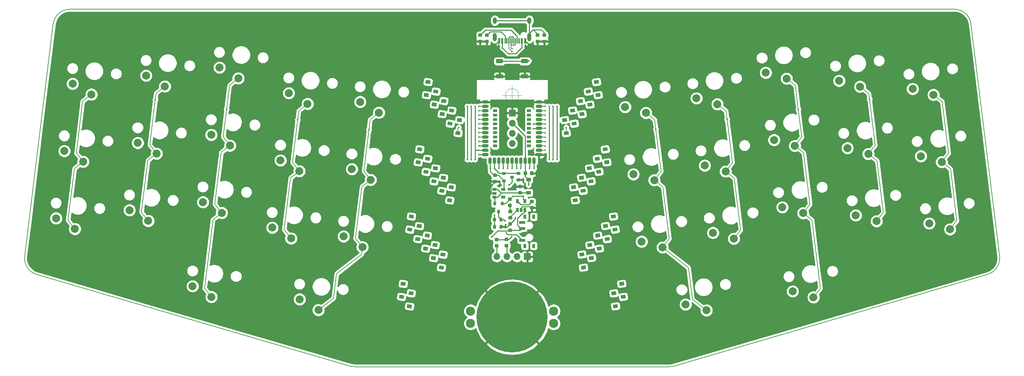
<source format=gbr>
%TF.GenerationSoftware,KiCad,Pcbnew,(5.1.10-1-10_14)*%
%TF.CreationDate,2021-09-26T20:25:07-05:00*%
%TF.ProjectId,LeChiffreBLE_Single_Side,4c654368-6966-4667-9265-424c455f5369,rev?*%
%TF.SameCoordinates,Original*%
%TF.FileFunction,Copper,L1,Top*%
%TF.FilePolarity,Positive*%
%FSLAX46Y46*%
G04 Gerber Fmt 4.6, Leading zero omitted, Abs format (unit mm)*
G04 Created by KiCad (PCBNEW (5.1.10-1-10_14)) date 2021-09-26 20:25:07*
%MOMM*%
%LPD*%
G01*
G04 APERTURE LIST*
%TA.AperFunction,Profile*%
%ADD10C,0.152000*%
%TD*%
%TA.AperFunction,Profile*%
%ADD11C,0.100000*%
%TD*%
%TA.AperFunction,SMDPad,CuDef*%
%ADD12R,0.800000X0.900000*%
%TD*%
%TA.AperFunction,SMDPad,CuDef*%
%ADD13R,0.900000X0.800000*%
%TD*%
%TA.AperFunction,SMDPad,CuDef*%
%ADD14R,0.800000X1.000000*%
%TD*%
%TA.AperFunction,SMDPad,CuDef*%
%ADD15R,1.500000X0.700000*%
%TD*%
%TA.AperFunction,ComponentPad*%
%ADD16O,1.700000X1.700000*%
%TD*%
%TA.AperFunction,ComponentPad*%
%ADD17R,1.700000X1.700000*%
%TD*%
%TA.AperFunction,ComponentPad*%
%ADD18C,2.300000*%
%TD*%
%TA.AperFunction,SMDPad,CuDef*%
%ADD19C,17.800000*%
%TD*%
%TA.AperFunction,ComponentPad*%
%ADD20C,2.000000*%
%TD*%
%TA.AperFunction,SMDPad,CuDef*%
%ADD21R,1.000000X0.800000*%
%TD*%
%TA.AperFunction,SMDPad,CuDef*%
%ADD22O,0.850000X1.700000*%
%TD*%
%TA.AperFunction,SMDPad,CuDef*%
%ADD23O,1.700000X0.850000*%
%TD*%
%TA.AperFunction,SMDPad,CuDef*%
%ADD24R,1.700000X1.000000*%
%TD*%
%TA.AperFunction,SMDPad,CuDef*%
%ADD25R,1.200000X0.900000*%
%TD*%
%TA.AperFunction,SMDPad,CuDef*%
%ADD26R,0.600000X1.450000*%
%TD*%
%TA.AperFunction,SMDPad,CuDef*%
%ADD27R,0.300000X1.450000*%
%TD*%
%TA.AperFunction,ComponentPad*%
%ADD28O,1.000000X2.100000*%
%TD*%
%TA.AperFunction,ComponentPad*%
%ADD29O,1.000000X1.600000*%
%TD*%
%TA.AperFunction,SMDPad,CuDef*%
%ADD30C,0.100000*%
%TD*%
%TA.AperFunction,SMDPad,CuDef*%
%ADD31R,0.650000X1.060000*%
%TD*%
%TA.AperFunction,SMDPad,CuDef*%
%ADD32R,1.060000X0.650000*%
%TD*%
%TA.AperFunction,ViaPad*%
%ADD33C,0.400000*%
%TD*%
%TA.AperFunction,Conductor*%
%ADD34C,0.250000*%
%TD*%
%TA.AperFunction,Conductor*%
%ADD35C,0.127000*%
%TD*%
%TA.AperFunction,Conductor*%
%ADD36C,0.200000*%
%TD*%
%TA.AperFunction,Conductor*%
%ADD37C,0.254000*%
%TD*%
%TA.AperFunction,Conductor*%
%ADD38C,0.100000*%
%TD*%
G04 APERTURE END LIST*
D10*
X30724319Y-129889391D02*
X109245812Y-152889284D01*
X190227091Y-152889420D02*
X268787470Y-129887957D01*
X190227090Y-152889421D02*
G75*
G02*
X189043077Y-153059189I-1184013J4043940D01*
G01*
X110430291Y-153059189D02*
G75*
G02*
X109245812Y-152889284I0J4213708D01*
G01*
X110430291Y-153059189D02*
X189043077Y-153059189D01*
X34872010Y-67071010D02*
G75*
G02*
X39054379Y-63370255I4182369J-512953D01*
G01*
X149754177Y-63370255D02*
X39054379Y-63370255D01*
X260454219Y-63370255D02*
X149754177Y-63370255D01*
X260454219Y-63370255D02*
G75*
G02*
X264636555Y-67070738I0J-4213708D01*
G01*
X271785793Y-125330793D02*
X264636555Y-67070738D01*
X271785792Y-125330793D02*
G75*
G02*
X268787470Y-129887957I-4182335J-513225D01*
G01*
X30724319Y-129889391D02*
G75*
G02*
X27726429Y-125332635I1184479J4043803D01*
G01*
X34872010Y-67071010D02*
X27726429Y-125332635D01*
D11*
X151416666Y-84985000D02*
G75*
G03*
X151416666Y-84985000I-1666666J0D01*
G01*
X147250000Y-84985000D02*
X152250000Y-84985000D01*
X149750000Y-82485000D02*
X149750000Y-87485000D01*
D12*
%TO.P,Q1,3*%
%TO.N,Net-(Q1-Pad3)*%
X146350010Y-114140010D03*
%TO.P,Q1,1*%
%TO.N,Net-(C2-Pad1)*%
X145400010Y-112140010D03*
%TO.P,Q1,2*%
%TO.N,VBUS*%
X147300010Y-112140010D03*
%TD*%
D13*
%TO.P,Q2,3*%
%TO.N,EXT_VCC*%
X149740010Y-105490010D03*
%TO.P,Q2,1*%
%TO.N,VDD_NRF*%
X147740010Y-106440010D03*
%TO.P,Q2,2*%
%TO.N,Power_Pin*%
X147740010Y-104540010D03*
%TD*%
%TO.P,R5,2*%
%TO.N,SCL*%
%TA.AperFunction,SMDPad,CuDef*%
G36*
G01*
X148093760Y-122237510D02*
X148606260Y-122237510D01*
G75*
G02*
X148825010Y-122456260I0J-218750D01*
G01*
X148825010Y-122893760D01*
G75*
G02*
X148606260Y-123112510I-218750J0D01*
G01*
X148093760Y-123112510D01*
G75*
G02*
X147875010Y-122893760I0J218750D01*
G01*
X147875010Y-122456260D01*
G75*
G02*
X148093760Y-122237510I218750J0D01*
G01*
G37*
%TD.AperFunction*%
%TO.P,R5,1*%
%TO.N,EXT_VCC*%
%TA.AperFunction,SMDPad,CuDef*%
G36*
G01*
X148093760Y-120662510D02*
X148606260Y-120662510D01*
G75*
G02*
X148825010Y-120881260I0J-218750D01*
G01*
X148825010Y-121318760D01*
G75*
G02*
X148606260Y-121537510I-218750J0D01*
G01*
X148093760Y-121537510D01*
G75*
G02*
X147875010Y-121318760I0J218750D01*
G01*
X147875010Y-120881260D01*
G75*
G02*
X148093760Y-120662510I218750J0D01*
G01*
G37*
%TD.AperFunction*%
%TD*%
%TO.P,R6,2*%
%TO.N,SDA*%
%TA.AperFunction,SMDPad,CuDef*%
G36*
G01*
X145621760Y-122287510D02*
X146134260Y-122287510D01*
G75*
G02*
X146353010Y-122506260I0J-218750D01*
G01*
X146353010Y-122943760D01*
G75*
G02*
X146134260Y-123162510I-218750J0D01*
G01*
X145621760Y-123162510D01*
G75*
G02*
X145403010Y-122943760I0J218750D01*
G01*
X145403010Y-122506260D01*
G75*
G02*
X145621760Y-122287510I218750J0D01*
G01*
G37*
%TD.AperFunction*%
%TO.P,R6,1*%
%TO.N,EXT_VCC*%
%TA.AperFunction,SMDPad,CuDef*%
G36*
G01*
X145621760Y-120712510D02*
X146134260Y-120712510D01*
G75*
G02*
X146353010Y-120931260I0J-218750D01*
G01*
X146353010Y-121368760D01*
G75*
G02*
X146134260Y-121587510I-218750J0D01*
G01*
X145621760Y-121587510D01*
G75*
G02*
X145403010Y-121368760I0J218750D01*
G01*
X145403010Y-120931260D01*
G75*
G02*
X145621760Y-120712510I218750J0D01*
G01*
G37*
%TD.AperFunction*%
%TD*%
D14*
%TO.P,SW1,*%
%TO.N,*%
X152920010Y-122750010D03*
X152920010Y-115450010D03*
X155130010Y-115450010D03*
X155130010Y-122750010D03*
D15*
%TO.P,SW1,3*%
%TO.N,Net-(SW1-Pad3)*%
X152270010Y-116850010D03*
%TO.P,SW1,2*%
%TO.N,VBAT*%
X152270010Y-118350010D03*
%TO.P,SW1,1*%
%TO.N,Net-(Q1-Pad3)*%
X152270010Y-121350010D03*
%TD*%
D16*
%TO.P,J102,4*%
%TO.N,SWD*%
X149780010Y-97015010D03*
%TO.P,J102,3*%
%TO.N,SWC*%
X149780010Y-94475010D03*
%TO.P,J102,2*%
%TO.N,VBUS*%
X149780010Y-91935010D03*
D17*
%TO.P,J102,1*%
%TO.N,GND*%
X149780010Y-89395010D03*
%TD*%
D18*
%TO.P,BT1,P4*%
%TO.N,N/C*%
X160150000Y-139090000D03*
%TO.P,BT1,P3*%
X160150000Y-142190000D03*
%TO.P,BT1,P2*%
X139350000Y-142190000D03*
%TO.P,BT1,P1*%
X139350000Y-139090000D03*
D19*
%TO.P,BT1,N*%
%TO.N,GND*%
X149750000Y-140590000D03*
%TD*%
D16*
%TO.P,J101,4*%
%TO.N,SDA*%
X145930000Y-125440000D03*
%TO.P,J101,3*%
%TO.N,SCL*%
X148470000Y-125440000D03*
%TO.P,J101,2*%
%TO.N,EXT_VCC*%
X151010000Y-125440000D03*
D17*
%TO.P,J101,1*%
%TO.N,GND*%
X153550000Y-125440000D03*
%TD*%
%TO.P,C3,2*%
%TO.N,GND*%
%TA.AperFunction,SMDPad,CuDef*%
G36*
G01*
X145226760Y-106157010D02*
X145739260Y-106157010D01*
G75*
G02*
X145958010Y-106375760I0J-218750D01*
G01*
X145958010Y-106813260D01*
G75*
G02*
X145739260Y-107032010I-218750J0D01*
G01*
X145226760Y-107032010D01*
G75*
G02*
X145008010Y-106813260I0J218750D01*
G01*
X145008010Y-106375760D01*
G75*
G02*
X145226760Y-106157010I218750J0D01*
G01*
G37*
%TD.AperFunction*%
%TO.P,C3,1*%
%TO.N,VDD_NRF*%
%TA.AperFunction,SMDPad,CuDef*%
G36*
G01*
X145226760Y-104582010D02*
X145739260Y-104582010D01*
G75*
G02*
X145958010Y-104800760I0J-218750D01*
G01*
X145958010Y-105238260D01*
G75*
G02*
X145739260Y-105457010I-218750J0D01*
G01*
X145226760Y-105457010D01*
G75*
G02*
X145008010Y-105238260I0J218750D01*
G01*
X145008010Y-104800760D01*
G75*
G02*
X145226760Y-104582010I218750J0D01*
G01*
G37*
%TD.AperFunction*%
%TD*%
D20*
%TO.P,MX1,2*%
%TO.N,Net-(D1-Pad2)*%
X39723784Y-82056466D03*
%TO.P,MX1,1*%
%TO.N,COL0*%
X44430589Y-84750159D03*
%TD*%
D21*
%TO.P,U101,31*%
%TO.N,Net-(U101-Pad31)*%
X154000000Y-97670000D03*
%TO.P,U101,30*%
%TO.N,Net-(U101-Pad30)*%
X154000000Y-96570000D03*
%TO.P,U101,29*%
%TO.N,Net-(U101-Pad29)*%
X154000000Y-95470000D03*
%TO.P,U101,28*%
%TO.N,Net-(U101-Pad28)*%
X154000000Y-94370000D03*
%TO.P,U101,27*%
%TO.N,Net-(U101-Pad27)*%
X154000000Y-93270000D03*
%TO.P,U101,26*%
%TO.N,Net-(U101-Pad26)*%
X154000000Y-92170000D03*
%TO.P,U101,25*%
%TO.N,Net-(U101-Pad25)*%
X154000000Y-91070000D03*
%TO.P,U101,24*%
%TO.N,Net-(U101-Pad24)*%
X154000000Y-89970000D03*
%TO.P,U101,23*%
%TO.N,Net-(U101-Pad23)*%
X154000000Y-88870000D03*
%TO.P,U101,14*%
%TO.N,Net-(U101-Pad14)*%
X145500000Y-88870000D03*
%TO.P,U101,15*%
%TO.N,Net-(U101-Pad15)*%
X145500000Y-89970000D03*
%TO.P,U101,16*%
%TO.N,Net-(U101-Pad16)*%
X145500000Y-91070000D03*
%TO.P,U101,17*%
%TO.N,Net-(U101-Pad17)*%
X145500000Y-92170000D03*
%TO.P,U101,18*%
%TO.N,Net-(U101-Pad18)*%
X145500000Y-93270000D03*
%TO.P,U101,19*%
%TO.N,Net-(U101-Pad19)*%
X145500000Y-94370000D03*
%TO.P,U101,20*%
%TO.N,Net-(U101-Pad20)*%
X145500000Y-95470000D03*
%TO.P,U101,21*%
%TO.N,Net-(U101-Pad21)*%
X145500000Y-96570000D03*
%TO.P,U101,22*%
%TO.N,Net-(U101-Pad22)*%
X145500000Y-97670000D03*
D22*
%TO.P,U101,55*%
%TO.N,VDD_NRF*%
X144250000Y-101370000D03*
%TO.P,U101,54*%
%TO.N,Power_Pin*%
X145350000Y-101370000D03*
%TO.P,U101,53*%
%TO.N,Net-(U101-Pad53)*%
X146450000Y-101370000D03*
%TO.P,U101,52*%
%TO.N,Net-(U101-Pad52)*%
X147550000Y-101370000D03*
%TO.P,U101,51*%
%TO.N,Net-(U101-Pad51)*%
X148650000Y-101370000D03*
%TO.P,U101,50*%
%TO.N,SDA*%
X149750000Y-101370000D03*
%TO.P,U101,49*%
%TO.N,SCL*%
X150850000Y-101370000D03*
%TO.P,U101,48*%
%TO.N,RESET*%
X151950000Y-101370000D03*
%TO.P,U101,47*%
%TO.N,VBUS*%
X153050000Y-101370000D03*
%TO.P,U101,46*%
%TO.N,D-*%
X154150000Y-101370000D03*
%TO.P,U101,45*%
%TO.N,D+*%
X155250000Y-101370000D03*
D23*
%TO.P,U101,44*%
%TO.N,GND*%
X156500000Y-99870000D03*
%TO.P,U101,43*%
%TO.N,ROW7*%
X156500000Y-98770000D03*
%TO.P,U101,42*%
%TO.N,ROW6*%
X156500000Y-97670000D03*
%TO.P,U101,41*%
%TO.N,ROW5*%
X156500000Y-96570000D03*
%TO.P,U101,40*%
%TO.N,COL5*%
X156500000Y-95470000D03*
%TO.P,U101,39*%
%TO.N,COL6*%
X156500000Y-94370000D03*
%TO.P,U101,38*%
%TO.N,SWD*%
X156500000Y-93270000D03*
%TO.P,U101,37*%
%TO.N,SWC*%
X156500000Y-92170000D03*
%TO.P,U101,36*%
%TO.N,COL7*%
X156500000Y-91070000D03*
%TO.P,U101,35*%
%TO.N,COL8*%
X156500000Y-89970000D03*
%TO.P,U101,34*%
%TO.N,COL9*%
X156500000Y-88870000D03*
%TO.P,U101,33*%
%TO.N,ROW4*%
X156500000Y-87770000D03*
%TO.P,U101,32*%
%TO.N,GND*%
X156500000Y-86670000D03*
%TO.P,U101,13*%
%TO.N,Net-(U101-Pad13)*%
X143000000Y-99870000D03*
%TO.P,U101,12*%
%TO.N,BVOLT*%
X143000000Y-98770000D03*
%TO.P,U101,11*%
%TO.N,Net-(U101-Pad11)*%
X143000000Y-97670000D03*
%TO.P,U101,10*%
%TO.N,ROW3*%
X143000000Y-96570000D03*
%TO.P,U101,9*%
%TO.N,ROW2*%
X143000000Y-95470000D03*
%TO.P,U101,8*%
%TO.N,ROW1*%
X143000000Y-94370000D03*
%TO.P,U101,7*%
%TO.N,COL4*%
X143000000Y-93270000D03*
%TO.P,U101,6*%
%TO.N,COL3*%
X143000000Y-92170000D03*
%TO.P,U101,5*%
%TO.N,COL2*%
X143000000Y-91070000D03*
%TO.P,U101,4*%
%TO.N,COL1*%
X143000000Y-89970000D03*
%TO.P,U101,3*%
%TO.N,COL0*%
X143000000Y-88870000D03*
%TO.P,U101,2*%
%TO.N,ROW0*%
X143000000Y-87770000D03*
%TO.P,U101,1*%
%TO.N,GND*%
X143000000Y-86670000D03*
%TD*%
D24*
%TO.P,SW2,2*%
%TO.N,GND*%
X152900000Y-80200000D03*
X146600000Y-80200000D03*
%TO.P,SW2,1*%
%TO.N,RESET*%
X152900000Y-76400000D03*
X146600000Y-76400000D03*
%TD*%
%TO.P,R103,2*%
%TO.N,GND*%
%TA.AperFunction,SMDPad,CuDef*%
G36*
G01*
X151068010Y-105786010D02*
X151618010Y-105786010D01*
G75*
G02*
X151818010Y-105986010I0J-200000D01*
G01*
X151818010Y-106386010D01*
G75*
G02*
X151618010Y-106586010I-200000J0D01*
G01*
X151068010Y-106586010D01*
G75*
G02*
X150868010Y-106386010I0J200000D01*
G01*
X150868010Y-105986010D01*
G75*
G02*
X151068010Y-105786010I200000J0D01*
G01*
G37*
%TD.AperFunction*%
%TO.P,R103,1*%
%TO.N,Power_Pin*%
%TA.AperFunction,SMDPad,CuDef*%
G36*
G01*
X151068010Y-104136010D02*
X151618010Y-104136010D01*
G75*
G02*
X151818010Y-104336010I0J-200000D01*
G01*
X151818010Y-104736010D01*
G75*
G02*
X151618010Y-104936010I-200000J0D01*
G01*
X151068010Y-104936010D01*
G75*
G02*
X150868010Y-104736010I0J200000D01*
G01*
X150868010Y-104336010D01*
G75*
G02*
X151068010Y-104136010I200000J0D01*
G01*
G37*
%TD.AperFunction*%
%TD*%
%TO.P,R102,2*%
%TO.N,BVOLT*%
%TA.AperFunction,SMDPad,CuDef*%
G36*
G01*
X145758010Y-117677010D02*
X145758010Y-118227010D01*
G75*
G02*
X145558010Y-118427010I-200000J0D01*
G01*
X145158010Y-118427010D01*
G75*
G02*
X144958010Y-118227010I0J200000D01*
G01*
X144958010Y-117677010D01*
G75*
G02*
X145158010Y-117477010I200000J0D01*
G01*
X145558010Y-117477010D01*
G75*
G02*
X145758010Y-117677010I0J-200000D01*
G01*
G37*
%TD.AperFunction*%
%TO.P,R102,1*%
%TO.N,GND*%
%TA.AperFunction,SMDPad,CuDef*%
G36*
G01*
X147408010Y-117677010D02*
X147408010Y-118227010D01*
G75*
G02*
X147208010Y-118427010I-200000J0D01*
G01*
X146808010Y-118427010D01*
G75*
G02*
X146608010Y-118227010I0J200000D01*
G01*
X146608010Y-117677010D01*
G75*
G02*
X146808010Y-117477010I200000J0D01*
G01*
X147208010Y-117477010D01*
G75*
G02*
X147408010Y-117677010I0J-200000D01*
G01*
G37*
%TD.AperFunction*%
%TD*%
%TO.P,R101,2*%
%TO.N,Net-(Q1-Pad3)*%
%TA.AperFunction,SMDPad,CuDef*%
G36*
G01*
X146592010Y-116432010D02*
X146592010Y-115882010D01*
G75*
G02*
X146792010Y-115682010I200000J0D01*
G01*
X147192010Y-115682010D01*
G75*
G02*
X147392010Y-115882010I0J-200000D01*
G01*
X147392010Y-116432010D01*
G75*
G02*
X147192010Y-116632010I-200000J0D01*
G01*
X146792010Y-116632010D01*
G75*
G02*
X146592010Y-116432010I0J200000D01*
G01*
G37*
%TD.AperFunction*%
%TO.P,R101,1*%
%TO.N,BVOLT*%
%TA.AperFunction,SMDPad,CuDef*%
G36*
G01*
X144942010Y-116432010D02*
X144942010Y-115882010D01*
G75*
G02*
X145142010Y-115682010I200000J0D01*
G01*
X145542010Y-115682010D01*
G75*
G02*
X145742010Y-115882010I0J-200000D01*
G01*
X145742010Y-116432010D01*
G75*
G02*
X145542010Y-116632010I-200000J0D01*
G01*
X145142010Y-116632010D01*
G75*
G02*
X144942010Y-116432010I0J200000D01*
G01*
G37*
%TD.AperFunction*%
%TD*%
D25*
%TO.P,D35,2*%
%TO.N,VBUS*%
X153868010Y-106105010D03*
%TO.P,D35,1*%
%TO.N,Net-(C2-Pad1)*%
X153868010Y-109405010D03*
%TD*%
D26*
%TO.P,J1,B1*%
%TO.N,GND*%
X146500000Y-71305000D03*
%TO.P,J1,A9*%
%TO.N,VBUS*%
X147300000Y-71305000D03*
%TO.P,J1,B9*%
X152200000Y-71305000D03*
%TO.P,J1,B12*%
%TO.N,GND*%
X153000000Y-71305000D03*
%TO.P,J1,A1*%
X153000000Y-71305000D03*
%TO.P,J1,A4*%
%TO.N,VBUS*%
X152200000Y-71305000D03*
%TO.P,J1,B4*%
X147300000Y-71305000D03*
%TO.P,J1,A12*%
%TO.N,GND*%
X146500000Y-71305000D03*
D27*
%TO.P,J1,B8*%
%TO.N,Net-(J1-PadB8)*%
X151500000Y-71305000D03*
%TO.P,J1,A5*%
%TO.N,CC1*%
X151000000Y-71305000D03*
%TO.P,J1,B7*%
%TO.N,D-*%
X150500000Y-71305000D03*
%TO.P,J1,A7*%
X149500000Y-71305000D03*
%TO.P,J1,B6*%
%TO.N,D+*%
X149000000Y-71305000D03*
%TO.P,J1,A8*%
%TO.N,Net-(J1-PadA8)*%
X148500000Y-71305000D03*
%TO.P,J1,B5*%
%TO.N,CC2*%
X148000000Y-71305000D03*
%TO.P,J1,A6*%
%TO.N,D+*%
X150000000Y-71305000D03*
D28*
%TO.P,J1,S1*%
%TO.N,Earth*%
X145430000Y-70390000D03*
X154070000Y-70390000D03*
D29*
X154070000Y-66210000D03*
X145430000Y-66210000D03*
%TD*%
D20*
%TO.P,MX34,1*%
%TO.N,COL9*%
X259387447Y-118573197D03*
%TO.P,MX34,2*%
%TO.N,Net-(D34-Pad2)*%
X254168791Y-117098197D03*
%TD*%
%TO.P,MX33,1*%
%TO.N,COL9*%
X257315669Y-101699912D03*
%TO.P,MX33,2*%
%TO.N,Net-(D33-Pad2)*%
X252097013Y-100224912D03*
%TD*%
%TO.P,MX32,1*%
%TO.N,COL9*%
X255243890Y-84826628D03*
%TO.P,MX32,2*%
%TO.N,Net-(D32-Pad2)*%
X250025234Y-83351628D03*
%TD*%
%TO.P,MX31,1*%
%TO.N,COL8*%
X241003672Y-116548524D03*
%TO.P,MX31,2*%
%TO.N,Net-(D31-Pad2)*%
X235785016Y-115073524D03*
%TD*%
%TO.P,MX30,1*%
%TO.N,COL8*%
X238931893Y-99675239D03*
%TO.P,MX30,2*%
%TO.N,Net-(D30-Pad2)*%
X233713237Y-98200239D03*
%TD*%
%TO.P,MX29,1*%
%TO.N,COL8*%
X236860114Y-82801955D03*
%TO.P,MX29,2*%
%TO.N,Net-(D29-Pad2)*%
X231641458Y-81326955D03*
%TD*%
%TO.P,MX28,1*%
%TO.N,COL7*%
X222619897Y-114523851D03*
%TO.P,MX28,2*%
%TO.N,Net-(D28-Pad2)*%
X217401241Y-113048851D03*
%TD*%
%TO.P,MX27,1*%
%TO.N,COL7*%
X220548118Y-97650566D03*
%TO.P,MX27,2*%
%TO.N,Net-(D27-Pad2)*%
X215329462Y-96175566D03*
%TD*%
%TO.P,MX26,1*%
%TO.N,COL7*%
X218476339Y-80777282D03*
%TO.P,MX26,2*%
%TO.N,Net-(D26-Pad2)*%
X213257683Y-79302282D03*
%TD*%
%TO.P,MX25,1*%
%TO.N,COL7*%
X225209620Y-135615457D03*
%TO.P,MX25,2*%
%TO.N,Net-(D25-Pad2)*%
X219990964Y-134140457D03*
%TD*%
%TO.P,MX24,1*%
%TO.N,COL6*%
X205272011Y-120935820D03*
%TO.P,MX24,2*%
%TO.N,Net-(D24-Pad2)*%
X200053355Y-119460820D03*
%TD*%
%TO.P,MX23,1*%
%TO.N,COL6*%
X203200232Y-104062536D03*
%TO.P,MX23,2*%
%TO.N,Net-(D23-Pad2)*%
X197981576Y-102587536D03*
%TD*%
%TO.P,MX22,1*%
%TO.N,COL6*%
X201128453Y-87189251D03*
%TO.P,MX22,2*%
%TO.N,Net-(D22-Pad2)*%
X195909797Y-85714251D03*
%TD*%
%TO.P,MX21,1*%
%TO.N,COL5*%
X198410874Y-138905929D03*
%TO.P,MX21,2*%
%TO.N,Net-(D21-Pad2)*%
X193192218Y-137430929D03*
%TD*%
%TO.P,MX20,1*%
%TO.N,COL5*%
X187406180Y-123129469D03*
%TO.P,MX20,2*%
%TO.N,Net-(D20-Pad2)*%
X182187524Y-121654469D03*
%TD*%
%TO.P,MX19,1*%
%TO.N,COL5*%
X185334401Y-106256184D03*
%TO.P,MX19,2*%
%TO.N,Net-(D19-Pad2)*%
X180115745Y-104781184D03*
%TD*%
%TO.P,MX18,1*%
%TO.N,COL5*%
X183262622Y-89382899D03*
%TO.P,MX18,2*%
%TO.N,Net-(D18-Pad2)*%
X178043966Y-87907899D03*
%TD*%
%TO.P,MX17,2*%
%TO.N,Net-(D17-Pad2)*%
X96556799Y-136135767D03*
%TO.P,MX17,1*%
%TO.N,COL4*%
X101263604Y-138829460D03*
%TD*%
%TO.P,MX16,2*%
%TO.N,Net-(D16-Pad2)*%
X107561493Y-120359307D03*
%TO.P,MX16,1*%
%TO.N,COL4*%
X112268298Y-123053000D03*
%TD*%
%TO.P,MX15,2*%
%TO.N,Net-(D15-Pad2)*%
X109633272Y-103486022D03*
%TO.P,MX15,1*%
%TO.N,COL4*%
X114340077Y-106179715D03*
%TD*%
%TO.P,MX14,2*%
%TO.N,Net-(D14-Pad2)*%
X111705051Y-86612737D03*
%TO.P,MX14,1*%
%TO.N,COL4*%
X116411856Y-89306430D03*
%TD*%
%TO.P,MX13,2*%
%TO.N,Net-(D13-Pad2)*%
X69758053Y-132845295D03*
%TO.P,MX13,1*%
%TO.N,COL2*%
X74464858Y-135538988D03*
%TD*%
%TO.P,MX12,2*%
%TO.N,Net-(D12-Pad2)*%
X89695663Y-118165658D03*
%TO.P,MX12,1*%
%TO.N,COL3*%
X94402468Y-120859351D03*
%TD*%
%TO.P,MX11,2*%
%TO.N,Net-(D11-Pad2)*%
X91767442Y-101292374D03*
%TO.P,MX11,1*%
%TO.N,COL3*%
X96474247Y-103986067D03*
%TD*%
%TO.P,MX10,2*%
%TO.N,Net-(D10-Pad2)*%
X93839220Y-84419089D03*
%TO.P,MX10,1*%
%TO.N,COL3*%
X98546025Y-87112782D03*
%TD*%
%TO.P,MX9,2*%
%TO.N,Net-(D9-Pad2)*%
X72347777Y-111753689D03*
%TO.P,MX9,1*%
%TO.N,COL2*%
X77054582Y-114447382D03*
%TD*%
%TO.P,MX8,2*%
%TO.N,Net-(D8-Pad2)*%
X74419556Y-94880404D03*
%TO.P,MX8,1*%
%TO.N,COL2*%
X79126361Y-97574097D03*
%TD*%
%TO.P,MX7,2*%
%TO.N,Net-(D7-Pad2)*%
X76491334Y-78007120D03*
%TO.P,MX7,1*%
%TO.N,COL2*%
X81198139Y-80700813D03*
%TD*%
%TO.P,MX6,2*%
%TO.N,Net-(D6-Pad2)*%
X53964001Y-113778362D03*
%TO.P,MX6,1*%
%TO.N,COL1*%
X58670806Y-116472055D03*
%TD*%
%TO.P,MX5,2*%
%TO.N,Net-(D5-Pad2)*%
X56035780Y-96905077D03*
%TO.P,MX5,1*%
%TO.N,COL1*%
X60742585Y-99598770D03*
%TD*%
%TO.P,MX4,2*%
%TO.N,Net-(D4-Pad2)*%
X58107559Y-80031793D03*
%TO.P,MX4,1*%
%TO.N,COL1*%
X62814364Y-82725486D03*
%TD*%
%TO.P,MX3,2*%
%TO.N,Net-(D3-Pad2)*%
X35580226Y-115803035D03*
%TO.P,MX3,1*%
%TO.N,COL0*%
X40287031Y-118496728D03*
%TD*%
%TO.P,MX2,2*%
%TO.N,Net-(D2-Pad2)*%
X37652005Y-98929750D03*
%TO.P,MX2,1*%
%TO.N,COL0*%
X42358810Y-101623443D03*
%TD*%
%TO.P,R8,2*%
%TO.N,Net-(R8-Pad2)*%
%TA.AperFunction,SMDPad,CuDef*%
G36*
G01*
X154956260Y-112050010D02*
X154443760Y-112050010D01*
G75*
G02*
X154225010Y-111831260I0J218750D01*
G01*
X154225010Y-111393760D01*
G75*
G02*
X154443760Y-111175010I218750J0D01*
G01*
X154956260Y-111175010D01*
G75*
G02*
X155175010Y-111393760I0J-218750D01*
G01*
X155175010Y-111831260D01*
G75*
G02*
X154956260Y-112050010I-218750J0D01*
G01*
G37*
%TD.AperFunction*%
%TO.P,R8,1*%
%TO.N,GND*%
%TA.AperFunction,SMDPad,CuDef*%
G36*
G01*
X154956260Y-113625010D02*
X154443760Y-113625010D01*
G75*
G02*
X154225010Y-113406260I0J218750D01*
G01*
X154225010Y-112968760D01*
G75*
G02*
X154443760Y-112750010I218750J0D01*
G01*
X154956260Y-112750010D01*
G75*
G02*
X155175010Y-112968760I0J-218750D01*
G01*
X155175010Y-113406260D01*
G75*
G02*
X154956260Y-113625010I-218750J0D01*
G01*
G37*
%TD.AperFunction*%
%TD*%
%TO.P,R7,2*%
%TO.N,Net-(D36-Pad1)*%
%TA.AperFunction,SMDPad,CuDef*%
G36*
G01*
X149556260Y-114550010D02*
X149043760Y-114550010D01*
G75*
G02*
X148825010Y-114331260I0J218750D01*
G01*
X148825010Y-113893760D01*
G75*
G02*
X149043760Y-113675010I218750J0D01*
G01*
X149556260Y-113675010D01*
G75*
G02*
X149775010Y-113893760I0J-218750D01*
G01*
X149775010Y-114331260D01*
G75*
G02*
X149556260Y-114550010I-218750J0D01*
G01*
G37*
%TD.AperFunction*%
%TO.P,R7,1*%
%TO.N,Net-(R7-Pad1)*%
%TA.AperFunction,SMDPad,CuDef*%
G36*
G01*
X149556260Y-116125010D02*
X149043760Y-116125010D01*
G75*
G02*
X148825010Y-115906260I0J218750D01*
G01*
X148825010Y-115468760D01*
G75*
G02*
X149043760Y-115250010I218750J0D01*
G01*
X149556260Y-115250010D01*
G75*
G02*
X149775010Y-115468760I0J-218750D01*
G01*
X149775010Y-115906260D01*
G75*
G02*
X149556260Y-116125010I-218750J0D01*
G01*
G37*
%TD.AperFunction*%
%TD*%
%TO.P,R4,2*%
%TO.N,GND*%
%TA.AperFunction,SMDPad,CuDef*%
G36*
G01*
X154207510Y-104761260D02*
X154207510Y-104248760D01*
G75*
G02*
X154426260Y-104030010I218750J0D01*
G01*
X154863760Y-104030010D01*
G75*
G02*
X155082510Y-104248760I0J-218750D01*
G01*
X155082510Y-104761260D01*
G75*
G02*
X154863760Y-104980010I-218750J0D01*
G01*
X154426260Y-104980010D01*
G75*
G02*
X154207510Y-104761260I0J218750D01*
G01*
G37*
%TD.AperFunction*%
%TO.P,R4,1*%
%TO.N,VBUS*%
%TA.AperFunction,SMDPad,CuDef*%
G36*
G01*
X152632510Y-104761260D02*
X152632510Y-104248760D01*
G75*
G02*
X152851260Y-104030010I218750J0D01*
G01*
X153288760Y-104030010D01*
G75*
G02*
X153507510Y-104248760I0J-218750D01*
G01*
X153507510Y-104761260D01*
G75*
G02*
X153288760Y-104980010I-218750J0D01*
G01*
X152851260Y-104980010D01*
G75*
G02*
X152632510Y-104761260I0J218750D01*
G01*
G37*
%TD.AperFunction*%
%TD*%
%TO.P,R3,2*%
%TO.N,Earth*%
%TA.AperFunction,SMDPad,CuDef*%
G36*
G01*
X158064260Y-70318010D02*
X157551760Y-70318010D01*
G75*
G02*
X157333010Y-70099260I0J218750D01*
G01*
X157333010Y-69661760D01*
G75*
G02*
X157551760Y-69443010I218750J0D01*
G01*
X158064260Y-69443010D01*
G75*
G02*
X158283010Y-69661760I0J-218750D01*
G01*
X158283010Y-70099260D01*
G75*
G02*
X158064260Y-70318010I-218750J0D01*
G01*
G37*
%TD.AperFunction*%
%TO.P,R3,1*%
%TO.N,GND*%
%TA.AperFunction,SMDPad,CuDef*%
G36*
G01*
X158064260Y-71893010D02*
X157551760Y-71893010D01*
G75*
G02*
X157333010Y-71674260I0J218750D01*
G01*
X157333010Y-71236760D01*
G75*
G02*
X157551760Y-71018010I218750J0D01*
G01*
X158064260Y-71018010D01*
G75*
G02*
X158283010Y-71236760I0J-218750D01*
G01*
X158283010Y-71674260D01*
G75*
G02*
X158064260Y-71893010I-218750J0D01*
G01*
G37*
%TD.AperFunction*%
%TD*%
%TO.P,R2,2*%
%TO.N,GND*%
%TA.AperFunction,SMDPad,CuDef*%
G36*
G01*
X143198760Y-71018010D02*
X143711260Y-71018010D01*
G75*
G02*
X143930010Y-71236760I0J-218750D01*
G01*
X143930010Y-71674260D01*
G75*
G02*
X143711260Y-71893010I-218750J0D01*
G01*
X143198760Y-71893010D01*
G75*
G02*
X142980010Y-71674260I0J218750D01*
G01*
X142980010Y-71236760D01*
G75*
G02*
X143198760Y-71018010I218750J0D01*
G01*
G37*
%TD.AperFunction*%
%TO.P,R2,1*%
%TO.N,CC2*%
%TA.AperFunction,SMDPad,CuDef*%
G36*
G01*
X143198760Y-69443010D02*
X143711260Y-69443010D01*
G75*
G02*
X143930010Y-69661760I0J-218750D01*
G01*
X143930010Y-70099260D01*
G75*
G02*
X143711260Y-70318010I-218750J0D01*
G01*
X143198760Y-70318010D01*
G75*
G02*
X142980010Y-70099260I0J218750D01*
G01*
X142980010Y-69661760D01*
G75*
G02*
X143198760Y-69443010I218750J0D01*
G01*
G37*
%TD.AperFunction*%
%TD*%
%TO.P,R1,2*%
%TO.N,GND*%
%TA.AperFunction,SMDPad,CuDef*%
G36*
G01*
X141491760Y-71018010D02*
X142004260Y-71018010D01*
G75*
G02*
X142223010Y-71236760I0J-218750D01*
G01*
X142223010Y-71674260D01*
G75*
G02*
X142004260Y-71893010I-218750J0D01*
G01*
X141491760Y-71893010D01*
G75*
G02*
X141273010Y-71674260I0J218750D01*
G01*
X141273010Y-71236760D01*
G75*
G02*
X141491760Y-71018010I218750J0D01*
G01*
G37*
%TD.AperFunction*%
%TO.P,R1,1*%
%TO.N,CC1*%
%TA.AperFunction,SMDPad,CuDef*%
G36*
G01*
X141491760Y-69443010D02*
X142004260Y-69443010D01*
G75*
G02*
X142223010Y-69661760I0J-218750D01*
G01*
X142223010Y-70099260D01*
G75*
G02*
X142004260Y-70318010I-218750J0D01*
G01*
X141491760Y-70318010D01*
G75*
G02*
X141273010Y-70099260I0J218750D01*
G01*
X141273010Y-69661760D01*
G75*
G02*
X141491760Y-69443010I218750J0D01*
G01*
G37*
%TD.AperFunction*%
%TD*%
%TO.P,D36,2*%
%TO.N,VBUS*%
%TA.AperFunction,SMDPad,CuDef*%
G36*
G01*
X149456260Y-111450010D02*
X148943760Y-111450010D01*
G75*
G02*
X148725010Y-111231260I0J218750D01*
G01*
X148725010Y-110793760D01*
G75*
G02*
X148943760Y-110575010I218750J0D01*
G01*
X149456260Y-110575010D01*
G75*
G02*
X149675010Y-110793760I0J-218750D01*
G01*
X149675010Y-111231260D01*
G75*
G02*
X149456260Y-111450010I-218750J0D01*
G01*
G37*
%TD.AperFunction*%
%TO.P,D36,1*%
%TO.N,Net-(D36-Pad1)*%
%TA.AperFunction,SMDPad,CuDef*%
G36*
G01*
X149456260Y-113025010D02*
X148943760Y-113025010D01*
G75*
G02*
X148725010Y-112806260I0J218750D01*
G01*
X148725010Y-112368760D01*
G75*
G02*
X148943760Y-112150010I218750J0D01*
G01*
X149456260Y-112150010D01*
G75*
G02*
X149675010Y-112368760I0J-218750D01*
G01*
X149675010Y-112806260D01*
G75*
G02*
X149456260Y-113025010I-218750J0D01*
G01*
G37*
%TD.AperFunction*%
%TD*%
%TA.AperFunction,SMDPad,CuDef*%
D30*
%TO.P,D34,1*%
%TO.N,ROW6*%
G36*
X166569615Y-124514129D02*
G01*
X167760670Y-124367886D01*
X167870353Y-125261177D01*
X166679298Y-125407420D01*
X166569615Y-124514129D01*
G37*
%TD.AperFunction*%
%TA.AperFunction,SMDPad,CuDef*%
%TO.P,D34,2*%
%TO.N,Net-(D34-Pad2)*%
G36*
X166971783Y-127789531D02*
G01*
X168162838Y-127643288D01*
X168272521Y-128536579D01*
X167081466Y-128682822D01*
X166971783Y-127789531D01*
G37*
%TD.AperFunction*%
%TD*%
%TA.AperFunction,SMDPad,CuDef*%
%TO.P,D33,1*%
%TO.N,ROW5*%
G36*
X164497836Y-107640844D02*
G01*
X165688891Y-107494601D01*
X165798574Y-108387892D01*
X164607519Y-108534135D01*
X164497836Y-107640844D01*
G37*
%TD.AperFunction*%
%TA.AperFunction,SMDPad,CuDef*%
%TO.P,D33,2*%
%TO.N,Net-(D33-Pad2)*%
G36*
X164900004Y-110916246D02*
G01*
X166091059Y-110770003D01*
X166200742Y-111663294D01*
X165009687Y-111809537D01*
X164900004Y-110916246D01*
G37*
%TD.AperFunction*%
%TD*%
%TA.AperFunction,SMDPad,CuDef*%
%TO.P,D32,1*%
%TO.N,ROW4*%
G36*
X162252362Y-90788887D02*
G01*
X163443417Y-90642644D01*
X163553100Y-91535935D01*
X162362045Y-91682178D01*
X162252362Y-90788887D01*
G37*
%TD.AperFunction*%
%TA.AperFunction,SMDPad,CuDef*%
%TO.P,D32,2*%
%TO.N,Net-(D32-Pad2)*%
G36*
X162654530Y-94064289D02*
G01*
X163845585Y-93918046D01*
X163955268Y-94811337D01*
X162764213Y-94957580D01*
X162654530Y-94064289D01*
G37*
%TD.AperFunction*%
%TD*%
%TA.AperFunction,SMDPad,CuDef*%
%TO.P,D31,1*%
%TO.N,ROW6*%
G36*
X168543872Y-122130762D02*
G01*
X169734927Y-121984519D01*
X169844610Y-122877810D01*
X168653555Y-123024053D01*
X168543872Y-122130762D01*
G37*
%TD.AperFunction*%
%TA.AperFunction,SMDPad,CuDef*%
%TO.P,D31,2*%
%TO.N,Net-(D31-Pad2)*%
G36*
X168946040Y-125406164D02*
G01*
X170137095Y-125259921D01*
X170246778Y-126153212D01*
X169055723Y-126299455D01*
X168946040Y-125406164D01*
G37*
%TD.AperFunction*%
%TD*%
%TA.AperFunction,SMDPad,CuDef*%
%TO.P,D30,1*%
%TO.N,ROW5*%
G36*
X166472093Y-105257478D02*
G01*
X167663148Y-105111235D01*
X167772831Y-106004526D01*
X166581776Y-106150769D01*
X166472093Y-105257478D01*
G37*
%TD.AperFunction*%
%TA.AperFunction,SMDPad,CuDef*%
%TO.P,D30,2*%
%TO.N,Net-(D30-Pad2)*%
G36*
X166874261Y-108532880D02*
G01*
X168065316Y-108386637D01*
X168174999Y-109279928D01*
X166983944Y-109426171D01*
X166874261Y-108532880D01*
G37*
%TD.AperFunction*%
%TD*%
%TA.AperFunction,SMDPad,CuDef*%
%TO.P,D29,1*%
%TO.N,ROW4*%
G36*
X164226618Y-88405520D02*
G01*
X165417673Y-88259277D01*
X165527356Y-89152568D01*
X164336301Y-89298811D01*
X164226618Y-88405520D01*
G37*
%TD.AperFunction*%
%TA.AperFunction,SMDPad,CuDef*%
%TO.P,D29,2*%
%TO.N,Net-(D29-Pad2)*%
G36*
X164628786Y-91680922D02*
G01*
X165819841Y-91534679D01*
X165929524Y-92427970D01*
X164738469Y-92574213D01*
X164628786Y-91680922D01*
G37*
%TD.AperFunction*%
%TD*%
%TA.AperFunction,SMDPad,CuDef*%
%TO.P,D28,1*%
%TO.N,ROW6*%
G36*
X170518128Y-119747396D02*
G01*
X171709183Y-119601153D01*
X171818866Y-120494444D01*
X170627811Y-120640687D01*
X170518128Y-119747396D01*
G37*
%TD.AperFunction*%
%TA.AperFunction,SMDPad,CuDef*%
%TO.P,D28,2*%
%TO.N,Net-(D28-Pad2)*%
G36*
X170920296Y-123022798D02*
G01*
X172111351Y-122876555D01*
X172221034Y-123769846D01*
X171029979Y-123916089D01*
X170920296Y-123022798D01*
G37*
%TD.AperFunction*%
%TD*%
%TA.AperFunction,SMDPad,CuDef*%
%TO.P,D27,1*%
%TO.N,ROW5*%
G36*
X168446349Y-102874111D02*
G01*
X169637404Y-102727868D01*
X169747087Y-103621159D01*
X168556032Y-103767402D01*
X168446349Y-102874111D01*
G37*
%TD.AperFunction*%
%TA.AperFunction,SMDPad,CuDef*%
%TO.P,D27,2*%
%TO.N,Net-(D27-Pad2)*%
G36*
X168848517Y-106149513D02*
G01*
X170039572Y-106003270D01*
X170149255Y-106896561D01*
X168958200Y-107042804D01*
X168848517Y-106149513D01*
G37*
%TD.AperFunction*%
%TD*%
%TA.AperFunction,SMDPad,CuDef*%
%TO.P,D26,1*%
%TO.N,ROW4*%
G36*
X166200875Y-86022153D02*
G01*
X167391930Y-85875910D01*
X167501613Y-86769201D01*
X166310558Y-86915444D01*
X166200875Y-86022153D01*
G37*
%TD.AperFunction*%
%TA.AperFunction,SMDPad,CuDef*%
%TO.P,D26,2*%
%TO.N,Net-(D26-Pad2)*%
G36*
X166603043Y-89297555D02*
G01*
X167794098Y-89151312D01*
X167903781Y-90044603D01*
X166712726Y-90190846D01*
X166603043Y-89297555D01*
G37*
%TD.AperFunction*%
%TD*%
%TA.AperFunction,SMDPad,CuDef*%
%TO.P,D25,1*%
%TO.N,ROW7*%
G36*
X174564163Y-134237314D02*
G01*
X175755218Y-134091071D01*
X175864901Y-134984362D01*
X174673846Y-135130605D01*
X174564163Y-134237314D01*
G37*
%TD.AperFunction*%
%TA.AperFunction,SMDPad,CuDef*%
%TO.P,D25,2*%
%TO.N,Net-(D25-Pad2)*%
G36*
X174966331Y-137512716D02*
G01*
X176157386Y-137366473D01*
X176267069Y-138259764D01*
X175076014Y-138406007D01*
X174966331Y-137512716D01*
G37*
%TD.AperFunction*%
%TD*%
%TA.AperFunction,SMDPad,CuDef*%
%TO.P,D24,1*%
%TO.N,ROW6*%
G36*
X172492385Y-117364029D02*
G01*
X173683440Y-117217786D01*
X173793123Y-118111077D01*
X172602068Y-118257320D01*
X172492385Y-117364029D01*
G37*
%TD.AperFunction*%
%TA.AperFunction,SMDPad,CuDef*%
%TO.P,D24,2*%
%TO.N,Net-(D24-Pad2)*%
G36*
X172894553Y-120639431D02*
G01*
X174085608Y-120493188D01*
X174195291Y-121386479D01*
X173004236Y-121532722D01*
X172894553Y-120639431D01*
G37*
%TD.AperFunction*%
%TD*%
%TA.AperFunction,SMDPad,CuDef*%
%TO.P,D23,1*%
%TO.N,ROW5*%
G36*
X170420606Y-100490744D02*
G01*
X171611661Y-100344501D01*
X171721344Y-101237792D01*
X170530289Y-101384035D01*
X170420606Y-100490744D01*
G37*
%TD.AperFunction*%
%TA.AperFunction,SMDPad,CuDef*%
%TO.P,D23,2*%
%TO.N,Net-(D23-Pad2)*%
G36*
X170822774Y-103766146D02*
G01*
X172013829Y-103619903D01*
X172123512Y-104513194D01*
X170932457Y-104659437D01*
X170822774Y-103766146D01*
G37*
%TD.AperFunction*%
%TD*%
%TA.AperFunction,SMDPad,CuDef*%
%TO.P,D22,1*%
%TO.N,ROW4*%
G36*
X168175131Y-83638787D02*
G01*
X169366186Y-83492544D01*
X169475869Y-84385835D01*
X168284814Y-84532078D01*
X168175131Y-83638787D01*
G37*
%TD.AperFunction*%
%TA.AperFunction,SMDPad,CuDef*%
%TO.P,D22,2*%
%TO.N,Net-(D22-Pad2)*%
G36*
X168577299Y-86914189D02*
G01*
X169768354Y-86767946D01*
X169878037Y-87661237D01*
X168686982Y-87807480D01*
X168577299Y-86914189D01*
G37*
%TD.AperFunction*%
%TD*%
%TA.AperFunction,SMDPad,CuDef*%
%TO.P,D21,1*%
%TO.N,ROW7*%
G36*
X176538420Y-131853947D02*
G01*
X177729475Y-131707704D01*
X177839158Y-132600995D01*
X176648103Y-132747238D01*
X176538420Y-131853947D01*
G37*
%TD.AperFunction*%
%TA.AperFunction,SMDPad,CuDef*%
%TO.P,D21,2*%
%TO.N,Net-(D21-Pad2)*%
G36*
X176940588Y-135129349D02*
G01*
X178131643Y-134983106D01*
X178241326Y-135876397D01*
X177050271Y-136022640D01*
X176940588Y-135129349D01*
G37*
%TD.AperFunction*%
%TD*%
%TA.AperFunction,SMDPad,CuDef*%
%TO.P,D20,1*%
%TO.N,ROW6*%
G36*
X174466641Y-114980662D02*
G01*
X175657696Y-114834419D01*
X175767379Y-115727710D01*
X174576324Y-115873953D01*
X174466641Y-114980662D01*
G37*
%TD.AperFunction*%
%TA.AperFunction,SMDPad,CuDef*%
%TO.P,D20,2*%
%TO.N,Net-(D20-Pad2)*%
G36*
X174868809Y-118256064D02*
G01*
X176059864Y-118109821D01*
X176169547Y-119003112D01*
X174978492Y-119149355D01*
X174868809Y-118256064D01*
G37*
%TD.AperFunction*%
%TD*%
%TA.AperFunction,SMDPad,CuDef*%
%TO.P,D19,1*%
%TO.N,ROW5*%
G36*
X172394862Y-98107378D02*
G01*
X173585917Y-97961135D01*
X173695600Y-98854426D01*
X172504545Y-99000669D01*
X172394862Y-98107378D01*
G37*
%TD.AperFunction*%
%TA.AperFunction,SMDPad,CuDef*%
%TO.P,D19,2*%
%TO.N,Net-(D19-Pad2)*%
G36*
X172797030Y-101382780D02*
G01*
X173988085Y-101236537D01*
X174097768Y-102129828D01*
X172906713Y-102276071D01*
X172797030Y-101382780D01*
G37*
%TD.AperFunction*%
%TD*%
%TA.AperFunction,SMDPad,CuDef*%
%TO.P,D18,1*%
%TO.N,ROW4*%
G36*
X170213903Y-81247499D02*
G01*
X171404958Y-81101256D01*
X171514641Y-81994547D01*
X170323586Y-82140790D01*
X170213903Y-81247499D01*
G37*
%TD.AperFunction*%
%TA.AperFunction,SMDPad,CuDef*%
%TO.P,D18,2*%
%TO.N,Net-(D18-Pad2)*%
G36*
X170616071Y-84522901D02*
G01*
X171807126Y-84376658D01*
X171916809Y-85269949D01*
X170725754Y-85416192D01*
X170616071Y-84522901D01*
G37*
%TD.AperFunction*%
%TD*%
%TA.AperFunction,SMDPad,CuDef*%
%TO.P,D17,2*%
%TO.N,Net-(D17-Pad2)*%
G36*
X121531867Y-134995966D02*
G01*
X122722922Y-135142209D01*
X122613239Y-136035500D01*
X121422184Y-135889257D01*
X121531867Y-134995966D01*
G37*
%TD.AperFunction*%
%TA.AperFunction,SMDPad,CuDef*%
%TO.P,D17,1*%
%TO.N,ROW3*%
G36*
X121934035Y-131720564D02*
G01*
X123125090Y-131866807D01*
X123015407Y-132760098D01*
X121824352Y-132613855D01*
X121934035Y-131720564D01*
G37*
%TD.AperFunction*%
%TD*%
%TA.AperFunction,SMDPad,CuDef*%
%TO.P,D16,2*%
%TO.N,Net-(D16-Pad2)*%
G36*
X123583795Y-118120244D02*
G01*
X124774850Y-118266487D01*
X124665167Y-119159778D01*
X123474112Y-119013535D01*
X123583795Y-118120244D01*
G37*
%TD.AperFunction*%
%TA.AperFunction,SMDPad,CuDef*%
%TO.P,D16,1*%
%TO.N,ROW2*%
G36*
X123985963Y-114844842D02*
G01*
X125177018Y-114991085D01*
X125067335Y-115884376D01*
X123876280Y-115738133D01*
X123985963Y-114844842D01*
G37*
%TD.AperFunction*%
%TD*%
%TA.AperFunction,SMDPad,CuDef*%
%TO.P,D15,2*%
%TO.N,Net-(D15-Pad2)*%
G36*
X125675425Y-101249397D02*
G01*
X126866480Y-101395640D01*
X126756797Y-102288931D01*
X125565742Y-102142688D01*
X125675425Y-101249397D01*
G37*
%TD.AperFunction*%
%TA.AperFunction,SMDPad,CuDef*%
%TO.P,D15,1*%
%TO.N,ROW1*%
G36*
X126077593Y-97973995D02*
G01*
X127268648Y-98120238D01*
X127158965Y-99013529D01*
X125967910Y-98867286D01*
X126077593Y-97973995D01*
G37*
%TD.AperFunction*%
%TD*%
%TA.AperFunction,SMDPad,CuDef*%
%TO.P,D14,2*%
%TO.N,Net-(D14-Pad2)*%
G36*
X127747204Y-84376112D02*
G01*
X128938259Y-84522355D01*
X128828576Y-85415646D01*
X127637521Y-85269403D01*
X127747204Y-84376112D01*
G37*
%TD.AperFunction*%
%TA.AperFunction,SMDPad,CuDef*%
%TO.P,D14,1*%
%TO.N,ROW0*%
G36*
X128149372Y-81100710D02*
G01*
X129340427Y-81246953D01*
X129230744Y-82140244D01*
X128039689Y-81994001D01*
X128149372Y-81100710D01*
G37*
%TD.AperFunction*%
%TD*%
%TA.AperFunction,SMDPad,CuDef*%
%TO.P,D13,2*%
%TO.N,Net-(D13-Pad2)*%
G36*
X123506124Y-137379333D02*
G01*
X124697179Y-137525576D01*
X124587496Y-138418867D01*
X123396441Y-138272624D01*
X123506124Y-137379333D01*
G37*
%TD.AperFunction*%
%TA.AperFunction,SMDPad,CuDef*%
%TO.P,D13,1*%
%TO.N,ROW3*%
G36*
X123908292Y-134103931D02*
G01*
X125099347Y-134250174D01*
X124989664Y-135143465D01*
X123798609Y-134997222D01*
X123908292Y-134103931D01*
G37*
%TD.AperFunction*%
%TD*%
%TA.AperFunction,SMDPad,CuDef*%
%TO.P,D12,2*%
%TO.N,Net-(D12-Pad2)*%
G36*
X125577902Y-120506048D02*
G01*
X126768957Y-120652291D01*
X126659274Y-121545582D01*
X125468219Y-121399339D01*
X125577902Y-120506048D01*
G37*
%TD.AperFunction*%
%TA.AperFunction,SMDPad,CuDef*%
%TO.P,D12,1*%
%TO.N,ROW2*%
G36*
X125980070Y-117230646D02*
G01*
X127171125Y-117376889D01*
X127061442Y-118270180D01*
X125870387Y-118123937D01*
X125980070Y-117230646D01*
G37*
%TD.AperFunction*%
%TD*%
%TA.AperFunction,SMDPad,CuDef*%
%TO.P,D11,2*%
%TO.N,Net-(D11-Pad2)*%
G36*
X127649681Y-103632763D02*
G01*
X128840736Y-103779006D01*
X128731053Y-104672297D01*
X127539998Y-104526054D01*
X127649681Y-103632763D01*
G37*
%TD.AperFunction*%
%TA.AperFunction,SMDPad,CuDef*%
%TO.P,D11,1*%
%TO.N,ROW1*%
G36*
X128051849Y-100357361D02*
G01*
X129242904Y-100503604D01*
X129133221Y-101396895D01*
X127942166Y-101250652D01*
X128051849Y-100357361D01*
G37*
%TD.AperFunction*%
%TD*%
%TA.AperFunction,SMDPad,CuDef*%
%TO.P,D10,2*%
%TO.N,Net-(D10-Pad2)*%
G36*
X129721460Y-86759479D02*
G01*
X130912515Y-86905722D01*
X130802832Y-87799013D01*
X129611777Y-87652770D01*
X129721460Y-86759479D01*
G37*
%TD.AperFunction*%
%TA.AperFunction,SMDPad,CuDef*%
%TO.P,D10,1*%
%TO.N,ROW0*%
G36*
X130123628Y-83484077D02*
G01*
X131314683Y-83630320D01*
X131205000Y-84523611D01*
X130013945Y-84377368D01*
X130123628Y-83484077D01*
G37*
%TD.AperFunction*%
%TD*%
%TA.AperFunction,SMDPad,CuDef*%
%TO.P,D9,2*%
%TO.N,Net-(D9-Pad2)*%
G36*
X127552159Y-122889415D02*
G01*
X128743214Y-123035658D01*
X128633531Y-123928949D01*
X127442476Y-123782706D01*
X127552159Y-122889415D01*
G37*
%TD.AperFunction*%
%TA.AperFunction,SMDPad,CuDef*%
%TO.P,D9,1*%
%TO.N,ROW2*%
G36*
X127954327Y-119614013D02*
G01*
X129145382Y-119760256D01*
X129035699Y-120653547D01*
X127844644Y-120507304D01*
X127954327Y-119614013D01*
G37*
%TD.AperFunction*%
%TD*%
%TA.AperFunction,SMDPad,CuDef*%
%TO.P,D8,2*%
%TO.N,Net-(D8-Pad2)*%
G36*
X129623938Y-106016130D02*
G01*
X130814993Y-106162373D01*
X130705310Y-107055664D01*
X129514255Y-106909421D01*
X129623938Y-106016130D01*
G37*
%TD.AperFunction*%
%TA.AperFunction,SMDPad,CuDef*%
%TO.P,D8,1*%
%TO.N,ROW1*%
G36*
X130026106Y-102740728D02*
G01*
X131217161Y-102886971D01*
X131107478Y-103780262D01*
X129916423Y-103634019D01*
X130026106Y-102740728D01*
G37*
%TD.AperFunction*%
%TD*%
%TA.AperFunction,SMDPad,CuDef*%
%TO.P,D7,2*%
%TO.N,Net-(D7-Pad2)*%
G36*
X131695717Y-89142845D02*
G01*
X132886772Y-89289088D01*
X132777089Y-90182379D01*
X131586034Y-90036136D01*
X131695717Y-89142845D01*
G37*
%TD.AperFunction*%
%TA.AperFunction,SMDPad,CuDef*%
%TO.P,D7,1*%
%TO.N,ROW0*%
G36*
X132097885Y-85867443D02*
G01*
X133288940Y-86013686D01*
X133179257Y-86906977D01*
X131988202Y-86760734D01*
X132097885Y-85867443D01*
G37*
%TD.AperFunction*%
%TD*%
%TA.AperFunction,SMDPad,CuDef*%
%TO.P,D6,2*%
%TO.N,Net-(D6-Pad2)*%
G36*
X129526415Y-125272781D02*
G01*
X130717470Y-125419024D01*
X130607787Y-126312315D01*
X129416732Y-126166072D01*
X129526415Y-125272781D01*
G37*
%TD.AperFunction*%
%TA.AperFunction,SMDPad,CuDef*%
%TO.P,D6,1*%
%TO.N,ROW2*%
G36*
X129928583Y-121997379D02*
G01*
X131119638Y-122143622D01*
X131009955Y-123036913D01*
X129818900Y-122890670D01*
X129928583Y-121997379D01*
G37*
%TD.AperFunction*%
%TD*%
%TA.AperFunction,SMDPad,CuDef*%
%TO.P,D5,2*%
%TO.N,Net-(D5-Pad2)*%
G36*
X131598194Y-108399497D02*
G01*
X132789249Y-108545740D01*
X132679566Y-109439031D01*
X131488511Y-109292788D01*
X131598194Y-108399497D01*
G37*
%TD.AperFunction*%
%TA.AperFunction,SMDPad,CuDef*%
%TO.P,D5,1*%
%TO.N,ROW1*%
G36*
X132000362Y-105124095D02*
G01*
X133191417Y-105270338D01*
X133081734Y-106163629D01*
X131890679Y-106017386D01*
X132000362Y-105124095D01*
G37*
%TD.AperFunction*%
%TD*%
%TA.AperFunction,SMDPad,CuDef*%
%TO.P,D4,2*%
%TO.N,Net-(D4-Pad2)*%
G36*
X133669973Y-91526212D02*
G01*
X134861028Y-91672455D01*
X134751345Y-92565746D01*
X133560290Y-92419503D01*
X133669973Y-91526212D01*
G37*
%TD.AperFunction*%
%TA.AperFunction,SMDPad,CuDef*%
%TO.P,D4,1*%
%TO.N,ROW0*%
G36*
X134072141Y-88250810D02*
G01*
X135263196Y-88397053D01*
X135153513Y-89290344D01*
X133962458Y-89144101D01*
X134072141Y-88250810D01*
G37*
%TD.AperFunction*%
%TD*%
%TA.AperFunction,SMDPad,CuDef*%
%TO.P,D3,2*%
%TO.N,Net-(D3-Pad2)*%
G36*
X131500672Y-127656148D02*
G01*
X132691727Y-127802391D01*
X132582044Y-128695682D01*
X131390989Y-128549439D01*
X131500672Y-127656148D01*
G37*
%TD.AperFunction*%
%TA.AperFunction,SMDPad,CuDef*%
%TO.P,D3,1*%
%TO.N,ROW2*%
G36*
X131902840Y-124380746D02*
G01*
X133093895Y-124526989D01*
X132984212Y-125420280D01*
X131793157Y-125274037D01*
X131902840Y-124380746D01*
G37*
%TD.AperFunction*%
%TD*%
%TA.AperFunction,SMDPad,CuDef*%
%TO.P,D2,2*%
%TO.N,Net-(D2-Pad2)*%
G36*
X133572451Y-110782863D02*
G01*
X134763506Y-110929106D01*
X134653823Y-111822397D01*
X133462768Y-111676154D01*
X133572451Y-110782863D01*
G37*
%TD.AperFunction*%
%TA.AperFunction,SMDPad,CuDef*%
%TO.P,D2,1*%
%TO.N,ROW1*%
G36*
X133974619Y-107507461D02*
G01*
X135165674Y-107653704D01*
X135055991Y-108546995D01*
X133864936Y-108400752D01*
X133974619Y-107507461D01*
G37*
%TD.AperFunction*%
%TD*%
%TA.AperFunction,SMDPad,CuDef*%
%TO.P,D1,2*%
%TO.N,Net-(D1-Pad2)*%
G36*
X135644229Y-93909579D02*
G01*
X136835284Y-94055822D01*
X136725601Y-94949113D01*
X135534546Y-94802870D01*
X135644229Y-93909579D01*
G37*
%TD.AperFunction*%
%TA.AperFunction,SMDPad,CuDef*%
%TO.P,D1,1*%
%TO.N,ROW0*%
G36*
X136046397Y-90634177D02*
G01*
X137237452Y-90780420D01*
X137127769Y-91673711D01*
X135936714Y-91527468D01*
X136046397Y-90634177D01*
G37*
%TD.AperFunction*%
%TD*%
%TO.P,C4,2*%
%TO.N,GND*%
%TA.AperFunction,SMDPad,CuDef*%
G36*
G01*
X149506260Y-117687510D02*
X148993760Y-117687510D01*
G75*
G02*
X148775010Y-117468760I0J218750D01*
G01*
X148775010Y-117031260D01*
G75*
G02*
X148993760Y-116812510I218750J0D01*
G01*
X149506260Y-116812510D01*
G75*
G02*
X149725010Y-117031260I0J-218750D01*
G01*
X149725010Y-117468760D01*
G75*
G02*
X149506260Y-117687510I-218750J0D01*
G01*
G37*
%TD.AperFunction*%
%TO.P,C4,1*%
%TO.N,VBAT*%
%TA.AperFunction,SMDPad,CuDef*%
G36*
G01*
X149506260Y-119262510D02*
X148993760Y-119262510D01*
G75*
G02*
X148775010Y-119043760I0J218750D01*
G01*
X148775010Y-118606260D01*
G75*
G02*
X148993760Y-118387510I218750J0D01*
G01*
X149506260Y-118387510D01*
G75*
G02*
X149725010Y-118606260I0J-218750D01*
G01*
X149725010Y-119043760D01*
G75*
G02*
X149506260Y-119262510I-218750J0D01*
G01*
G37*
%TD.AperFunction*%
%TD*%
%TO.P,C2,2*%
%TO.N,GND*%
%TA.AperFunction,SMDPad,CuDef*%
G36*
G01*
X152020260Y-108281010D02*
X151507760Y-108281010D01*
G75*
G02*
X151289010Y-108062260I0J218750D01*
G01*
X151289010Y-107624760D01*
G75*
G02*
X151507760Y-107406010I218750J0D01*
G01*
X152020260Y-107406010D01*
G75*
G02*
X152239010Y-107624760I0J-218750D01*
G01*
X152239010Y-108062260D01*
G75*
G02*
X152020260Y-108281010I-218750J0D01*
G01*
G37*
%TD.AperFunction*%
%TO.P,C2,1*%
%TO.N,Net-(C2-Pad1)*%
%TA.AperFunction,SMDPad,CuDef*%
G36*
G01*
X152020260Y-109856010D02*
X151507760Y-109856010D01*
G75*
G02*
X151289010Y-109637260I0J218750D01*
G01*
X151289010Y-109199760D01*
G75*
G02*
X151507760Y-108981010I218750J0D01*
G01*
X152020260Y-108981010D01*
G75*
G02*
X152239010Y-109199760I0J-218750D01*
G01*
X152239010Y-109637260D01*
G75*
G02*
X152020260Y-109856010I-218750J0D01*
G01*
G37*
%TD.AperFunction*%
%TD*%
%TO.P,C1,2*%
%TO.N,Earth*%
%TA.AperFunction,SMDPad,CuDef*%
G36*
G01*
X156354260Y-70318010D02*
X155841760Y-70318010D01*
G75*
G02*
X155623010Y-70099260I0J218750D01*
G01*
X155623010Y-69661760D01*
G75*
G02*
X155841760Y-69443010I218750J0D01*
G01*
X156354260Y-69443010D01*
G75*
G02*
X156573010Y-69661760I0J-218750D01*
G01*
X156573010Y-70099260D01*
G75*
G02*
X156354260Y-70318010I-218750J0D01*
G01*
G37*
%TD.AperFunction*%
%TO.P,C1,1*%
%TO.N,GND*%
%TA.AperFunction,SMDPad,CuDef*%
G36*
G01*
X156354260Y-71893010D02*
X155841760Y-71893010D01*
G75*
G02*
X155623010Y-71674260I0J218750D01*
G01*
X155623010Y-71236760D01*
G75*
G02*
X155841760Y-71018010I218750J0D01*
G01*
X156354260Y-71018010D01*
G75*
G02*
X156573010Y-71236760I0J-218750D01*
G01*
X156573010Y-71674260D01*
G75*
G02*
X156354260Y-71893010I-218750J0D01*
G01*
G37*
%TD.AperFunction*%
%TD*%
D31*
%TO.P,U3,5*%
%TO.N,Net-(R8-Pad2)*%
X151050010Y-111500010D03*
%TO.P,U3,4*%
%TO.N,VBUS*%
X152950010Y-111500010D03*
%TO.P,U3,3*%
%TO.N,VBAT*%
X152950010Y-113700010D03*
%TO.P,U3,2*%
%TO.N,GND*%
X152000010Y-113700010D03*
%TO.P,U3,1*%
%TO.N,Net-(R7-Pad1)*%
X151050010Y-113700010D03*
%TD*%
D32*
%TO.P,U2,5*%
%TO.N,VDD_NRF*%
X147545010Y-108601010D03*
%TO.P,U2,4*%
%TO.N,Net-(U2-Pad4)*%
X147545010Y-110501010D03*
%TO.P,U2,3*%
%TO.N,Net-(C2-Pad1)*%
X145345010Y-110501010D03*
%TO.P,U2,2*%
%TO.N,GND*%
X145345010Y-109551010D03*
%TO.P,U2,1*%
%TO.N,Net-(C2-Pad1)*%
X145345010Y-108601010D03*
%TD*%
D33*
%TO.N,*%
X139500000Y-101080000D03*
X139500000Y-87740000D03*
X138530000Y-87740000D03*
X138530000Y-101080000D03*
%TO.N,VBUS*%
X147315010Y-73050010D03*
X153867010Y-107471010D03*
X152554010Y-110282009D03*
%TO.N,GND*%
X158040000Y-99880000D03*
X150550010Y-115700010D03*
%TO.N,VBAT*%
X144578010Y-120516010D03*
%TO.N,Net-(D1-Pad2)*%
X136380000Y-93030000D03*
%TO.N,ROW0*%
X128690058Y-81620477D03*
X130603367Y-83925835D03*
X132605921Y-86345420D03*
X134612827Y-88770577D03*
X136587084Y-91153944D03*
X141440000Y-87740000D03*
%TO.N,Net-(D2-Pad2)*%
X134113136Y-111302630D03*
%TO.N,ROW1*%
X126742347Y-98508995D03*
X128716604Y-100892362D03*
X134515305Y-108027228D03*
X132715181Y-105723174D03*
X130703921Y-103292445D03*
X141440000Y-94370000D03*
%TO.N,Net-(D3-Pad2)*%
X132041357Y-128175915D03*
%TO.N,ROW2*%
X132443526Y-124900513D03*
X130593338Y-122532380D03*
X128519827Y-120136826D03*
X126644825Y-117765647D03*
X124670569Y-115382280D03*
X141440000Y-95470000D03*
%TO.N,Net-(D4-Pad2)*%
X134166082Y-92080806D03*
%TO.N,Net-(D5-Pad2)*%
X132138880Y-108919264D03*
%TO.N,Net-(D6-Pad2)*%
X129972376Y-125866556D03*
%TO.N,Net-(D7-Pad2)*%
X132236402Y-89662613D03*
%TO.N,Net-(D8-Pad2)*%
X130164623Y-106535897D03*
%TO.N,Net-(D9-Pad2)*%
X128092844Y-123409182D03*
%TO.N,Net-(D10-Pad2)*%
X130262146Y-87279246D03*
%TO.N,Net-(D11-Pad2)*%
X128190367Y-104152531D03*
%TO.N,Net-(D12-Pad2)*%
X126118588Y-121025815D03*
%TO.N,Net-(D13-Pad2)*%
X124046809Y-137899100D03*
%TO.N,ROW3*%
X122474721Y-132240331D03*
X124448978Y-134623697D03*
X141440000Y-96570000D03*
%TO.N,Net-(D14-Pad2)*%
X128287889Y-84895879D03*
%TO.N,Net-(D15-Pad2)*%
X126216110Y-101769164D03*
%TO.N,Net-(D16-Pad2)*%
X124093834Y-118663955D03*
%TO.N,Net-(D17-Pad2)*%
X122072553Y-135515733D03*
%TO.N,Net-(D18-Pad2)*%
X171266441Y-84896425D03*
%TO.N,Net-(D19-Pad2)*%
X173514265Y-101808545D03*
%TO.N,Net-(D20-Pad2)*%
X175519179Y-118629588D03*
%TO.N,Net-(D21-Pad2)*%
X177590957Y-135502873D03*
%TO.N,Net-(D22-Pad2)*%
X169227669Y-87287713D03*
%TO.N,Net-(D23-Pad2)*%
X171531650Y-104185381D03*
%TO.N,Net-(D24-Pad2)*%
X173544922Y-121012955D03*
%TO.N,Net-(D25-Pad2)*%
X175616701Y-137886240D03*
%TO.N,Net-(D26-Pad2)*%
X167253412Y-89671080D03*
%TO.N,Net-(D27-Pad2)*%
X169498887Y-106523037D03*
%TO.N,Net-(D28-Pad2)*%
X171570666Y-123396322D03*
%TO.N,Net-(D29-Pad2)*%
X165279156Y-92054446D03*
%TO.N,Net-(D30-Pad2)*%
X167555277Y-108930347D03*
%TO.N,Net-(D31-Pad2)*%
X169705065Y-125864579D03*
%TO.N,Net-(D32-Pad2)*%
X163304899Y-93030000D03*
%TO.N,Net-(D33-Pad2)*%
X165550374Y-111289770D03*
%TO.N,Net-(D34-Pad2)*%
X167622153Y-128163055D03*
%TO.N,COL0*%
X141440000Y-88870000D03*
%TO.N,COL1*%
X60430333Y-86030333D03*
X141440000Y-89970000D03*
%TO.N,COL2*%
X78266399Y-88466399D03*
X141440000Y-91070000D03*
%TO.N,COL3*%
X96080593Y-91080593D03*
X141440000Y-92170000D03*
%TO.N,COL4*%
X113905722Y-93605722D03*
X141440000Y-93270000D03*
%TO.N,COL5*%
X185743500Y-93476500D03*
X158040000Y-95490000D03*
%TO.N,COL6*%
X203568629Y-90951371D03*
X158040000Y-94380000D03*
%TO.N,COL7*%
X221399227Y-88470773D03*
X158040000Y-91120000D03*
%TO.N,COL8*%
X239227637Y-85972363D03*
X158040000Y-89970000D03*
%TO.N,COL9*%
X158040000Y-88870000D03*
%TO.N,Net-(Q1-Pad3)*%
X148000010Y-116500010D03*
X148250010Y-119525020D03*
%TO.N,SWC*%
X158040000Y-92160000D03*
X155100002Y-92189010D03*
%TO.N,SWD*%
X158040000Y-93270000D03*
X155100002Y-93279010D03*
%TO.N,D+*%
X159993332Y-87740000D03*
X159993333Y-101080000D03*
X155243561Y-103280000D03*
X149734010Y-74017010D03*
%TO.N,D-*%
X160970000Y-87740000D03*
X160970000Y-101080000D03*
X154160000Y-103280000D03*
X149736010Y-73284010D03*
%TO.N,RESET*%
X159016666Y-87740000D03*
X159016666Y-101080000D03*
X151950000Y-103280000D03*
X153937567Y-76320453D03*
%TO.N,ROW4*%
X170864272Y-81621023D03*
X168755846Y-84101464D03*
X166770706Y-86498761D03*
X165001055Y-88763810D03*
X162902730Y-91162411D03*
X158040000Y-87740000D03*
%TO.N,ROW5*%
X173045231Y-98480902D03*
X171070974Y-100864268D03*
X169222966Y-103086045D03*
X167122461Y-105631001D03*
X165148205Y-108014368D03*
X158040000Y-96610000D03*
%TO.N,ROW6*%
X175117010Y-115354186D03*
X173177492Y-117733287D03*
X171155437Y-120137636D03*
X169187710Y-122512644D03*
X167219984Y-124887653D03*
X158040000Y-97710000D03*
%TO.N,ROW7*%
X177188789Y-132227471D03*
X175214532Y-134610837D03*
X158040000Y-98760000D03*
%TO.N,SDA*%
X149750000Y-103280000D03*
%TO.N,SCL*%
X150880000Y-103280000D03*
%TO.N,VDD_NRF*%
X144270000Y-103280000D03*
%TO.N,Power_Pin*%
X145340000Y-103280000D03*
%TO.N,BVOLT*%
X140470000Y-87740000D03*
X140470000Y-101080000D03*
X141440000Y-98770000D03*
X145344010Y-114972010D03*
%TO.N,EXT_VCC*%
X149000010Y-107500010D03*
X149650010Y-120450008D03*
%TO.N,Net-(U101-Pad53)*%
X146442500Y-103280000D03*
%TO.N,Net-(U101-Pad52)*%
X147545000Y-103280000D03*
%TO.N,Net-(U101-Pad51)*%
X148647500Y-103280000D03*
%TO.N,Net-(U101-Pad13)*%
X141440000Y-99880000D03*
%TO.N,Net-(U101-Pad11)*%
X141440000Y-97670000D03*
%TD*%
D34*
%TO.N,*%
X139500000Y-87740000D02*
X139500000Y-101080000D01*
X138530000Y-87790000D02*
X138530000Y-101080000D01*
%TO.N,VBUS*%
X152200000Y-72962020D02*
X150620009Y-74542011D01*
X150620009Y-74542011D02*
X148807011Y-74542011D01*
X148807011Y-74542011D02*
X147315010Y-73050010D01*
X153050000Y-95205000D02*
X149780010Y-91935010D01*
X153050000Y-101370000D02*
X153050000Y-95205000D01*
X153070010Y-101390010D02*
X153050000Y-101370000D01*
X153070010Y-104505010D02*
X153070010Y-101390010D01*
X152200000Y-71305000D02*
X152200000Y-72962020D01*
X153867010Y-106106010D02*
X153868010Y-106105010D01*
X147315010Y-73050010D02*
X147300000Y-73035000D01*
X147300000Y-73035000D02*
X147300000Y-71305000D01*
X153070010Y-104505010D02*
X153070010Y-105307010D01*
X153070010Y-105307010D02*
X153868010Y-106105010D01*
X153867010Y-107471010D02*
X153867010Y-106106010D01*
X149930511Y-110282009D02*
X149200010Y-111012510D01*
X152554010Y-110282009D02*
X149930511Y-110282009D01*
X148072510Y-112140010D02*
X149200010Y-111012510D01*
X147300010Y-112140010D02*
X148072510Y-112140010D01*
X152554010Y-111104010D02*
X152950010Y-111500010D01*
X152554010Y-110282009D02*
X152554010Y-111104010D01*
%TO.N,Net-(C2-Pad1)*%
X151777510Y-109405010D02*
X151764010Y-109418510D01*
X153868010Y-109405010D02*
X151777510Y-109405010D01*
X146942510Y-109418510D02*
X151764010Y-109418510D01*
X146125010Y-108601010D02*
X146942510Y-109418510D01*
X145345010Y-108601010D02*
X146125010Y-108601010D01*
X145400010Y-110556010D02*
X145345010Y-110501010D01*
X145400010Y-112140010D02*
X145400010Y-110556010D01*
X146942510Y-109683510D02*
X146942510Y-109418510D01*
X146125010Y-110501010D02*
X146942510Y-109683510D01*
X145345010Y-110501010D02*
X146125010Y-110501010D01*
%TO.N,GND*%
X158030000Y-99870000D02*
X158040000Y-99880000D01*
X156500000Y-99870000D02*
X158030000Y-99870000D01*
X153000000Y-71305000D02*
X154433010Y-72738010D01*
X154433010Y-72738010D02*
X155056010Y-72738010D01*
X146500000Y-71305000D02*
X146500000Y-71325020D01*
X146500000Y-71325020D02*
X145150010Y-72675010D01*
X144565010Y-109551010D02*
X145345010Y-109551010D01*
X144490009Y-109476009D02*
X144565010Y-109551010D01*
X144490009Y-107587511D02*
X144490009Y-109476009D01*
X145483010Y-106594510D02*
X144490009Y-107587511D01*
X148548010Y-117952010D02*
X149250010Y-117250010D01*
X147008010Y-117952010D02*
X148548010Y-117952010D01*
X152000010Y-113210008D02*
X152000010Y-113700010D01*
X152365009Y-112845009D02*
X152000010Y-113210008D01*
X154357509Y-112845009D02*
X152365009Y-112845009D01*
X154700010Y-113187510D02*
X154357509Y-112845009D01*
X149250010Y-117250010D02*
X150550010Y-115950010D01*
X150550010Y-115950010D02*
X150550010Y-115700010D01*
%TO.N,Net-(R8-Pad2)*%
X153957509Y-112355011D02*
X154700010Y-111612510D01*
X151905011Y-112355011D02*
X153957509Y-112355011D01*
X151050010Y-111500010D02*
X151905011Y-112355011D01*
%TO.N,VBAT*%
X151795010Y-118825010D02*
X152270010Y-118350010D01*
X149250010Y-118825010D02*
X151795010Y-118825010D01*
X152950010Y-114190012D02*
X152950010Y-113700010D01*
X152270010Y-118350010D02*
X151950010Y-118350010D01*
X151100010Y-117500010D02*
X151100010Y-115850010D01*
X152395009Y-114555011D02*
X152585011Y-114555011D01*
X151950010Y-118350010D02*
X151100010Y-117500010D01*
X152585011Y-114555011D02*
X152950010Y-114190012D01*
X151100010Y-115850010D02*
X152395009Y-114555011D01*
X144778009Y-120316011D02*
X144578010Y-120516010D01*
X149075010Y-119000010D02*
X146094010Y-119000010D01*
X149250010Y-118825010D02*
X149075010Y-119000010D01*
X146094010Y-119000010D02*
X144778009Y-120316011D01*
%TO.N,Net-(R7-Pad1)*%
X149300010Y-115450010D02*
X151050010Y-113700010D01*
X149300010Y-115687510D02*
X149300010Y-115450010D01*
%TO.N,Earth*%
X154070000Y-70390000D02*
X154070000Y-69452020D01*
X154070000Y-69452020D02*
X154978010Y-68544010D01*
X157808010Y-69268010D02*
X157808010Y-69880510D01*
X157084010Y-68544010D02*
X157808010Y-69268010D01*
X156098010Y-69610010D02*
X155032010Y-68544010D01*
X156098010Y-69880510D02*
X156098010Y-69610010D01*
X155032010Y-68544010D02*
X157084010Y-68544010D01*
X154978010Y-68544010D02*
X155032010Y-68544010D01*
X154070000Y-70390000D02*
X154070000Y-66210000D01*
X145430000Y-66210000D02*
X154070000Y-66210000D01*
D35*
%TO.N,Net-(D1-Pad2)*%
X136184915Y-93225085D02*
X136380000Y-93030000D01*
X136184915Y-94429346D02*
X136184915Y-93225085D01*
%TO.N,ROW0*%
X141440000Y-87770000D02*
X143000000Y-87770000D01*
%TO.N,ROW1*%
X141440000Y-94370000D02*
X143000000Y-94370000D01*
%TO.N,ROW2*%
X141440000Y-95470000D02*
X143000000Y-95470000D01*
%TO.N,ROW3*%
X141440000Y-96570000D02*
X143000000Y-96570000D01*
%TO.N,Net-(D32-Pad2)*%
X163304899Y-93030000D02*
X163304899Y-94437813D01*
D34*
%TO.N,Net-(D36-Pad1)*%
X149200010Y-114012510D02*
X149300010Y-114112510D01*
X149200010Y-112587510D02*
X149200010Y-114012510D01*
D35*
%TO.N,COL0*%
X40649235Y-99435288D02*
X42358810Y-101623444D01*
X42242432Y-86459734D02*
X40649235Y-99435288D01*
X44430588Y-84750159D02*
X42242432Y-86459734D01*
X38577456Y-116308572D02*
X40287031Y-118496728D01*
X40170654Y-103333018D02*
X38577456Y-116308572D01*
X42358810Y-101623444D02*
X40170654Y-103333018D01*
X141440000Y-88870000D02*
X143000000Y-88870000D01*
%TO.N,COL1*%
X58554429Y-101308345D02*
X60742585Y-99598771D01*
X56961231Y-114283899D02*
X58554429Y-101308345D01*
X58670806Y-116472055D02*
X56961231Y-114283899D01*
X59033010Y-97410615D02*
X60430333Y-86030333D01*
X60626208Y-84435061D02*
X62814364Y-82725486D01*
X60742585Y-99598771D02*
X59033010Y-97410615D01*
X60430333Y-86030333D02*
X60626208Y-84435061D01*
X141440000Y-89970000D02*
X143000000Y-89970000D01*
%TO.N,COL2*%
X74464858Y-135538988D02*
X72745271Y-133338017D01*
X74853611Y-116166969D02*
X77054582Y-114447382D01*
X72745271Y-133338017D02*
X74853611Y-116166969D01*
X75345007Y-112259226D02*
X77054582Y-114447382D01*
X76938204Y-99283673D02*
X75345007Y-112259226D01*
X81198139Y-80700813D02*
X79009983Y-82410388D01*
X77416786Y-95385942D02*
X79126360Y-97574098D01*
X79126360Y-97574098D02*
X76938204Y-99283673D01*
X79009983Y-82410388D02*
X78266399Y-88466399D01*
X78266399Y-88466399D02*
X77416786Y-95385942D01*
X141440000Y-91070000D02*
X143000000Y-91070000D01*
%TO.N,COL3*%
X96357869Y-88822357D02*
X96080593Y-91080593D01*
X94764672Y-101797911D02*
X96474246Y-103986067D01*
X98546025Y-87112782D02*
X96357869Y-88822357D01*
X92692893Y-118671196D02*
X94402468Y-120859352D01*
X94286090Y-105695642D02*
X92692893Y-118671196D01*
X96474246Y-103986067D02*
X94286090Y-105695642D01*
X96080593Y-91080593D02*
X94764672Y-101797911D01*
X141440000Y-92170000D02*
X143000000Y-92170000D01*
%TO.N,COL4*%
X112630502Y-103991559D02*
X114340077Y-106179715D01*
X114223700Y-91016005D02*
X113905722Y-93605722D01*
X116411856Y-89306431D02*
X114223700Y-91016005D01*
X110558724Y-120864844D02*
X112268298Y-123053000D01*
X112151921Y-107889290D02*
X110558724Y-120864844D01*
X114340077Y-106179715D02*
X112151921Y-107889290D01*
X112268298Y-123053000D02*
X112045887Y-124864397D01*
X112045887Y-124864397D02*
X105805160Y-129740187D01*
X105052617Y-135869159D02*
X101263604Y-138829460D01*
X105805160Y-129740187D02*
X105052617Y-135869159D01*
X113905722Y-93605722D02*
X112630502Y-103991559D01*
X141440000Y-93270000D02*
X143000000Y-93270000D01*
%TO.N,COL5*%
X187043976Y-104068028D02*
X185334401Y-106256184D01*
X185450778Y-91092474D02*
X185743500Y-93476500D01*
X183262622Y-89382900D02*
X185450778Y-91092474D01*
X189115755Y-120941313D02*
X187406180Y-123129469D01*
X187522557Y-107965759D02*
X189115755Y-120941313D01*
X185334401Y-106256184D02*
X187522557Y-107965759D01*
X187406180Y-123129469D02*
X193925511Y-128222928D01*
X194900465Y-136163297D02*
X198410874Y-138905929D01*
X193925511Y-128222928D02*
X194900465Y-136163297D01*
X185743500Y-93476500D02*
X187043976Y-104068028D01*
X157990000Y-95470000D02*
X158010000Y-95490000D01*
X156500000Y-95470000D02*
X157990000Y-95470000D01*
%TO.N,COL6*%
X204909807Y-101874380D02*
X203200232Y-104062536D01*
X203316609Y-88898826D02*
X203568629Y-90951371D01*
X201128453Y-87189252D02*
X203316609Y-88898826D01*
X206981585Y-118747665D02*
X205272011Y-120935821D01*
X205388388Y-105772111D02*
X206981585Y-118747665D01*
X203200232Y-104062536D02*
X205388388Y-105772111D01*
X203568629Y-90951371D02*
X204909807Y-101874380D01*
X158040000Y-94370000D02*
X158050000Y-94380000D01*
X156500000Y-94370000D02*
X158040000Y-94370000D01*
%TO.N,COL7*%
X222257693Y-95462411D02*
X220548118Y-97650567D01*
X220664495Y-82486857D02*
X221399227Y-88470773D01*
X218476339Y-80777282D02*
X220664495Y-82486857D01*
X224329471Y-112335695D02*
X222619897Y-114523851D01*
X222736274Y-99360142D02*
X224329471Y-112335695D01*
X220548118Y-97650567D02*
X222736274Y-99360142D01*
X224808053Y-116233426D02*
X226919195Y-133427301D01*
X226919195Y-133427301D02*
X225209620Y-135615457D01*
X222619897Y-114523851D02*
X224808053Y-116233426D01*
X221399227Y-88470773D02*
X222257693Y-95462411D01*
X157990000Y-91070000D02*
X158040000Y-91120000D01*
X156500000Y-91070000D02*
X157990000Y-91070000D01*
%TO.N,COL8*%
X240641468Y-97487084D02*
X238931893Y-99675240D01*
X239048270Y-84511530D02*
X239227637Y-85972363D01*
X236860114Y-82801955D02*
X239048270Y-84511530D01*
X241120049Y-101384815D02*
X242713247Y-114360368D01*
X242713247Y-114360368D02*
X241003672Y-116548524D01*
X238931893Y-99675240D02*
X241120049Y-101384815D01*
X239227637Y-85972363D02*
X240641468Y-97487084D01*
X156500000Y-89970000D02*
X158010000Y-89970000D01*
%TO.N,COL9*%
X259025243Y-99511757D02*
X257315669Y-101699913D01*
X257432046Y-86536203D02*
X259025243Y-99511757D01*
X255243890Y-84826628D02*
X257432046Y-86536203D01*
X261097022Y-116385041D02*
X259387448Y-118573197D01*
X259503825Y-103409487D02*
X261097022Y-116385041D01*
X257315669Y-101699913D02*
X259503825Y-103409487D01*
X156500000Y-88870000D02*
X158040000Y-88870000D01*
D34*
%TO.N,CC1*%
X149447981Y-68564981D02*
X151000000Y-70117000D01*
X151000000Y-70117000D02*
X151000000Y-71305000D01*
X143063539Y-68564981D02*
X149447981Y-68564981D01*
X141748010Y-69880510D02*
X143063539Y-68564981D01*
%TO.N,CC2*%
X148000000Y-70037998D02*
X148000000Y-71305000D01*
X146976992Y-69014990D02*
X148000000Y-70037998D01*
X144320530Y-69014990D02*
X146976992Y-69014990D01*
X143455010Y-69880510D02*
X144320530Y-69014990D01*
%TO.N,Net-(Q1-Pad3)*%
X146350010Y-115515010D02*
X146992010Y-116157010D01*
X146350010Y-114140010D02*
X146350010Y-115515010D01*
X146992010Y-116157010D02*
X147657010Y-116157010D01*
X147657010Y-116157010D02*
X148000010Y-116500010D01*
X148625000Y-119900010D02*
X148250010Y-119525020D01*
X150820010Y-119900010D02*
X148625000Y-119900010D01*
X152270010Y-121350010D02*
X150820010Y-119900010D01*
D35*
%TO.N,SWC*%
X158040000Y-92170000D02*
X158050000Y-92160000D01*
X156500000Y-92170000D02*
X158040000Y-92170000D01*
D34*
X155119012Y-92170000D02*
X155100002Y-92189010D01*
X156500000Y-92170000D02*
X155119012Y-92170000D01*
D35*
%TO.N,SWD*%
X156500000Y-93270000D02*
X158090000Y-93270000D01*
D34*
X156490990Y-93279010D02*
X156500000Y-93270000D01*
X155100002Y-93279010D02*
X156490990Y-93279010D01*
%TO.N,D+*%
X149934999Y-70254999D02*
X150000000Y-70320000D01*
X149000000Y-70330000D02*
X149075001Y-70254999D01*
X150000000Y-70320000D02*
X150000000Y-71305000D01*
X149075001Y-70254999D02*
X149934999Y-70254999D01*
X149000000Y-71305000D02*
X149000000Y-70330000D01*
X159993333Y-88022843D02*
X159993333Y-101080000D01*
X159993332Y-87740000D02*
X159993333Y-88022843D01*
X155243561Y-101376439D02*
X155250000Y-101370000D01*
X155243561Y-103280000D02*
X155243561Y-101376439D01*
D36*
X149000000Y-71305000D02*
X149000000Y-73283000D01*
X149000000Y-73283000D02*
X149734010Y-74017010D01*
D34*
%TO.N,D-*%
X150500000Y-72265002D02*
X150500000Y-71305000D01*
X150410001Y-72355001D02*
X150500000Y-72265002D01*
X149589999Y-72355001D02*
X150410001Y-72355001D01*
X149500000Y-72265002D02*
X149589999Y-72355001D01*
X149500000Y-71305000D02*
X149500000Y-72265002D01*
X160970000Y-101080000D02*
X160970000Y-87740000D01*
X154160000Y-101380000D02*
X154150000Y-101370000D01*
X154160000Y-103280000D02*
X154160000Y-101380000D01*
D36*
X149500000Y-73048000D02*
X149736010Y-73284010D01*
X149500000Y-71305000D02*
X149500000Y-73048000D01*
D34*
%TO.N,RESET*%
X152900000Y-76400000D02*
X152900000Y-76400000D01*
X159016666Y-101080000D02*
X159016666Y-87740000D01*
X151950000Y-103280000D02*
X151950000Y-101370000D01*
X146600000Y-76400000D02*
X152900000Y-76400000D01*
X153858020Y-76400000D02*
X153937567Y-76320453D01*
X152900000Y-76400000D02*
X153858020Y-76400000D01*
D35*
%TO.N,ROW4*%
X158170000Y-87745000D02*
X158180000Y-87735000D01*
X156360000Y-87770000D02*
X158030000Y-87770000D01*
%TO.N,ROW5*%
X158020000Y-96570000D02*
X158060000Y-96610000D01*
X156500000Y-96570000D02*
X158020000Y-96570000D01*
%TO.N,ROW6*%
X158020000Y-97670000D02*
X158060000Y-97710000D01*
X156500000Y-97670000D02*
X158020000Y-97670000D01*
%TO.N,ROW7*%
X158010000Y-98770000D02*
X158020000Y-98760000D01*
X156500000Y-98770000D02*
X158010000Y-98770000D01*
D34*
%TO.N,SDA*%
X149750000Y-101370000D02*
X149750000Y-103240000D01*
X145930000Y-122777000D02*
X145878010Y-122725010D01*
X145930000Y-125440000D02*
X145930000Y-122777000D01*
%TO.N,SCL*%
X150850000Y-103180000D02*
X150890000Y-103220000D01*
X150850000Y-101370000D02*
X150850000Y-103180000D01*
X148470000Y-122808510D02*
X148350010Y-122688520D01*
X148470000Y-125440000D02*
X148470000Y-122808510D01*
%TO.N,VDD_NRF*%
X144250000Y-103260000D02*
X144270000Y-103280000D01*
X144250000Y-101370000D02*
X144250000Y-103260000D01*
X145483010Y-105019510D02*
X145729510Y-105019510D01*
X145483010Y-105019510D02*
X145174510Y-105019510D01*
X144270000Y-104115000D02*
X144270000Y-103280000D01*
X145174510Y-105019510D02*
X144270000Y-104115000D01*
X146319510Y-105019510D02*
X147740010Y-106440010D01*
X145483010Y-105019510D02*
X146319510Y-105019510D01*
X147740010Y-108406010D02*
X147545010Y-108601010D01*
X147740010Y-106440010D02*
X147740010Y-108406010D01*
%TO.N,Power_Pin*%
X151339010Y-104540010D02*
X151343010Y-104536010D01*
X146600010Y-104540010D02*
X146350010Y-104290010D01*
X145340000Y-103280000D02*
X146350010Y-104290010D01*
X145330000Y-101150000D02*
X145330000Y-103270000D01*
X145330000Y-103270000D02*
X145340000Y-103280000D01*
X146604010Y-104536010D02*
X146600010Y-104540010D01*
X151343010Y-104536010D02*
X146604010Y-104536010D01*
%TO.N,BVOLT*%
X140500000Y-98770000D02*
X140470000Y-98740000D01*
X143000000Y-98770000D02*
X141420000Y-98770000D01*
X140470000Y-98740000D02*
X140470000Y-101080000D01*
X140470000Y-87770000D02*
X140470000Y-98740000D01*
X141420000Y-98770000D02*
X140500000Y-98770000D01*
X145342010Y-117936010D02*
X145358010Y-117952010D01*
X145342010Y-116157010D02*
X145342010Y-117936010D01*
X145342010Y-114974010D02*
X145344010Y-114972010D01*
X145342010Y-116157010D02*
X145342010Y-114974010D01*
%TO.N,EXT_VCC*%
X149740010Y-106760010D02*
X149000010Y-107500010D01*
X149740010Y-105490010D02*
X149740010Y-106760010D01*
X148300010Y-121150010D02*
X148350010Y-121100010D01*
X145878010Y-121150010D02*
X148300010Y-121150010D01*
X149000008Y-121100010D02*
X149650010Y-120450008D01*
X148350010Y-121100010D02*
X149000008Y-121100010D01*
%TO.N,Net-(U101-Pad53)*%
X146450000Y-103108993D02*
X146429010Y-103129983D01*
X146450000Y-101370000D02*
X146450000Y-103108993D01*
%TO.N,Net-(U101-Pad52)*%
X147550000Y-103164000D02*
X147563010Y-103177010D01*
X147550000Y-101370000D02*
X147550000Y-103164000D01*
%TO.N,Net-(U101-Pad51)*%
X148650000Y-103203020D02*
X148647010Y-103206010D01*
X148650000Y-101370000D02*
X148650000Y-103203020D01*
%TO.N,Net-(U101-Pad13)*%
X141460000Y-99870000D02*
X141450000Y-99880000D01*
X143000000Y-99870000D02*
X141460000Y-99870000D01*
%TO.N,Net-(U101-Pad11)*%
X143000000Y-97670000D02*
X141430000Y-97670000D01*
%TD*%
D37*
%TO.N,GND*%
X261133905Y-64151308D02*
X261787697Y-64348700D01*
X262390699Y-64669322D01*
X262919947Y-65100966D01*
X263355268Y-65627179D01*
X263680093Y-66227930D01*
X263888138Y-66900015D01*
X263932591Y-67171537D01*
X271075850Y-125382871D01*
X271093339Y-126100549D01*
X270977048Y-126773515D01*
X270732256Y-127411085D01*
X270368293Y-127988957D01*
X269899015Y-128485134D01*
X269342302Y-128880710D01*
X268693947Y-129172038D01*
X268580854Y-129207604D01*
X190060674Y-152197297D01*
X189336656Y-152334355D01*
X189027185Y-152348189D01*
X110465067Y-152348189D01*
X109731718Y-152276284D01*
X109430414Y-152202482D01*
X92836178Y-147341830D01*
X143177775Y-147341830D01*
X144221590Y-148415270D01*
X145854451Y-149343449D01*
X147637016Y-149935238D01*
X149500782Y-150167894D01*
X151374125Y-150032478D01*
X153185054Y-149534192D01*
X154863976Y-148692186D01*
X155278410Y-148415270D01*
X156322225Y-147341830D01*
X149750000Y-140769605D01*
X143177775Y-147341830D01*
X92836178Y-147341830D01*
X63225231Y-138668427D01*
X99628604Y-138668427D01*
X99628604Y-138990493D01*
X99691436Y-139306372D01*
X99814686Y-139603923D01*
X99993617Y-139871712D01*
X100221352Y-140099447D01*
X100489141Y-140278378D01*
X100786692Y-140401628D01*
X101102571Y-140464460D01*
X101424637Y-140464460D01*
X101740516Y-140401628D01*
X102038067Y-140278378D01*
X102305856Y-140099447D01*
X102533591Y-139871712D01*
X102712522Y-139603923D01*
X102835772Y-139306372D01*
X102898604Y-138990493D01*
X102898604Y-138668427D01*
X102859015Y-138469397D01*
X103050348Y-138319911D01*
X122760124Y-138319911D01*
X122781575Y-138443141D01*
X122826656Y-138559819D01*
X122893633Y-138665460D01*
X122979933Y-138756005D01*
X123082239Y-138827974D01*
X123196620Y-138878600D01*
X123318680Y-138905940D01*
X124509735Y-139052183D01*
X124634782Y-139055184D01*
X124758013Y-139033733D01*
X124874691Y-138988652D01*
X124980332Y-138921675D01*
X124988182Y-138914193D01*
X137565000Y-138914193D01*
X137565000Y-139265807D01*
X137633596Y-139610665D01*
X137768153Y-139935515D01*
X137963500Y-140227871D01*
X138212129Y-140476500D01*
X138456823Y-140640000D01*
X138212129Y-140803500D01*
X137963500Y-141052129D01*
X137768153Y-141344485D01*
X137633596Y-141669335D01*
X137565000Y-142014193D01*
X137565000Y-142365807D01*
X137633596Y-142710665D01*
X137768153Y-143035515D01*
X137963500Y-143327871D01*
X138212129Y-143576500D01*
X138504485Y-143771847D01*
X138829335Y-143906404D01*
X139174193Y-143975000D01*
X139525807Y-143975000D01*
X139870665Y-143906404D01*
X140195515Y-143771847D01*
X140487871Y-143576500D01*
X140640413Y-143423958D01*
X140805808Y-144025054D01*
X141647814Y-145703976D01*
X141924730Y-146118410D01*
X142998170Y-147162225D01*
X149570395Y-140590000D01*
X149929605Y-140590000D01*
X156501830Y-147162225D01*
X157575270Y-146118410D01*
X158503449Y-144485549D01*
X158856807Y-143421178D01*
X159012129Y-143576500D01*
X159304485Y-143771847D01*
X159629335Y-143906404D01*
X159974193Y-143975000D01*
X160325807Y-143975000D01*
X160670665Y-143906404D01*
X160995515Y-143771847D01*
X161287871Y-143576500D01*
X161536500Y-143327871D01*
X161731847Y-143035515D01*
X161866404Y-142710665D01*
X161935000Y-142365807D01*
X161935000Y-142014193D01*
X161866404Y-141669335D01*
X161731847Y-141344485D01*
X161536500Y-141052129D01*
X161287871Y-140803500D01*
X161043177Y-140640000D01*
X161287871Y-140476500D01*
X161536500Y-140227871D01*
X161731847Y-139935515D01*
X161866404Y-139610665D01*
X161935000Y-139265807D01*
X161935000Y-138914193D01*
X161866404Y-138569335D01*
X161731847Y-138244485D01*
X161536500Y-137952129D01*
X161287871Y-137703500D01*
X160995515Y-137508153D01*
X160892373Y-137465430D01*
X174330014Y-137465430D01*
X174333015Y-137590478D01*
X174442698Y-138483769D01*
X174470038Y-138605828D01*
X174520664Y-138720209D01*
X174592633Y-138822515D01*
X174683178Y-138908815D01*
X174788819Y-138975792D01*
X174905497Y-139020873D01*
X175028727Y-139042324D01*
X175153775Y-139039323D01*
X176344830Y-138893080D01*
X176466890Y-138865740D01*
X176581271Y-138815113D01*
X176683577Y-138743145D01*
X176769877Y-138652600D01*
X176836854Y-138546959D01*
X176881935Y-138430281D01*
X176903386Y-138307050D01*
X176900385Y-138182002D01*
X176790702Y-137288711D01*
X176763362Y-137166652D01*
X176712736Y-137052271D01*
X176640767Y-136949965D01*
X176550222Y-136863665D01*
X176444581Y-136796688D01*
X176327903Y-136751607D01*
X176204673Y-136730156D01*
X176079625Y-136733157D01*
X174888570Y-136879400D01*
X174766510Y-136906740D01*
X174652129Y-136957367D01*
X174549823Y-137029335D01*
X174463523Y-137119880D01*
X174396546Y-137225521D01*
X174351465Y-137342199D01*
X174330014Y-137465430D01*
X160892373Y-137465430D01*
X160670665Y-137373596D01*
X160325807Y-137305000D01*
X159974193Y-137305000D01*
X159629335Y-137373596D01*
X159304485Y-137508153D01*
X159012129Y-137703500D01*
X158881165Y-137834464D01*
X158694192Y-137154946D01*
X157852186Y-135476024D01*
X157575270Y-135061590D01*
X156678972Y-134190028D01*
X173927846Y-134190028D01*
X173930847Y-134315076D01*
X174040530Y-135208367D01*
X174067870Y-135330426D01*
X174118496Y-135444807D01*
X174190465Y-135547113D01*
X174281010Y-135633413D01*
X174386651Y-135700390D01*
X174503329Y-135745471D01*
X174626559Y-135766922D01*
X174751607Y-135763921D01*
X175942662Y-135617678D01*
X176064722Y-135590338D01*
X176179103Y-135539711D01*
X176281409Y-135467743D01*
X176332670Y-135413960D01*
X176416955Y-136100402D01*
X176444295Y-136222461D01*
X176494921Y-136336842D01*
X176566890Y-136439148D01*
X176657435Y-136525448D01*
X176763076Y-136592425D01*
X176879754Y-136637506D01*
X177002984Y-136658957D01*
X177128032Y-136655956D01*
X178319087Y-136509713D01*
X178441147Y-136482373D01*
X178555528Y-136431746D01*
X178657834Y-136359778D01*
X178744134Y-136269233D01*
X178811111Y-136163592D01*
X178856192Y-136046914D01*
X178877643Y-135923683D01*
X178874642Y-135798635D01*
X178764959Y-134905344D01*
X178737619Y-134783285D01*
X178686993Y-134668904D01*
X178615024Y-134566598D01*
X178524479Y-134480298D01*
X178418838Y-134413321D01*
X178302160Y-134368240D01*
X178178930Y-134346789D01*
X178053882Y-134349790D01*
X176862827Y-134496033D01*
X176740767Y-134523373D01*
X176626386Y-134574000D01*
X176524080Y-134645968D01*
X176472819Y-134699751D01*
X176388534Y-134013309D01*
X176361194Y-133891250D01*
X176310568Y-133776869D01*
X176238599Y-133674563D01*
X176148054Y-133588263D01*
X176125444Y-133573928D01*
X190747841Y-133573928D01*
X190747841Y-133866448D01*
X190804909Y-134153346D01*
X190916851Y-134423599D01*
X191079366Y-134666820D01*
X191286209Y-134873663D01*
X191529430Y-135036178D01*
X191799683Y-135148120D01*
X192086581Y-135205188D01*
X192379101Y-135205188D01*
X192665999Y-135148120D01*
X192936252Y-135036178D01*
X193179473Y-134873663D01*
X193386316Y-134666820D01*
X193548831Y-134423599D01*
X193660773Y-134153346D01*
X193717841Y-133866448D01*
X193717841Y-133573928D01*
X193660773Y-133287030D01*
X193548831Y-133016777D01*
X193386316Y-132773556D01*
X193179473Y-132566713D01*
X192936252Y-132404198D01*
X192665999Y-132292256D01*
X192379101Y-132235188D01*
X192086581Y-132235188D01*
X191799683Y-132292256D01*
X191529430Y-132404198D01*
X191286209Y-132566713D01*
X191079366Y-132773556D01*
X190916851Y-133016777D01*
X190804909Y-133287030D01*
X190747841Y-133573928D01*
X176125444Y-133573928D01*
X176042413Y-133521286D01*
X175925735Y-133476205D01*
X175802505Y-133454754D01*
X175677457Y-133457755D01*
X174486402Y-133603998D01*
X174364342Y-133631338D01*
X174249961Y-133681965D01*
X174147655Y-133753933D01*
X174061355Y-133844478D01*
X173994378Y-133950119D01*
X173949297Y-134066797D01*
X173927846Y-134190028D01*
X156678972Y-134190028D01*
X156501830Y-134017775D01*
X149929605Y-140590000D01*
X149570395Y-140590000D01*
X142998170Y-134017775D01*
X141924730Y-135061590D01*
X140996551Y-136694451D01*
X140618269Y-137833898D01*
X140487871Y-137703500D01*
X140195515Y-137508153D01*
X139870665Y-137373596D01*
X139525807Y-137305000D01*
X139174193Y-137305000D01*
X138829335Y-137373596D01*
X138504485Y-137508153D01*
X138212129Y-137703500D01*
X137963500Y-137952129D01*
X137768153Y-138244485D01*
X137633596Y-138569335D01*
X137565000Y-138914193D01*
X124988182Y-138914193D01*
X125070877Y-138835375D01*
X125142845Y-138733069D01*
X125193472Y-138618688D01*
X125220812Y-138496629D01*
X125330495Y-137603338D01*
X125333496Y-137478289D01*
X125312045Y-137355059D01*
X125266964Y-137238381D01*
X125199987Y-137132740D01*
X125113687Y-137042195D01*
X125011381Y-136970226D01*
X124897000Y-136919600D01*
X124774940Y-136892260D01*
X123583885Y-136746017D01*
X123458838Y-136743016D01*
X123335607Y-136764467D01*
X123218929Y-136809548D01*
X123113288Y-136876525D01*
X123022743Y-136962825D01*
X122950775Y-137065131D01*
X122900148Y-137179512D01*
X122872808Y-137301571D01*
X122763125Y-138194862D01*
X122760124Y-138319911D01*
X103050348Y-138319911D01*
X105455631Y-136440699D01*
X105484736Y-136422246D01*
X105509681Y-136398470D01*
X105509692Y-136398462D01*
X105584336Y-136327318D01*
X105663501Y-136214782D01*
X105708435Y-136113262D01*
X105719191Y-136088962D01*
X105741729Y-135988337D01*
X105741730Y-135988330D01*
X105749263Y-135954697D01*
X105749698Y-135936544D01*
X120785867Y-135936544D01*
X120807318Y-136059774D01*
X120852399Y-136176452D01*
X120919376Y-136282093D01*
X121005676Y-136372638D01*
X121107982Y-136444607D01*
X121222363Y-136495233D01*
X121344423Y-136522573D01*
X122535478Y-136668816D01*
X122660525Y-136671817D01*
X122783756Y-136650366D01*
X122900434Y-136605285D01*
X123006075Y-136538308D01*
X123096620Y-136452008D01*
X123168588Y-136349702D01*
X123219215Y-136235321D01*
X123246555Y-136113262D01*
X123330840Y-135426820D01*
X123382101Y-135480603D01*
X123484407Y-135552572D01*
X123598788Y-135603198D01*
X123720848Y-135630538D01*
X124911903Y-135776781D01*
X125036950Y-135779782D01*
X125160181Y-135758331D01*
X125276859Y-135713250D01*
X125382500Y-135646273D01*
X125473045Y-135559973D01*
X125545013Y-135457667D01*
X125595640Y-135343286D01*
X125622980Y-135221227D01*
X125732663Y-134327936D01*
X125735664Y-134202887D01*
X125714213Y-134079657D01*
X125669132Y-133962979D01*
X125602155Y-133857338D01*
X125583886Y-133838170D01*
X143177775Y-133838170D01*
X149750000Y-140410395D01*
X156322225Y-133838170D01*
X155278410Y-132764730D01*
X153645549Y-131836551D01*
X153555516Y-131806661D01*
X175902103Y-131806661D01*
X175905104Y-131931709D01*
X176014787Y-132825000D01*
X176042127Y-132947059D01*
X176092753Y-133061440D01*
X176164722Y-133163746D01*
X176255267Y-133250046D01*
X176360908Y-133317023D01*
X176477586Y-133362104D01*
X176600816Y-133383555D01*
X176725864Y-133380554D01*
X177916919Y-133234311D01*
X178038979Y-133206971D01*
X178153360Y-133156344D01*
X178255666Y-133084376D01*
X178341966Y-132993831D01*
X178408943Y-132888190D01*
X178454024Y-132771512D01*
X178475475Y-132648281D01*
X178472474Y-132523233D01*
X178362791Y-131629942D01*
X178335451Y-131507883D01*
X178284825Y-131393502D01*
X178212856Y-131291196D01*
X178122311Y-131204896D01*
X178016670Y-131137919D01*
X177899992Y-131092838D01*
X177776762Y-131071387D01*
X177651714Y-131074388D01*
X176460659Y-131220631D01*
X176338599Y-131247971D01*
X176224218Y-131298598D01*
X176121912Y-131370566D01*
X176035612Y-131461111D01*
X175968635Y-131566752D01*
X175923554Y-131683430D01*
X175902103Y-131806661D01*
X153555516Y-131806661D01*
X151862984Y-131244762D01*
X149999218Y-131012106D01*
X148125875Y-131147522D01*
X146314946Y-131645808D01*
X144636024Y-132487814D01*
X144221590Y-132764730D01*
X143177775Y-133838170D01*
X125583886Y-133838170D01*
X125515855Y-133766793D01*
X125413549Y-133694824D01*
X125299168Y-133644198D01*
X125177108Y-133616858D01*
X123986053Y-133470615D01*
X123861006Y-133467614D01*
X123737775Y-133489065D01*
X123621097Y-133534146D01*
X123515456Y-133601123D01*
X123424911Y-133687423D01*
X123352943Y-133789729D01*
X123302316Y-133904110D01*
X123274976Y-134026169D01*
X123190691Y-134712611D01*
X123139430Y-134658828D01*
X123037124Y-134586859D01*
X122922743Y-134536233D01*
X122800683Y-134508893D01*
X121609628Y-134362650D01*
X121484581Y-134359649D01*
X121361350Y-134381100D01*
X121244672Y-134426181D01*
X121139031Y-134493158D01*
X121048486Y-134579458D01*
X120976518Y-134681764D01*
X120925891Y-134796145D01*
X120898551Y-134918204D01*
X120788868Y-135811495D01*
X120785867Y-135936544D01*
X105749698Y-135936544D01*
X105750090Y-135920241D01*
X105990655Y-133960997D01*
X106013705Y-134076877D01*
X106125647Y-134347130D01*
X106288162Y-134590351D01*
X106495005Y-134797194D01*
X106738226Y-134959709D01*
X107008479Y-135071651D01*
X107295377Y-135128719D01*
X107587897Y-135128719D01*
X107874795Y-135071651D01*
X108145048Y-134959709D01*
X108388269Y-134797194D01*
X108595112Y-134590351D01*
X108757627Y-134347130D01*
X108869569Y-134076877D01*
X108926637Y-133789979D01*
X108926637Y-133497459D01*
X108869569Y-133210561D01*
X108757627Y-132940308D01*
X108595112Y-132697087D01*
X108559167Y-132661142D01*
X121188035Y-132661142D01*
X121209486Y-132784372D01*
X121254567Y-132901050D01*
X121321544Y-133006691D01*
X121407844Y-133097236D01*
X121510150Y-133169205D01*
X121624531Y-133219831D01*
X121746591Y-133247171D01*
X122937646Y-133393414D01*
X123062693Y-133396415D01*
X123185924Y-133374964D01*
X123302602Y-133329883D01*
X123408243Y-133262906D01*
X123498788Y-133176606D01*
X123570756Y-133074300D01*
X123621383Y-132959919D01*
X123648723Y-132837860D01*
X123758406Y-131944569D01*
X123761407Y-131819520D01*
X123739956Y-131696290D01*
X123694875Y-131579612D01*
X123627898Y-131473971D01*
X123541598Y-131383426D01*
X123439292Y-131311457D01*
X123324911Y-131260831D01*
X123202851Y-131233491D01*
X122011796Y-131087248D01*
X121886749Y-131084247D01*
X121763518Y-131105698D01*
X121646840Y-131150779D01*
X121541199Y-131217756D01*
X121450654Y-131304056D01*
X121378686Y-131406362D01*
X121328059Y-131520743D01*
X121300719Y-131642802D01*
X121191036Y-132536093D01*
X121188035Y-132661142D01*
X108559167Y-132661142D01*
X108388269Y-132490244D01*
X108145048Y-132327729D01*
X107874795Y-132215787D01*
X107587897Y-132158719D01*
X107295377Y-132158719D01*
X107008479Y-132215787D01*
X106738226Y-132327729D01*
X106495005Y-132490244D01*
X106288162Y-132697087D01*
X106125647Y-132940308D01*
X106111907Y-132973480D01*
X106463193Y-130112484D01*
X108403274Y-128596726D01*
X130754672Y-128596726D01*
X130776123Y-128719956D01*
X130821204Y-128836634D01*
X130888181Y-128942275D01*
X130974481Y-129032820D01*
X131076787Y-129104789D01*
X131191168Y-129155415D01*
X131313228Y-129182755D01*
X132504283Y-129328998D01*
X132629330Y-129331999D01*
X132752561Y-129310548D01*
X132869239Y-129265467D01*
X132974880Y-129198490D01*
X133065425Y-129112190D01*
X133137393Y-129009884D01*
X133188020Y-128895503D01*
X133215360Y-128773444D01*
X133325043Y-127880153D01*
X133328044Y-127755104D01*
X133325806Y-127742245D01*
X166335466Y-127742245D01*
X166338467Y-127867293D01*
X166448150Y-128760584D01*
X166475490Y-128882643D01*
X166526116Y-128997024D01*
X166598085Y-129099330D01*
X166688630Y-129185630D01*
X166794271Y-129252607D01*
X166910949Y-129297688D01*
X167034179Y-129319139D01*
X167159227Y-129316138D01*
X168350282Y-129169895D01*
X168472342Y-129142555D01*
X168586723Y-129091928D01*
X168689029Y-129019960D01*
X168775329Y-128929415D01*
X168842306Y-128823774D01*
X168887387Y-128707096D01*
X168908838Y-128583865D01*
X168905837Y-128458817D01*
X168796154Y-127565526D01*
X168768814Y-127443467D01*
X168718188Y-127329086D01*
X168646219Y-127226780D01*
X168555674Y-127140480D01*
X168450033Y-127073503D01*
X168333355Y-127028422D01*
X168210125Y-127006971D01*
X168085077Y-127009972D01*
X166894022Y-127156215D01*
X166771962Y-127183555D01*
X166657581Y-127234182D01*
X166555275Y-127306150D01*
X166468975Y-127396695D01*
X166401998Y-127502336D01*
X166356917Y-127619014D01*
X166335466Y-127742245D01*
X133325806Y-127742245D01*
X133306593Y-127631874D01*
X133261512Y-127515196D01*
X133194535Y-127409555D01*
X133108235Y-127319010D01*
X133005929Y-127247041D01*
X132891548Y-127196415D01*
X132769488Y-127169075D01*
X131578433Y-127022832D01*
X131453386Y-127019831D01*
X131330155Y-127041282D01*
X131213477Y-127086363D01*
X131107836Y-127153340D01*
X131017291Y-127239640D01*
X130945323Y-127341946D01*
X130894696Y-127456327D01*
X130867356Y-127578386D01*
X130757673Y-128471677D01*
X130754672Y-128596726D01*
X108403274Y-128596726D01*
X111453846Y-126213359D01*
X128780415Y-126213359D01*
X128801866Y-126336589D01*
X128846947Y-126453267D01*
X128913924Y-126558908D01*
X129000224Y-126649453D01*
X129102530Y-126721422D01*
X129216911Y-126772048D01*
X129338971Y-126799388D01*
X130530026Y-126945631D01*
X130655073Y-126948632D01*
X130778304Y-126927181D01*
X130894982Y-126882100D01*
X131000623Y-126815123D01*
X131091168Y-126728823D01*
X131163136Y-126626517D01*
X131213763Y-126512136D01*
X131241103Y-126390077D01*
X131325388Y-125703635D01*
X131376649Y-125757418D01*
X131478955Y-125829387D01*
X131593336Y-125880013D01*
X131715396Y-125907353D01*
X132906451Y-126053596D01*
X133031498Y-126056597D01*
X133154729Y-126035146D01*
X133271407Y-125990065D01*
X133377048Y-125923088D01*
X133467593Y-125836788D01*
X133539561Y-125734482D01*
X133590188Y-125620101D01*
X133617528Y-125498042D01*
X133727211Y-124604751D01*
X133730212Y-124479702D01*
X133708761Y-124356472D01*
X133663680Y-124239794D01*
X133596703Y-124134153D01*
X133510403Y-124043608D01*
X133408097Y-123971639D01*
X133293716Y-123921013D01*
X133171656Y-123893673D01*
X131980601Y-123747430D01*
X131855554Y-123744429D01*
X131732323Y-123765880D01*
X131615645Y-123810961D01*
X131510004Y-123877938D01*
X131419459Y-123964238D01*
X131347491Y-124066544D01*
X131296864Y-124180925D01*
X131269524Y-124302984D01*
X131185239Y-124989426D01*
X131133978Y-124935643D01*
X131031672Y-124863674D01*
X130917291Y-124813048D01*
X130795231Y-124785708D01*
X129604176Y-124639465D01*
X129479129Y-124636464D01*
X129355898Y-124657915D01*
X129239220Y-124702996D01*
X129133579Y-124769973D01*
X129043034Y-124856273D01*
X128971066Y-124958579D01*
X128920439Y-125072960D01*
X128893099Y-125195019D01*
X128783416Y-126088310D01*
X128780415Y-126213359D01*
X111453846Y-126213359D01*
X112448903Y-125435936D01*
X112478006Y-125417484D01*
X112502953Y-125393707D01*
X112502962Y-125393700D01*
X112577606Y-125322556D01*
X112656771Y-125210020D01*
X112699011Y-125114586D01*
X112712461Y-125084200D01*
X112734999Y-124983575D01*
X112735000Y-124983568D01*
X112742533Y-124949935D01*
X112743360Y-124915479D01*
X112780817Y-124610419D01*
X113042761Y-124501918D01*
X113310550Y-124322987D01*
X113538285Y-124095252D01*
X113715525Y-123829993D01*
X126806159Y-123829993D01*
X126827610Y-123953223D01*
X126872691Y-124069901D01*
X126939668Y-124175542D01*
X127025968Y-124266087D01*
X127128274Y-124338056D01*
X127242655Y-124388682D01*
X127364715Y-124416022D01*
X128555770Y-124562265D01*
X128680817Y-124565266D01*
X128804048Y-124543815D01*
X128920726Y-124498734D01*
X129026367Y-124431757D01*
X129116912Y-124345457D01*
X129188880Y-124243151D01*
X129239507Y-124128770D01*
X129266847Y-124006711D01*
X129351132Y-123320269D01*
X129402392Y-123374051D01*
X129504698Y-123446020D01*
X129619079Y-123496646D01*
X129741139Y-123523986D01*
X130932194Y-123670229D01*
X131057241Y-123673230D01*
X131180472Y-123651779D01*
X131297150Y-123606698D01*
X131402791Y-123539721D01*
X131493336Y-123453421D01*
X131565304Y-123351115D01*
X131615931Y-123236734D01*
X131643271Y-123114675D01*
X131752954Y-122221384D01*
X131755955Y-122096335D01*
X131734504Y-121973105D01*
X131689423Y-121856427D01*
X131622446Y-121750786D01*
X131536146Y-121660241D01*
X131433840Y-121588272D01*
X131319459Y-121537646D01*
X131197399Y-121510306D01*
X130006344Y-121364063D01*
X129881297Y-121361062D01*
X129758066Y-121382513D01*
X129641388Y-121427594D01*
X129535747Y-121494571D01*
X129445202Y-121580871D01*
X129373234Y-121683177D01*
X129322607Y-121797558D01*
X129295267Y-121919617D01*
X129210982Y-122606059D01*
X129159722Y-122552277D01*
X129057416Y-122480308D01*
X128943035Y-122429682D01*
X128820975Y-122402342D01*
X127629920Y-122256099D01*
X127504873Y-122253098D01*
X127381642Y-122274549D01*
X127264964Y-122319630D01*
X127159323Y-122386607D01*
X127068778Y-122472907D01*
X126996810Y-122575213D01*
X126946183Y-122689594D01*
X126918843Y-122811653D01*
X126809160Y-123704944D01*
X126806159Y-123829993D01*
X113715525Y-123829993D01*
X113717216Y-123827463D01*
X113840466Y-123529912D01*
X113903298Y-123214033D01*
X113903298Y-122891967D01*
X113840466Y-122576088D01*
X113717216Y-122278537D01*
X113538285Y-122010748D01*
X113310550Y-121783013D01*
X113042761Y-121604082D01*
X112745210Y-121480832D01*
X112573245Y-121446626D01*
X124831902Y-121446626D01*
X124853353Y-121569856D01*
X124898434Y-121686534D01*
X124965411Y-121792175D01*
X125051711Y-121882720D01*
X125154017Y-121954689D01*
X125268398Y-122005315D01*
X125390458Y-122032655D01*
X126581513Y-122178898D01*
X126706560Y-122181899D01*
X126829791Y-122160448D01*
X126946469Y-122115367D01*
X127052110Y-122048390D01*
X127142655Y-121962090D01*
X127214623Y-121859784D01*
X127265250Y-121745403D01*
X127292590Y-121623344D01*
X127376875Y-120936902D01*
X127428136Y-120990685D01*
X127530442Y-121062654D01*
X127644823Y-121113280D01*
X127766883Y-121140620D01*
X128957938Y-121286863D01*
X129082985Y-121289864D01*
X129206216Y-121268413D01*
X129322894Y-121223332D01*
X129428535Y-121156355D01*
X129519080Y-121070055D01*
X129591048Y-120967749D01*
X129641675Y-120853368D01*
X129669015Y-120731309D01*
X129778698Y-119838018D01*
X129781699Y-119712969D01*
X129760248Y-119589739D01*
X129715167Y-119473061D01*
X129648190Y-119367420D01*
X129561890Y-119276875D01*
X129459584Y-119204906D01*
X129345203Y-119154280D01*
X129223143Y-119126940D01*
X128032088Y-118980697D01*
X127907041Y-118977696D01*
X127783810Y-118999147D01*
X127667132Y-119044228D01*
X127561491Y-119111205D01*
X127470946Y-119197505D01*
X127398978Y-119299811D01*
X127348351Y-119414192D01*
X127321011Y-119536251D01*
X127236726Y-120222693D01*
X127185465Y-120168910D01*
X127083159Y-120096941D01*
X126968778Y-120046315D01*
X126846718Y-120018975D01*
X125655663Y-119872732D01*
X125530616Y-119869731D01*
X125407385Y-119891182D01*
X125290707Y-119936263D01*
X125185066Y-120003240D01*
X125094521Y-120089540D01*
X125022553Y-120191846D01*
X124971926Y-120306227D01*
X124944586Y-120428286D01*
X124834903Y-121321577D01*
X124831902Y-121446626D01*
X112573245Y-121446626D01*
X112429331Y-121418000D01*
X112107265Y-121418000D01*
X111908236Y-121457589D01*
X111287277Y-120662799D01*
X111491084Y-119002924D01*
X111498851Y-119010691D01*
X111881290Y-119266228D01*
X112306233Y-119442245D01*
X112757350Y-119531978D01*
X113217304Y-119531978D01*
X113668421Y-119442245D01*
X114093364Y-119266228D01*
X114475803Y-119010691D01*
X114801040Y-118685454D01*
X115056577Y-118303015D01*
X115232594Y-117878072D01*
X115263837Y-117720999D01*
X116961331Y-117720999D01*
X116961331Y-118013519D01*
X117018399Y-118300417D01*
X117130341Y-118570670D01*
X117292856Y-118813891D01*
X117499699Y-119020734D01*
X117742920Y-119183249D01*
X118013173Y-119295191D01*
X118300071Y-119352259D01*
X118592591Y-119352259D01*
X118879489Y-119295191D01*
X119149742Y-119183249D01*
X119332967Y-119060822D01*
X122837795Y-119060822D01*
X122859246Y-119184052D01*
X122904327Y-119300730D01*
X122971304Y-119406371D01*
X123057604Y-119496916D01*
X123159910Y-119568885D01*
X123274291Y-119619511D01*
X123396351Y-119646851D01*
X124587406Y-119793094D01*
X124712453Y-119796095D01*
X124835684Y-119774644D01*
X124952362Y-119729563D01*
X125058003Y-119662586D01*
X125148548Y-119576286D01*
X125220516Y-119473980D01*
X125271143Y-119359599D01*
X125298483Y-119237540D01*
X125384768Y-118534808D01*
X125453879Y-118607318D01*
X125556185Y-118679287D01*
X125670566Y-118729913D01*
X125792626Y-118757253D01*
X126983681Y-118903496D01*
X127108728Y-118906497D01*
X127231959Y-118885046D01*
X127348637Y-118839965D01*
X127454278Y-118772988D01*
X127544823Y-118686688D01*
X127616791Y-118584382D01*
X127667418Y-118470001D01*
X127694758Y-118347942D01*
X127804441Y-117454651D01*
X127807442Y-117329602D01*
X127785991Y-117206372D01*
X127740910Y-117089694D01*
X127673933Y-116984053D01*
X127587633Y-116893508D01*
X127485327Y-116821539D01*
X127370946Y-116770913D01*
X127248886Y-116743573D01*
X126057831Y-116597330D01*
X125932784Y-116594329D01*
X125809553Y-116615780D01*
X125692875Y-116660861D01*
X125587234Y-116727838D01*
X125496689Y-116814138D01*
X125424721Y-116916444D01*
X125374094Y-117030825D01*
X125346754Y-117152884D01*
X125260469Y-117855616D01*
X125191358Y-117783106D01*
X125089052Y-117711137D01*
X124974671Y-117660511D01*
X124852611Y-117633171D01*
X123661556Y-117486928D01*
X123536509Y-117483927D01*
X123413278Y-117505378D01*
X123296600Y-117550459D01*
X123190959Y-117617436D01*
X123100414Y-117703736D01*
X123028446Y-117806042D01*
X122977819Y-117920423D01*
X122950479Y-118042482D01*
X122840796Y-118935773D01*
X122837795Y-119060822D01*
X119332967Y-119060822D01*
X119392963Y-119020734D01*
X119599806Y-118813891D01*
X119762321Y-118570670D01*
X119874263Y-118300417D01*
X119931331Y-118013519D01*
X119931331Y-117720999D01*
X119874263Y-117434101D01*
X119762321Y-117163848D01*
X119599806Y-116920627D01*
X119392963Y-116713784D01*
X119149742Y-116551269D01*
X118879489Y-116439327D01*
X118592591Y-116382259D01*
X118300071Y-116382259D01*
X118013173Y-116439327D01*
X117742920Y-116551269D01*
X117499699Y-116713784D01*
X117292856Y-116920627D01*
X117130341Y-117163848D01*
X117018399Y-117434101D01*
X116961331Y-117720999D01*
X115263837Y-117720999D01*
X115322327Y-117426955D01*
X115322327Y-116967001D01*
X115232594Y-116515884D01*
X115056577Y-116090941D01*
X114852435Y-115785420D01*
X123239963Y-115785420D01*
X123261414Y-115908650D01*
X123306495Y-116025328D01*
X123373472Y-116130969D01*
X123459772Y-116221514D01*
X123562078Y-116293483D01*
X123676459Y-116344109D01*
X123798519Y-116371449D01*
X124989574Y-116517692D01*
X125114621Y-116520693D01*
X125237852Y-116499242D01*
X125354530Y-116454161D01*
X125460171Y-116387184D01*
X125550716Y-116300884D01*
X125622684Y-116198578D01*
X125673311Y-116084197D01*
X125700651Y-115962138D01*
X125810334Y-115068847D01*
X125813335Y-114943798D01*
X125791884Y-114820568D01*
X125746803Y-114703890D01*
X125679826Y-114598249D01*
X125593526Y-114507704D01*
X125491220Y-114435735D01*
X125376839Y-114385109D01*
X125254779Y-114357769D01*
X124063724Y-114211526D01*
X123938677Y-114208525D01*
X123815446Y-114229976D01*
X123698768Y-114275057D01*
X123593127Y-114342034D01*
X123502582Y-114428334D01*
X123430614Y-114530640D01*
X123379987Y-114645021D01*
X123352647Y-114767080D01*
X123242964Y-115660371D01*
X123239963Y-115785420D01*
X114852435Y-115785420D01*
X114801040Y-115708502D01*
X114475803Y-115383265D01*
X114093364Y-115127728D01*
X113668421Y-114951711D01*
X113217304Y-114861978D01*
X112757350Y-114861978D01*
X112306233Y-114951711D01*
X111971485Y-115090368D01*
X112384891Y-111723441D01*
X132826451Y-111723441D01*
X132847902Y-111846671D01*
X132892983Y-111963349D01*
X132959960Y-112068990D01*
X133046260Y-112159535D01*
X133148566Y-112231504D01*
X133262947Y-112282130D01*
X133385007Y-112309470D01*
X134576062Y-112455713D01*
X134701109Y-112458714D01*
X134824340Y-112437263D01*
X134941018Y-112392182D01*
X135046659Y-112325205D01*
X135137204Y-112238905D01*
X135209172Y-112136599D01*
X135259799Y-112022218D01*
X135287139Y-111900159D01*
X135396822Y-111006868D01*
X135399823Y-110881819D01*
X135378372Y-110758589D01*
X135333291Y-110641911D01*
X135266314Y-110536270D01*
X135180014Y-110445725D01*
X135077708Y-110373756D01*
X134963327Y-110323130D01*
X134841267Y-110295790D01*
X133650212Y-110149547D01*
X133525165Y-110146546D01*
X133401934Y-110167997D01*
X133285256Y-110213078D01*
X133179615Y-110280055D01*
X133089070Y-110366355D01*
X133017102Y-110468661D01*
X132966475Y-110583042D01*
X132939135Y-110705101D01*
X132829452Y-111598392D01*
X132826451Y-111723441D01*
X112384891Y-111723441D01*
X112677532Y-109340075D01*
X130852194Y-109340075D01*
X130873645Y-109463305D01*
X130918726Y-109579983D01*
X130985703Y-109685624D01*
X131072003Y-109776169D01*
X131174309Y-109848138D01*
X131288690Y-109898764D01*
X131410750Y-109926104D01*
X132601805Y-110072347D01*
X132726852Y-110075348D01*
X132850083Y-110053897D01*
X132966761Y-110008816D01*
X133072402Y-109941839D01*
X133162947Y-109855539D01*
X133234915Y-109753233D01*
X133285542Y-109638852D01*
X133312882Y-109516793D01*
X133397167Y-108830351D01*
X133448428Y-108884133D01*
X133550734Y-108956102D01*
X133665115Y-109006728D01*
X133787175Y-109034068D01*
X134978230Y-109180311D01*
X135103277Y-109183312D01*
X135226508Y-109161861D01*
X135343186Y-109116780D01*
X135448827Y-109049803D01*
X135539372Y-108963503D01*
X135611340Y-108861197D01*
X135661967Y-108746816D01*
X135689307Y-108624757D01*
X135798990Y-107731466D01*
X135801991Y-107606417D01*
X135780540Y-107483187D01*
X135735459Y-107366509D01*
X135668482Y-107260868D01*
X135582182Y-107170323D01*
X135479876Y-107098354D01*
X135365495Y-107047728D01*
X135243435Y-107020388D01*
X134052380Y-106874145D01*
X133927333Y-106871144D01*
X133804102Y-106892595D01*
X133687424Y-106937676D01*
X133581783Y-107004653D01*
X133491238Y-107090953D01*
X133419270Y-107193259D01*
X133368643Y-107307640D01*
X133341303Y-107429699D01*
X133257018Y-108116141D01*
X133205757Y-108062359D01*
X133103451Y-107990390D01*
X132989070Y-107939764D01*
X132867010Y-107912424D01*
X131675955Y-107766181D01*
X131550908Y-107763180D01*
X131427677Y-107784631D01*
X131310999Y-107829712D01*
X131205358Y-107896689D01*
X131114813Y-107982989D01*
X131042845Y-108085295D01*
X130992218Y-108199676D01*
X130964878Y-108321735D01*
X130855195Y-109215026D01*
X130852194Y-109340075D01*
X112677532Y-109340075D01*
X112809954Y-108261587D01*
X113601221Y-107643382D01*
X113863165Y-107751883D01*
X114179044Y-107814715D01*
X114501110Y-107814715D01*
X114816989Y-107751883D01*
X115114540Y-107628633D01*
X115382329Y-107449702D01*
X115610064Y-107221967D01*
X115787304Y-106956708D01*
X128877938Y-106956708D01*
X128899389Y-107079938D01*
X128944470Y-107196616D01*
X129011447Y-107302257D01*
X129097747Y-107392802D01*
X129200053Y-107464771D01*
X129314434Y-107515397D01*
X129436494Y-107542737D01*
X130627549Y-107688980D01*
X130752596Y-107691981D01*
X130875827Y-107670530D01*
X130992505Y-107625449D01*
X131098146Y-107558472D01*
X131188691Y-107472172D01*
X131260659Y-107369866D01*
X131311286Y-107255485D01*
X131338626Y-107133426D01*
X131422911Y-106446985D01*
X131474171Y-106500767D01*
X131576477Y-106572736D01*
X131690858Y-106623362D01*
X131812918Y-106650702D01*
X133003973Y-106796945D01*
X133129020Y-106799946D01*
X133252251Y-106778495D01*
X133368929Y-106733414D01*
X133474570Y-106666437D01*
X133565115Y-106580137D01*
X133637083Y-106477831D01*
X133687710Y-106363450D01*
X133715050Y-106241391D01*
X133824733Y-105348100D01*
X133827734Y-105223051D01*
X133806283Y-105099821D01*
X133761202Y-104983143D01*
X133694225Y-104877502D01*
X133607925Y-104786957D01*
X133505619Y-104714988D01*
X133391238Y-104664362D01*
X133269178Y-104637022D01*
X132078123Y-104490779D01*
X131953076Y-104487778D01*
X131829845Y-104509229D01*
X131713167Y-104554310D01*
X131607526Y-104621287D01*
X131516981Y-104707587D01*
X131445013Y-104809893D01*
X131394386Y-104924274D01*
X131367046Y-105046333D01*
X131282761Y-105732774D01*
X131231501Y-105678992D01*
X131129195Y-105607023D01*
X131014814Y-105556397D01*
X130892754Y-105529057D01*
X129701699Y-105382814D01*
X129576652Y-105379813D01*
X129453421Y-105401264D01*
X129336743Y-105446345D01*
X129231102Y-105513322D01*
X129140557Y-105599622D01*
X129068589Y-105701928D01*
X129017962Y-105816309D01*
X128990622Y-105938368D01*
X128880939Y-106831659D01*
X128877938Y-106956708D01*
X115787304Y-106956708D01*
X115788995Y-106954178D01*
X115912245Y-106656627D01*
X115975077Y-106340748D01*
X115975077Y-106018682D01*
X115912245Y-105702803D01*
X115788995Y-105405252D01*
X115610064Y-105137463D01*
X115382329Y-104909728D01*
X115114540Y-104730797D01*
X114816989Y-104607547D01*
X114645024Y-104573341D01*
X126903681Y-104573341D01*
X126925132Y-104696571D01*
X126970213Y-104813249D01*
X127037190Y-104918890D01*
X127123490Y-105009435D01*
X127225796Y-105081404D01*
X127340177Y-105132030D01*
X127462237Y-105159370D01*
X128653292Y-105305613D01*
X128778339Y-105308614D01*
X128901570Y-105287163D01*
X129018248Y-105242082D01*
X129123889Y-105175105D01*
X129214434Y-105088805D01*
X129286402Y-104986499D01*
X129337029Y-104872118D01*
X129364369Y-104750059D01*
X129448654Y-104063617D01*
X129499915Y-104117400D01*
X129602221Y-104189369D01*
X129716602Y-104239995D01*
X129838662Y-104267335D01*
X131029717Y-104413578D01*
X131154764Y-104416579D01*
X131277995Y-104395128D01*
X131394673Y-104350047D01*
X131500314Y-104283070D01*
X131590859Y-104196770D01*
X131662827Y-104094464D01*
X131713454Y-103980083D01*
X131740794Y-103858024D01*
X131850477Y-102964733D01*
X131853478Y-102839684D01*
X131832027Y-102716454D01*
X131786946Y-102599776D01*
X131719969Y-102494135D01*
X131633669Y-102403590D01*
X131531363Y-102331621D01*
X131416982Y-102280995D01*
X131294922Y-102253655D01*
X130103867Y-102107412D01*
X129978820Y-102104411D01*
X129855589Y-102125862D01*
X129738911Y-102170943D01*
X129633270Y-102237920D01*
X129542725Y-102324220D01*
X129470757Y-102426526D01*
X129420130Y-102540907D01*
X129392790Y-102662966D01*
X129308505Y-103349408D01*
X129257244Y-103295625D01*
X129154938Y-103223656D01*
X129040557Y-103173030D01*
X128918497Y-103145690D01*
X127727442Y-102999447D01*
X127602395Y-102996446D01*
X127479164Y-103017897D01*
X127362486Y-103062978D01*
X127256845Y-103129955D01*
X127166300Y-103216255D01*
X127094332Y-103318561D01*
X127043705Y-103432942D01*
X127016365Y-103555001D01*
X126906682Y-104448292D01*
X126903681Y-104573341D01*
X114645024Y-104573341D01*
X114501110Y-104544715D01*
X114179044Y-104544715D01*
X113980014Y-104584304D01*
X113359055Y-103789514D01*
X113562862Y-102129638D01*
X113570630Y-102137406D01*
X113953069Y-102392943D01*
X114378012Y-102568960D01*
X114829129Y-102658693D01*
X115289083Y-102658693D01*
X115740200Y-102568960D01*
X116165143Y-102392943D01*
X116547582Y-102137406D01*
X116872819Y-101812169D01*
X117128356Y-101429730D01*
X117304373Y-101004787D01*
X117335616Y-100847714D01*
X119033110Y-100847714D01*
X119033110Y-101140234D01*
X119090178Y-101427132D01*
X119202120Y-101697385D01*
X119364635Y-101940606D01*
X119571478Y-102147449D01*
X119814699Y-102309964D01*
X120084952Y-102421906D01*
X120371850Y-102478974D01*
X120664370Y-102478974D01*
X120951268Y-102421906D01*
X121221521Y-102309964D01*
X121401097Y-102189975D01*
X124929425Y-102189975D01*
X124950876Y-102313205D01*
X124995957Y-102429883D01*
X125062934Y-102535524D01*
X125149234Y-102626069D01*
X125251540Y-102698038D01*
X125365921Y-102748664D01*
X125487981Y-102776004D01*
X126679036Y-102922247D01*
X126804083Y-102925248D01*
X126927314Y-102903797D01*
X127043992Y-102858716D01*
X127149633Y-102791739D01*
X127240178Y-102705439D01*
X127312146Y-102603133D01*
X127362773Y-102488752D01*
X127390113Y-102366693D01*
X127474398Y-101680251D01*
X127525658Y-101734033D01*
X127627964Y-101806002D01*
X127742345Y-101856628D01*
X127864405Y-101883968D01*
X129055460Y-102030211D01*
X129180507Y-102033212D01*
X129303738Y-102011761D01*
X129420416Y-101966680D01*
X129526057Y-101899703D01*
X129616602Y-101813403D01*
X129688570Y-101711097D01*
X129739197Y-101596716D01*
X129766537Y-101474657D01*
X129876220Y-100581366D01*
X129879221Y-100456317D01*
X129857770Y-100333087D01*
X129812689Y-100216409D01*
X129745712Y-100110768D01*
X129659412Y-100020223D01*
X129557106Y-99948254D01*
X129442725Y-99897628D01*
X129320665Y-99870288D01*
X128129610Y-99724045D01*
X128004563Y-99721044D01*
X127881332Y-99742495D01*
X127764654Y-99787576D01*
X127659013Y-99854553D01*
X127568468Y-99940853D01*
X127496500Y-100043159D01*
X127445873Y-100157540D01*
X127418533Y-100279599D01*
X127334248Y-100966041D01*
X127282988Y-100912259D01*
X127180682Y-100840290D01*
X127066301Y-100789664D01*
X126944241Y-100762324D01*
X125753186Y-100616081D01*
X125628139Y-100613080D01*
X125504908Y-100634531D01*
X125388230Y-100679612D01*
X125282589Y-100746589D01*
X125192044Y-100832889D01*
X125120076Y-100935195D01*
X125069449Y-101049576D01*
X125042109Y-101171635D01*
X124932426Y-102064926D01*
X124929425Y-102189975D01*
X121401097Y-102189975D01*
X121464742Y-102147449D01*
X121671585Y-101940606D01*
X121834100Y-101697385D01*
X121946042Y-101427132D01*
X122003110Y-101140234D01*
X122003110Y-100847714D01*
X121946042Y-100560816D01*
X121834100Y-100290563D01*
X121671585Y-100047342D01*
X121464742Y-99840499D01*
X121221521Y-99677984D01*
X120951268Y-99566042D01*
X120664370Y-99508974D01*
X120371850Y-99508974D01*
X120084952Y-99566042D01*
X119814699Y-99677984D01*
X119571478Y-99840499D01*
X119364635Y-100047342D01*
X119202120Y-100290563D01*
X119090178Y-100560816D01*
X119033110Y-100847714D01*
X117335616Y-100847714D01*
X117394106Y-100553670D01*
X117394106Y-100093716D01*
X117304373Y-99642599D01*
X117128356Y-99217656D01*
X116925843Y-98914573D01*
X125331593Y-98914573D01*
X125353044Y-99037803D01*
X125398125Y-99154481D01*
X125465102Y-99260122D01*
X125551402Y-99350667D01*
X125653708Y-99422636D01*
X125768089Y-99473262D01*
X125890149Y-99500602D01*
X127081204Y-99646845D01*
X127206251Y-99649846D01*
X127329482Y-99628395D01*
X127446160Y-99583314D01*
X127551801Y-99516337D01*
X127642346Y-99430037D01*
X127714314Y-99327731D01*
X127764941Y-99213350D01*
X127792281Y-99091291D01*
X127901964Y-98198000D01*
X127904965Y-98072951D01*
X127883514Y-97949721D01*
X127838433Y-97833043D01*
X127771456Y-97727402D01*
X127685156Y-97636857D01*
X127582850Y-97564888D01*
X127468469Y-97514262D01*
X127346409Y-97486922D01*
X126155354Y-97340679D01*
X126030307Y-97337678D01*
X125907076Y-97359129D01*
X125790398Y-97404210D01*
X125684757Y-97471187D01*
X125594212Y-97557487D01*
X125522244Y-97659793D01*
X125471617Y-97774174D01*
X125444277Y-97896233D01*
X125334594Y-98789524D01*
X125331593Y-98914573D01*
X116925843Y-98914573D01*
X116872819Y-98835217D01*
X116547582Y-98509980D01*
X116165143Y-98254443D01*
X115740200Y-98078426D01*
X115289083Y-97988693D01*
X114829129Y-97988693D01*
X114378012Y-98078426D01*
X114043263Y-98217083D01*
X114542684Y-94149628D01*
X114554309Y-94138003D01*
X114645689Y-94001243D01*
X114708633Y-93849282D01*
X114740722Y-93687962D01*
X114740722Y-93523482D01*
X114708633Y-93362162D01*
X114655209Y-93233185D01*
X114749310Y-92466790D01*
X132923973Y-92466790D01*
X132945424Y-92590020D01*
X132990505Y-92706698D01*
X133057482Y-92812339D01*
X133143782Y-92902884D01*
X133246088Y-92974853D01*
X133360469Y-93025479D01*
X133482529Y-93052819D01*
X134673584Y-93199062D01*
X134798631Y-93202063D01*
X134921862Y-93180612D01*
X135038540Y-93135531D01*
X135144181Y-93068554D01*
X135234726Y-92982254D01*
X135306694Y-92879948D01*
X135357321Y-92765567D01*
X135384661Y-92643508D01*
X135468946Y-91957067D01*
X135520206Y-92010849D01*
X135622512Y-92082818D01*
X135736893Y-92133444D01*
X135858953Y-92160784D01*
X136236639Y-92207158D01*
X136136440Y-92227089D01*
X135984479Y-92290033D01*
X135847719Y-92381413D01*
X135731413Y-92497719D01*
X135640033Y-92634479D01*
X135577089Y-92786440D01*
X135547295Y-92936224D01*
X135536464Y-92956487D01*
X135522839Y-93001403D01*
X135496523Y-93088155D01*
X135496167Y-93091767D01*
X135483037Y-93225085D01*
X135486416Y-93259393D01*
X135486416Y-93292502D01*
X135473712Y-93294713D01*
X135357034Y-93339794D01*
X135251393Y-93406771D01*
X135160848Y-93493071D01*
X135088880Y-93595377D01*
X135038253Y-93709758D01*
X135010913Y-93831817D01*
X134901230Y-94725108D01*
X134898229Y-94850157D01*
X134919680Y-94973387D01*
X134964761Y-95090065D01*
X135031738Y-95195706D01*
X135118038Y-95286251D01*
X135220344Y-95358220D01*
X135334725Y-95408846D01*
X135456785Y-95436186D01*
X136647840Y-95582429D01*
X136772887Y-95585430D01*
X136896118Y-95563979D01*
X137012796Y-95518898D01*
X137118437Y-95451921D01*
X137208982Y-95365621D01*
X137280950Y-95263315D01*
X137331577Y-95148934D01*
X137358917Y-95026875D01*
X137468600Y-94133584D01*
X137471601Y-94008535D01*
X137450150Y-93885305D01*
X137405069Y-93768627D01*
X137338092Y-93662986D01*
X137251792Y-93572441D01*
X137149486Y-93500472D01*
X137088054Y-93473282D01*
X137119967Y-93425521D01*
X137182911Y-93273560D01*
X137215000Y-93112240D01*
X137215000Y-92947760D01*
X137182911Y-92786440D01*
X137119967Y-92634479D01*
X137028587Y-92497719D01*
X136912281Y-92381413D01*
X136775521Y-92290033D01*
X136718187Y-92266285D01*
X137050008Y-92307027D01*
X137175055Y-92310028D01*
X137298286Y-92288577D01*
X137414964Y-92243496D01*
X137520605Y-92176519D01*
X137611150Y-92090219D01*
X137683118Y-91987913D01*
X137733745Y-91873532D01*
X137761085Y-91751473D01*
X137770000Y-91678864D01*
X137770001Y-100732841D01*
X137727089Y-100836440D01*
X137695000Y-100997760D01*
X137695000Y-101162240D01*
X137727089Y-101323560D01*
X137790033Y-101475521D01*
X137881413Y-101612281D01*
X137997719Y-101728587D01*
X138134479Y-101819967D01*
X138286440Y-101882911D01*
X138447760Y-101915000D01*
X138612240Y-101915000D01*
X138773560Y-101882911D01*
X138925521Y-101819967D01*
X139015000Y-101760179D01*
X139104479Y-101819967D01*
X139256440Y-101882911D01*
X139417760Y-101915000D01*
X139582240Y-101915000D01*
X139743560Y-101882911D01*
X139895521Y-101819967D01*
X139985000Y-101760179D01*
X140074479Y-101819967D01*
X140226440Y-101882911D01*
X140387760Y-101915000D01*
X140552240Y-101915000D01*
X140713560Y-101882911D01*
X140865521Y-101819967D01*
X141002281Y-101728587D01*
X141118587Y-101612281D01*
X141209967Y-101475521D01*
X141272911Y-101323560D01*
X141305000Y-101162240D01*
X141305000Y-100997760D01*
X141272911Y-100836440D01*
X141230000Y-100732843D01*
X141230000Y-100689587D01*
X141357760Y-100715000D01*
X141522240Y-100715000D01*
X141683560Y-100682911D01*
X141811299Y-100630000D01*
X141830177Y-100630000D01*
X141983247Y-100755622D01*
X142167393Y-100854050D01*
X142367204Y-100914662D01*
X142522934Y-100930000D01*
X143190000Y-100930000D01*
X143190000Y-101847066D01*
X143205339Y-102002796D01*
X143265951Y-102202607D01*
X143364379Y-102386753D01*
X143490001Y-102539823D01*
X143490001Y-102981126D01*
X143467089Y-103036440D01*
X143435000Y-103197760D01*
X143435000Y-103362240D01*
X143467089Y-103523560D01*
X143510000Y-103627157D01*
X143510000Y-104077678D01*
X143506324Y-104115000D01*
X143510000Y-104152322D01*
X143510000Y-104152332D01*
X143520997Y-104263985D01*
X143560778Y-104395128D01*
X143564454Y-104407246D01*
X143635026Y-104539276D01*
X143652428Y-104560480D01*
X143729999Y-104655001D01*
X143759002Y-104678803D01*
X144375562Y-105295364D01*
X144386402Y-105405418D01*
X144435160Y-105566152D01*
X144514339Y-105714285D01*
X144532110Y-105735940D01*
X144477473Y-105802516D01*
X144418508Y-105912830D01*
X144382198Y-106032528D01*
X144369938Y-106157010D01*
X144373010Y-106308760D01*
X144531760Y-106467510D01*
X145356010Y-106467510D01*
X145356010Y-106447510D01*
X145610010Y-106447510D01*
X145610010Y-106467510D01*
X146434260Y-106467510D01*
X146563484Y-106338286D01*
X146651938Y-106426740D01*
X146651938Y-106840010D01*
X146664198Y-106964492D01*
X146700508Y-107084190D01*
X146759473Y-107194504D01*
X146838825Y-107291195D01*
X146935516Y-107370547D01*
X146980010Y-107394330D01*
X146980011Y-107641385D01*
X146890528Y-107650198D01*
X146770830Y-107686508D01*
X146660516Y-107745473D01*
X146563825Y-107824825D01*
X146484473Y-107921516D01*
X146480367Y-107929198D01*
X146417257Y-107895464D01*
X146373199Y-107882099D01*
X146326195Y-107824825D01*
X146229504Y-107745473D01*
X146119190Y-107686508D01*
X146038808Y-107662124D01*
X146082492Y-107657822D01*
X146202190Y-107621512D01*
X146312504Y-107562547D01*
X146409195Y-107483195D01*
X146488547Y-107386504D01*
X146547512Y-107276190D01*
X146583822Y-107156492D01*
X146596082Y-107032010D01*
X146593010Y-106880260D01*
X146434260Y-106721510D01*
X145610010Y-106721510D01*
X145610010Y-106741510D01*
X145356010Y-106741510D01*
X145356010Y-106721510D01*
X144531760Y-106721510D01*
X144373010Y-106880260D01*
X144369938Y-107032010D01*
X144382198Y-107156492D01*
X144418508Y-107276190D01*
X144477473Y-107386504D01*
X144556825Y-107483195D01*
X144653516Y-107562547D01*
X144763830Y-107621512D01*
X144817979Y-107637938D01*
X144815010Y-107637938D01*
X144690528Y-107650198D01*
X144570830Y-107686508D01*
X144460516Y-107745473D01*
X144363825Y-107824825D01*
X144284473Y-107921516D01*
X144225508Y-108031830D01*
X144189198Y-108151528D01*
X144176938Y-108276010D01*
X144176938Y-108926010D01*
X144189198Y-109050492D01*
X144196939Y-109076010D01*
X144189198Y-109101528D01*
X144176938Y-109226010D01*
X144180010Y-109265260D01*
X144338760Y-109424010D01*
X144420869Y-109424010D01*
X144460516Y-109456547D01*
X144570830Y-109515512D01*
X144687851Y-109551010D01*
X144570830Y-109586508D01*
X144460516Y-109645473D01*
X144420869Y-109678010D01*
X144338760Y-109678010D01*
X144180010Y-109836760D01*
X144176938Y-109876010D01*
X144189198Y-110000492D01*
X144196939Y-110026010D01*
X144189198Y-110051528D01*
X144176938Y-110176010D01*
X144176938Y-110826010D01*
X144189198Y-110950492D01*
X144225508Y-111070190D01*
X144284473Y-111180504D01*
X144363825Y-111277195D01*
X144458928Y-111355244D01*
X144410508Y-111445830D01*
X144374198Y-111565528D01*
X144361938Y-111690010D01*
X144361938Y-112590010D01*
X144374198Y-112714492D01*
X144410508Y-112834190D01*
X144469473Y-112944504D01*
X144548825Y-113041195D01*
X144645516Y-113120547D01*
X144755830Y-113179512D01*
X144875528Y-113215822D01*
X145000010Y-113228082D01*
X145511915Y-113228082D01*
X145498825Y-113238825D01*
X145419473Y-113335516D01*
X145360508Y-113445830D01*
X145324198Y-113565528D01*
X145311938Y-113690010D01*
X145311938Y-114137010D01*
X145261770Y-114137010D01*
X145100450Y-114169099D01*
X144948489Y-114232043D01*
X144811729Y-114323423D01*
X144695423Y-114439729D01*
X144604043Y-114576489D01*
X144541099Y-114728450D01*
X144509010Y-114889770D01*
X144509010Y-115054250D01*
X144541099Y-115215570D01*
X144566030Y-115275759D01*
X144549404Y-115289404D01*
X144445179Y-115416402D01*
X144367732Y-115561294D01*
X144320041Y-115718510D01*
X144303938Y-115882010D01*
X144303938Y-116432010D01*
X144320041Y-116595510D01*
X144367732Y-116752726D01*
X144445179Y-116897618D01*
X144549404Y-117024616D01*
X144582011Y-117051376D01*
X144582011Y-117070775D01*
X144565404Y-117084404D01*
X144461179Y-117211402D01*
X144383732Y-117356294D01*
X144336041Y-117513510D01*
X144319938Y-117677010D01*
X144319938Y-118227010D01*
X144336041Y-118390510D01*
X144383732Y-118547726D01*
X144461179Y-118692618D01*
X144565404Y-118819616D01*
X144692402Y-118923841D01*
X144837294Y-119001288D01*
X144975888Y-119043330D01*
X144286088Y-119733131D01*
X144182489Y-119776043D01*
X144045729Y-119867423D01*
X143929423Y-119983729D01*
X143838043Y-120120489D01*
X143775099Y-120272450D01*
X143743010Y-120433770D01*
X143743010Y-120598250D01*
X143775099Y-120759570D01*
X143838043Y-120911531D01*
X143929423Y-121048291D01*
X144045729Y-121164597D01*
X144182489Y-121255977D01*
X144334450Y-121318921D01*
X144495770Y-121351010D01*
X144660250Y-121351010D01*
X144764938Y-121330186D01*
X144764938Y-121368760D01*
X144781402Y-121535918D01*
X144830160Y-121696652D01*
X144909339Y-121844785D01*
X144985436Y-121937510D01*
X144909339Y-122030235D01*
X144830160Y-122178368D01*
X144781402Y-122339102D01*
X144764938Y-122506260D01*
X144764938Y-122943760D01*
X144781402Y-123110918D01*
X144830160Y-123271652D01*
X144909339Y-123419785D01*
X145015895Y-123549625D01*
X145145735Y-123656181D01*
X145170001Y-123669151D01*
X145170000Y-124161821D01*
X144983368Y-124286525D01*
X144776525Y-124493368D01*
X144614010Y-124736589D01*
X144502068Y-125006842D01*
X144445000Y-125293740D01*
X144445000Y-125586260D01*
X144502068Y-125873158D01*
X144614010Y-126143411D01*
X144776525Y-126386632D01*
X144983368Y-126593475D01*
X145226589Y-126755990D01*
X145496842Y-126867932D01*
X145783740Y-126925000D01*
X146076260Y-126925000D01*
X146363158Y-126867932D01*
X146633411Y-126755990D01*
X146876632Y-126593475D01*
X147083475Y-126386632D01*
X147200000Y-126212240D01*
X147316525Y-126386632D01*
X147523368Y-126593475D01*
X147766589Y-126755990D01*
X148036842Y-126867932D01*
X148323740Y-126925000D01*
X148616260Y-126925000D01*
X148903158Y-126867932D01*
X149173411Y-126755990D01*
X149416632Y-126593475D01*
X149623475Y-126386632D01*
X149740000Y-126212240D01*
X149856525Y-126386632D01*
X150063368Y-126593475D01*
X150306589Y-126755990D01*
X150576842Y-126867932D01*
X150863740Y-126925000D01*
X151156260Y-126925000D01*
X151443158Y-126867932D01*
X151713411Y-126755990D01*
X151956632Y-126593475D01*
X152088487Y-126461620D01*
X152110498Y-126534180D01*
X152169463Y-126644494D01*
X152248815Y-126741185D01*
X152345506Y-126820537D01*
X152455820Y-126879502D01*
X152575518Y-126915812D01*
X152700000Y-126928072D01*
X153264250Y-126925000D01*
X153423000Y-126766250D01*
X153423000Y-125567000D01*
X153677000Y-125567000D01*
X153677000Y-126766250D01*
X153835750Y-126925000D01*
X154400000Y-126928072D01*
X154524482Y-126915812D01*
X154644180Y-126879502D01*
X154754494Y-126820537D01*
X154851185Y-126741185D01*
X154930537Y-126644494D01*
X154989502Y-126534180D01*
X155025812Y-126414482D01*
X155038072Y-126290000D01*
X155035000Y-125725750D01*
X154876250Y-125567000D01*
X153677000Y-125567000D01*
X153423000Y-125567000D01*
X153403000Y-125567000D01*
X153403000Y-125313000D01*
X153423000Y-125313000D01*
X153423000Y-124113750D01*
X153677000Y-124113750D01*
X153677000Y-125313000D01*
X154876250Y-125313000D01*
X155035000Y-125154250D01*
X155038072Y-124590000D01*
X155025943Y-124466843D01*
X165933298Y-124466843D01*
X165936299Y-124591891D01*
X166045982Y-125485182D01*
X166073322Y-125607241D01*
X166123948Y-125721622D01*
X166195917Y-125823928D01*
X166286462Y-125910228D01*
X166392103Y-125977205D01*
X166508781Y-126022286D01*
X166632011Y-126043737D01*
X166757059Y-126040736D01*
X167948114Y-125894493D01*
X168070174Y-125867153D01*
X168184555Y-125816526D01*
X168286861Y-125744558D01*
X168338122Y-125690775D01*
X168422407Y-126377217D01*
X168449747Y-126499276D01*
X168500373Y-126613657D01*
X168572342Y-126715963D01*
X168662887Y-126802263D01*
X168768528Y-126869240D01*
X168885206Y-126914321D01*
X169008436Y-126935772D01*
X169133484Y-126932771D01*
X170324539Y-126786528D01*
X170446599Y-126759188D01*
X170560980Y-126708561D01*
X170663286Y-126636593D01*
X170749586Y-126546048D01*
X170816563Y-126440407D01*
X170861644Y-126323729D01*
X170883095Y-126200498D01*
X170880094Y-126075450D01*
X170770411Y-125182159D01*
X170743071Y-125060100D01*
X170692445Y-124945719D01*
X170620476Y-124843413D01*
X170529931Y-124757113D01*
X170424290Y-124690136D01*
X170307612Y-124645055D01*
X170184382Y-124623604D01*
X170059334Y-124626605D01*
X168868279Y-124772848D01*
X168746219Y-124800188D01*
X168631838Y-124850815D01*
X168529532Y-124922783D01*
X168478271Y-124976566D01*
X168393986Y-124290124D01*
X168366646Y-124168065D01*
X168316020Y-124053684D01*
X168244051Y-123951378D01*
X168153506Y-123865078D01*
X168047865Y-123798101D01*
X167931187Y-123753020D01*
X167807957Y-123731569D01*
X167682909Y-123734570D01*
X166491854Y-123880813D01*
X166369794Y-123908153D01*
X166255413Y-123958780D01*
X166153107Y-124030748D01*
X166066807Y-124121293D01*
X165999830Y-124226934D01*
X165954749Y-124343612D01*
X165933298Y-124466843D01*
X155025943Y-124466843D01*
X155025812Y-124465518D01*
X154989502Y-124345820D01*
X154930537Y-124235506D01*
X154851185Y-124138815D01*
X154754494Y-124059463D01*
X154644180Y-124000498D01*
X154524482Y-123964188D01*
X154400000Y-123951928D01*
X153835750Y-123955000D01*
X153677000Y-124113750D01*
X153423000Y-124113750D01*
X153264250Y-123955000D01*
X152700000Y-123951928D01*
X152575518Y-123964188D01*
X152455820Y-124000498D01*
X152345506Y-124059463D01*
X152248815Y-124138815D01*
X152169463Y-124235506D01*
X152110498Y-124345820D01*
X152088487Y-124418380D01*
X151956632Y-124286525D01*
X151713411Y-124124010D01*
X151443158Y-124012068D01*
X151156260Y-123955000D01*
X150863740Y-123955000D01*
X150576842Y-124012068D01*
X150306589Y-124124010D01*
X150063368Y-124286525D01*
X149856525Y-124493368D01*
X149740000Y-124667760D01*
X149623475Y-124493368D01*
X149416632Y-124286525D01*
X149230000Y-124161822D01*
X149230000Y-123477844D01*
X149318681Y-123369785D01*
X149397860Y-123221652D01*
X149446618Y-123060918D01*
X149463082Y-122893760D01*
X149463082Y-122456260D01*
X149446618Y-122289102D01*
X149397860Y-122128368D01*
X149318681Y-121980235D01*
X149242584Y-121887510D01*
X149318681Y-121794785D01*
X149321191Y-121790089D01*
X149424284Y-121734984D01*
X149540009Y-121640011D01*
X149563811Y-121611008D01*
X149941933Y-121232886D01*
X150045531Y-121189975D01*
X150182291Y-121098595D01*
X150298597Y-120982289D01*
X150389977Y-120845529D01*
X150452921Y-120693568D01*
X150459596Y-120660010D01*
X150505209Y-120660010D01*
X150881938Y-121036739D01*
X150881938Y-121700010D01*
X150894198Y-121824492D01*
X150930508Y-121944190D01*
X150989473Y-122054504D01*
X151068825Y-122151195D01*
X151165516Y-122230547D01*
X151275830Y-122289512D01*
X151395528Y-122325822D01*
X151520010Y-122338082D01*
X151881938Y-122338082D01*
X151881938Y-123250010D01*
X151894198Y-123374492D01*
X151930508Y-123494190D01*
X151989473Y-123604504D01*
X152068825Y-123701195D01*
X152165516Y-123780547D01*
X152275830Y-123839512D01*
X152395528Y-123875822D01*
X152520010Y-123888082D01*
X153320010Y-123888082D01*
X153444492Y-123875822D01*
X153564190Y-123839512D01*
X153674504Y-123780547D01*
X153771195Y-123701195D01*
X153850547Y-123604504D01*
X153909512Y-123494190D01*
X153945822Y-123374492D01*
X153958082Y-123250010D01*
X153958082Y-122250010D01*
X154091938Y-122250010D01*
X154091938Y-123250010D01*
X154104198Y-123374492D01*
X154140508Y-123494190D01*
X154199473Y-123604504D01*
X154278825Y-123701195D01*
X154375516Y-123780547D01*
X154485830Y-123839512D01*
X154605528Y-123875822D01*
X154730010Y-123888082D01*
X155530010Y-123888082D01*
X155654492Y-123875822D01*
X155774190Y-123839512D01*
X155884504Y-123780547D01*
X155981195Y-123701195D01*
X156060547Y-123604504D01*
X156119512Y-123494190D01*
X156155822Y-123374492D01*
X156168082Y-123250010D01*
X156168082Y-122250010D01*
X156155822Y-122125528D01*
X156143066Y-122083476D01*
X167907555Y-122083476D01*
X167910556Y-122208524D01*
X168020239Y-123101815D01*
X168047579Y-123223874D01*
X168098205Y-123338255D01*
X168170174Y-123440561D01*
X168260719Y-123526861D01*
X168366360Y-123593838D01*
X168483038Y-123638919D01*
X168606268Y-123660370D01*
X168731316Y-123657369D01*
X169922371Y-123511126D01*
X170044431Y-123483786D01*
X170158812Y-123433159D01*
X170261118Y-123361191D01*
X170312378Y-123307409D01*
X170396663Y-123993851D01*
X170424003Y-124115910D01*
X170474629Y-124230291D01*
X170546598Y-124332597D01*
X170637143Y-124418897D01*
X170742784Y-124485874D01*
X170859462Y-124530955D01*
X170982692Y-124552406D01*
X171107740Y-124549405D01*
X172298795Y-124403162D01*
X172420855Y-124375822D01*
X172535236Y-124325195D01*
X172637542Y-124253227D01*
X172723842Y-124162682D01*
X172790819Y-124057041D01*
X172835900Y-123940363D01*
X172857351Y-123817132D01*
X172854350Y-123692084D01*
X172744667Y-122798793D01*
X172717327Y-122676734D01*
X172666701Y-122562353D01*
X172594732Y-122460047D01*
X172504187Y-122373747D01*
X172398546Y-122306770D01*
X172281868Y-122261689D01*
X172158638Y-122240238D01*
X172033590Y-122243239D01*
X170842535Y-122389482D01*
X170720475Y-122416822D01*
X170606094Y-122467449D01*
X170503788Y-122539417D01*
X170452528Y-122593199D01*
X170368243Y-121906757D01*
X170340903Y-121784698D01*
X170290277Y-121670317D01*
X170218308Y-121568011D01*
X170127763Y-121481711D01*
X170022122Y-121414734D01*
X169905444Y-121369653D01*
X169782214Y-121348202D01*
X169657166Y-121351203D01*
X168466111Y-121497446D01*
X168344051Y-121524786D01*
X168229670Y-121575413D01*
X168127364Y-121647381D01*
X168041064Y-121737926D01*
X167974087Y-121843567D01*
X167929006Y-121960245D01*
X167907555Y-122083476D01*
X156143066Y-122083476D01*
X156119512Y-122005830D01*
X156060547Y-121895516D01*
X155981195Y-121798825D01*
X155884504Y-121719473D01*
X155774190Y-121660508D01*
X155654492Y-121624198D01*
X155530010Y-121611938D01*
X154730010Y-121611938D01*
X154605528Y-121624198D01*
X154485830Y-121660508D01*
X154375516Y-121719473D01*
X154278825Y-121798825D01*
X154199473Y-121895516D01*
X154140508Y-122005830D01*
X154104198Y-122125528D01*
X154091938Y-122250010D01*
X153958082Y-122250010D01*
X153945822Y-122125528D01*
X153909512Y-122005830D01*
X153850547Y-121895516D01*
X153771195Y-121798825D01*
X153674504Y-121719473D01*
X153657082Y-121710161D01*
X153658082Y-121700010D01*
X153658082Y-121620348D01*
X153713527Y-121643314D01*
X153923147Y-121685010D01*
X154136873Y-121685010D01*
X154346493Y-121643314D01*
X154543950Y-121561525D01*
X154721657Y-121442785D01*
X154872785Y-121291657D01*
X154991525Y-121113950D01*
X155073314Y-120916493D01*
X155115010Y-120706873D01*
X155115010Y-120493147D01*
X155073314Y-120283527D01*
X154991525Y-120086070D01*
X154872785Y-119908363D01*
X154721657Y-119757235D01*
X154636164Y-119700110D01*
X169881811Y-119700110D01*
X169884812Y-119825158D01*
X169994495Y-120718449D01*
X170021835Y-120840508D01*
X170072461Y-120954889D01*
X170144430Y-121057195D01*
X170234975Y-121143495D01*
X170340616Y-121210472D01*
X170457294Y-121255553D01*
X170580524Y-121277004D01*
X170705572Y-121274003D01*
X171896627Y-121127760D01*
X172018687Y-121100420D01*
X172133068Y-121049793D01*
X172235374Y-120977825D01*
X172286635Y-120924042D01*
X172370920Y-121610484D01*
X172398260Y-121732543D01*
X172448886Y-121846924D01*
X172520855Y-121949230D01*
X172611400Y-122035530D01*
X172717041Y-122102507D01*
X172833719Y-122147588D01*
X172956949Y-122169039D01*
X173081997Y-122166038D01*
X174273052Y-122019795D01*
X174395112Y-121992455D01*
X174509493Y-121941828D01*
X174611799Y-121869860D01*
X174698099Y-121779315D01*
X174765076Y-121673674D01*
X174810157Y-121556996D01*
X174821220Y-121493436D01*
X180552524Y-121493436D01*
X180552524Y-121815502D01*
X180615356Y-122131381D01*
X180738606Y-122428932D01*
X180917537Y-122696721D01*
X181145272Y-122924456D01*
X181413061Y-123103387D01*
X181710612Y-123226637D01*
X182026491Y-123289469D01*
X182348557Y-123289469D01*
X182664436Y-123226637D01*
X182961987Y-123103387D01*
X183229776Y-122924456D01*
X183457511Y-122696721D01*
X183636442Y-122428932D01*
X183759692Y-122131381D01*
X183822524Y-121815502D01*
X183822524Y-121493436D01*
X183759692Y-121177557D01*
X183636442Y-120880006D01*
X183457511Y-120612217D01*
X183229776Y-120384482D01*
X182961987Y-120205551D01*
X182664436Y-120082301D01*
X182348557Y-120019469D01*
X182026491Y-120019469D01*
X181710612Y-120082301D01*
X181413061Y-120205551D01*
X181145272Y-120384482D01*
X180917537Y-120612217D01*
X180738606Y-120880006D01*
X180615356Y-121177557D01*
X180552524Y-121493436D01*
X174821220Y-121493436D01*
X174831608Y-121433765D01*
X174828607Y-121308717D01*
X174718924Y-120415426D01*
X174691584Y-120293367D01*
X174640958Y-120178986D01*
X174568989Y-120076680D01*
X174478444Y-119990380D01*
X174372803Y-119923403D01*
X174256125Y-119878322D01*
X174132895Y-119856871D01*
X174007847Y-119859872D01*
X172816792Y-120006115D01*
X172694732Y-120033455D01*
X172580351Y-120084082D01*
X172478045Y-120156050D01*
X172426784Y-120209833D01*
X172342499Y-119523391D01*
X172315159Y-119401332D01*
X172264533Y-119286951D01*
X172192564Y-119184645D01*
X172102019Y-119098345D01*
X171996378Y-119031368D01*
X171879700Y-118986287D01*
X171756470Y-118964836D01*
X171631422Y-118967837D01*
X170440367Y-119114080D01*
X170318307Y-119141420D01*
X170203926Y-119192047D01*
X170101620Y-119264015D01*
X170015320Y-119354560D01*
X169948343Y-119460201D01*
X169903262Y-119576879D01*
X169881811Y-119700110D01*
X154636164Y-119700110D01*
X154543950Y-119638495D01*
X154346493Y-119556706D01*
X154136873Y-119515010D01*
X153923147Y-119515010D01*
X153713527Y-119556706D01*
X153516070Y-119638495D01*
X153338363Y-119757235D01*
X153187235Y-119908363D01*
X153068495Y-120086070D01*
X152986706Y-120283527D01*
X152971109Y-120361938D01*
X152356740Y-120361938D01*
X151579811Y-119585010D01*
X151757688Y-119585010D01*
X151795010Y-119588686D01*
X151832332Y-119585010D01*
X151832343Y-119585010D01*
X151943996Y-119574013D01*
X152087257Y-119530556D01*
X152219286Y-119459984D01*
X152335011Y-119365011D01*
X152357111Y-119338082D01*
X153020010Y-119338082D01*
X153144492Y-119325822D01*
X153264190Y-119289512D01*
X153374504Y-119230547D01*
X153471195Y-119151195D01*
X153550547Y-119054504D01*
X153609512Y-118944190D01*
X153645822Y-118824492D01*
X153658082Y-118700010D01*
X153658082Y-118620348D01*
X153713527Y-118643314D01*
X153923147Y-118685010D01*
X154136873Y-118685010D01*
X154346493Y-118643314D01*
X154543950Y-118561525D01*
X154721657Y-118442785D01*
X154872785Y-118291657D01*
X154991525Y-118113950D01*
X155073314Y-117916493D01*
X155115010Y-117706873D01*
X155115010Y-117493147D01*
X155079922Y-117316743D01*
X171856068Y-117316743D01*
X171859069Y-117441791D01*
X171968752Y-118335082D01*
X171996092Y-118457141D01*
X172046718Y-118571522D01*
X172118687Y-118673828D01*
X172209232Y-118760128D01*
X172314873Y-118827105D01*
X172431551Y-118872186D01*
X172554781Y-118893637D01*
X172679829Y-118890636D01*
X173870884Y-118744393D01*
X173992944Y-118717053D01*
X174107325Y-118666426D01*
X174209631Y-118594458D01*
X174260891Y-118540676D01*
X174345176Y-119227117D01*
X174372516Y-119349176D01*
X174423142Y-119463557D01*
X174495111Y-119565863D01*
X174585656Y-119652163D01*
X174691297Y-119719140D01*
X174807975Y-119764221D01*
X174931205Y-119785672D01*
X175056253Y-119782671D01*
X176247308Y-119636428D01*
X176369368Y-119609088D01*
X176483749Y-119558461D01*
X176586055Y-119486493D01*
X176672355Y-119395948D01*
X176739332Y-119290307D01*
X176784413Y-119173629D01*
X176805864Y-119050398D01*
X176802863Y-118925350D01*
X176693180Y-118032059D01*
X176665840Y-117910000D01*
X176616033Y-117797468D01*
X179743147Y-117797468D01*
X179743147Y-118089988D01*
X179800215Y-118376886D01*
X179912157Y-118647139D01*
X180074672Y-118890360D01*
X180281515Y-119097203D01*
X180524736Y-119259718D01*
X180794989Y-119371660D01*
X181081887Y-119428728D01*
X181374407Y-119428728D01*
X181661305Y-119371660D01*
X181931558Y-119259718D01*
X182174779Y-119097203D01*
X182381622Y-118890360D01*
X182544137Y-118647139D01*
X182656079Y-118376886D01*
X182713147Y-118089988D01*
X182713147Y-117797468D01*
X182656079Y-117510570D01*
X182544137Y-117240317D01*
X182381622Y-116997096D01*
X182174779Y-116790253D01*
X181931558Y-116627738D01*
X181661305Y-116515796D01*
X181374407Y-116458728D01*
X181081887Y-116458728D01*
X180794989Y-116515796D01*
X180524736Y-116627738D01*
X180281515Y-116790253D01*
X180074672Y-116997096D01*
X179912157Y-117240317D01*
X179800215Y-117510570D01*
X179743147Y-117797468D01*
X176616033Y-117797468D01*
X176615214Y-117795619D01*
X176543245Y-117693313D01*
X176452700Y-117607013D01*
X176347059Y-117540036D01*
X176230381Y-117494955D01*
X176107151Y-117473504D01*
X175982103Y-117476505D01*
X174791048Y-117622748D01*
X174668988Y-117650088D01*
X174554607Y-117700715D01*
X174452301Y-117772683D01*
X174401041Y-117826465D01*
X174316756Y-117140024D01*
X174289416Y-117017965D01*
X174238790Y-116903584D01*
X174166821Y-116801278D01*
X174076276Y-116714978D01*
X173970635Y-116648001D01*
X173853957Y-116602920D01*
X173730727Y-116581469D01*
X173605679Y-116584470D01*
X172414624Y-116730713D01*
X172292564Y-116758053D01*
X172178183Y-116808680D01*
X172075877Y-116880648D01*
X171989577Y-116971193D01*
X171922600Y-117076834D01*
X171877519Y-117193512D01*
X171856068Y-117316743D01*
X155079922Y-117316743D01*
X155073314Y-117283527D01*
X154991525Y-117086070D01*
X154872785Y-116908363D01*
X154721657Y-116757235D01*
X154543950Y-116638495D01*
X154346493Y-116556706D01*
X154136873Y-116515010D01*
X153923147Y-116515010D01*
X153713527Y-116556706D01*
X153658082Y-116579672D01*
X153658082Y-116500010D01*
X153657082Y-116489859D01*
X153674504Y-116480547D01*
X153771195Y-116401195D01*
X153850547Y-116304504D01*
X153909512Y-116194190D01*
X153945822Y-116074492D01*
X153958082Y-115950010D01*
X153958082Y-114950010D01*
X154091938Y-114950010D01*
X154091938Y-115950010D01*
X154104198Y-116074492D01*
X154140508Y-116194190D01*
X154199473Y-116304504D01*
X154278825Y-116401195D01*
X154375516Y-116480547D01*
X154485830Y-116539512D01*
X154605528Y-116575822D01*
X154730010Y-116588082D01*
X155530010Y-116588082D01*
X155654492Y-116575822D01*
X155774190Y-116539512D01*
X155884504Y-116480547D01*
X155981195Y-116401195D01*
X156060547Y-116304504D01*
X156119512Y-116194190D01*
X156155822Y-116074492D01*
X156168082Y-115950010D01*
X156168082Y-114950010D01*
X156166444Y-114933376D01*
X173830324Y-114933376D01*
X173833325Y-115058424D01*
X173943008Y-115951715D01*
X173970348Y-116073774D01*
X174020974Y-116188155D01*
X174092943Y-116290461D01*
X174183488Y-116376761D01*
X174289129Y-116443738D01*
X174405807Y-116488819D01*
X174529037Y-116510270D01*
X174654085Y-116507269D01*
X175845140Y-116361026D01*
X175967200Y-116333686D01*
X176081581Y-116283059D01*
X176183887Y-116211091D01*
X176270187Y-116120546D01*
X176337164Y-116014905D01*
X176382245Y-115898227D01*
X176403696Y-115774996D01*
X176400695Y-115649948D01*
X176291012Y-114756657D01*
X176263672Y-114634598D01*
X176213046Y-114520217D01*
X176141077Y-114417911D01*
X176050532Y-114331611D01*
X175944891Y-114264634D01*
X175828213Y-114219553D01*
X175704983Y-114198102D01*
X175579935Y-114201103D01*
X174388880Y-114347346D01*
X174266820Y-114374686D01*
X174152439Y-114425313D01*
X174050133Y-114497281D01*
X173963833Y-114587826D01*
X173896856Y-114693467D01*
X173851775Y-114810145D01*
X173830324Y-114933376D01*
X156166444Y-114933376D01*
X156155822Y-114825528D01*
X156119512Y-114705830D01*
X156060547Y-114595516D01*
X155981195Y-114498825D01*
X155884504Y-114419473D01*
X155774190Y-114360508D01*
X155654492Y-114324198D01*
X155530010Y-114311938D01*
X154730010Y-114311938D01*
X154605528Y-114324198D01*
X154485830Y-114360508D01*
X154375516Y-114419473D01*
X154278825Y-114498825D01*
X154199473Y-114595516D01*
X154140508Y-114705830D01*
X154104198Y-114825528D01*
X154091938Y-114950010D01*
X153958082Y-114950010D01*
X153945822Y-114825528D01*
X153909512Y-114705830D01*
X153850547Y-114595516D01*
X153819732Y-114557967D01*
X153864512Y-114474190D01*
X153900822Y-114354492D01*
X153913082Y-114230010D01*
X153913082Y-114178299D01*
X153980830Y-114214512D01*
X154100528Y-114250822D01*
X154225010Y-114263082D01*
X154414260Y-114260010D01*
X154573010Y-114101260D01*
X154573010Y-113314510D01*
X154827010Y-113314510D01*
X154827010Y-114101260D01*
X154985760Y-114260010D01*
X155175010Y-114263082D01*
X155299492Y-114250822D01*
X155419190Y-114214512D01*
X155529504Y-114155547D01*
X155626195Y-114076195D01*
X155705547Y-113979504D01*
X155764512Y-113869190D01*
X155800822Y-113749492D01*
X155813082Y-113625010D01*
X155810010Y-113473260D01*
X155651260Y-113314510D01*
X154827010Y-113314510D01*
X154573010Y-113314510D01*
X154553010Y-113314510D01*
X154553010Y-113060510D01*
X154573010Y-113060510D01*
X154573010Y-113040510D01*
X154827010Y-113040510D01*
X154827010Y-113060510D01*
X155651260Y-113060510D01*
X155810010Y-112901760D01*
X155813082Y-112750010D01*
X155800822Y-112625528D01*
X155764512Y-112505830D01*
X155705547Y-112395516D01*
X155650910Y-112328940D01*
X155668681Y-112307285D01*
X155747860Y-112159152D01*
X155796618Y-111998418D01*
X155813082Y-111831260D01*
X155813082Y-111393760D01*
X155796618Y-111226602D01*
X155747860Y-111065868D01*
X155668681Y-110917735D01*
X155628653Y-110868960D01*
X164263687Y-110868960D01*
X164266688Y-110994008D01*
X164376371Y-111887299D01*
X164403711Y-112009358D01*
X164454337Y-112123739D01*
X164526306Y-112226045D01*
X164616851Y-112312345D01*
X164722492Y-112379322D01*
X164839170Y-112424403D01*
X164962400Y-112445854D01*
X165087448Y-112442853D01*
X166278503Y-112296610D01*
X166400563Y-112269270D01*
X166514944Y-112218643D01*
X166617250Y-112146675D01*
X166703550Y-112056130D01*
X166770527Y-111950489D01*
X166815608Y-111833811D01*
X166837059Y-111710580D01*
X166834058Y-111585532D01*
X166724375Y-110692241D01*
X166697035Y-110570182D01*
X166646409Y-110455801D01*
X166574440Y-110353495D01*
X166483895Y-110267195D01*
X166378254Y-110200218D01*
X166261576Y-110155137D01*
X166138346Y-110133686D01*
X166013298Y-110136687D01*
X164822243Y-110282930D01*
X164700183Y-110310270D01*
X164585802Y-110360897D01*
X164483496Y-110432865D01*
X164397196Y-110523410D01*
X164330219Y-110629051D01*
X164285138Y-110745729D01*
X164263687Y-110868960D01*
X155628653Y-110868960D01*
X155562125Y-110787895D01*
X155432285Y-110681339D01*
X155284152Y-110602160D01*
X155123418Y-110553402D01*
X154956260Y-110536938D01*
X154443760Y-110536938D01*
X154276602Y-110553402D01*
X154115868Y-110602160D01*
X153967735Y-110681339D01*
X153874281Y-110758034D01*
X153864512Y-110725830D01*
X153805547Y-110615516D01*
X153726195Y-110518825D01*
X153694827Y-110493082D01*
X154468010Y-110493082D01*
X154592492Y-110480822D01*
X154712190Y-110444512D01*
X154822504Y-110385547D01*
X154919195Y-110306195D01*
X154998547Y-110209504D01*
X155057512Y-110099190D01*
X155093822Y-109979492D01*
X155106082Y-109855010D01*
X155106082Y-108955010D01*
X155093822Y-108830528D01*
X155057512Y-108710830D01*
X154998547Y-108600516D01*
X154919195Y-108503825D01*
X154822504Y-108424473D01*
X154712190Y-108365508D01*
X154592492Y-108329198D01*
X154468010Y-108316938D01*
X153268010Y-108316938D01*
X153143528Y-108329198D01*
X153023830Y-108365508D01*
X152913516Y-108424473D01*
X152841015Y-108483973D01*
X152864822Y-108405492D01*
X152877082Y-108281010D01*
X152874010Y-108129260D01*
X152715260Y-107970510D01*
X151891010Y-107970510D01*
X151891010Y-107990510D01*
X151637010Y-107990510D01*
X151637010Y-107970510D01*
X150812760Y-107970510D01*
X150654010Y-108129260D01*
X150650938Y-108281010D01*
X150663198Y-108405492D01*
X150699508Y-108525190D01*
X150758473Y-108635504D01*
X150777353Y-108658510D01*
X148713082Y-108658510D01*
X148713082Y-108284957D01*
X148756450Y-108302921D01*
X148917770Y-108335010D01*
X149082250Y-108335010D01*
X149243570Y-108302921D01*
X149395531Y-108239977D01*
X149532291Y-108148597D01*
X149648597Y-108032291D01*
X149739977Y-107895531D01*
X149782889Y-107791933D01*
X150251012Y-107323809D01*
X150280011Y-107300011D01*
X150322689Y-107248008D01*
X150374984Y-107184287D01*
X150442392Y-107058177D01*
X150513516Y-107116547D01*
X150623830Y-107175512D01*
X150689330Y-107195381D01*
X150663198Y-107281528D01*
X150650938Y-107406010D01*
X150654010Y-107557760D01*
X150812760Y-107716510D01*
X151637010Y-107716510D01*
X151637010Y-107696510D01*
X151891010Y-107696510D01*
X151891010Y-107716510D01*
X152715260Y-107716510D01*
X152874010Y-107557760D01*
X152877082Y-107406010D01*
X152864822Y-107281528D01*
X152828512Y-107161830D01*
X152769547Y-107051516D01*
X152690195Y-106954825D01*
X152593504Y-106875473D01*
X152483190Y-106816508D01*
X152417690Y-106796639D01*
X152443822Y-106710492D01*
X152456082Y-106586010D01*
X152453010Y-106471760D01*
X152294260Y-106313010D01*
X151470010Y-106313010D01*
X151470010Y-106333010D01*
X151216010Y-106333010D01*
X151216010Y-106313010D01*
X151196010Y-106313010D01*
X151196010Y-106059010D01*
X151216010Y-106059010D01*
X151216010Y-106039010D01*
X151470010Y-106039010D01*
X151470010Y-106059010D01*
X152294260Y-106059010D01*
X152453010Y-105900260D01*
X152456082Y-105786010D01*
X152452827Y-105752965D01*
X152506211Y-105818012D01*
X152530010Y-105847011D01*
X152559007Y-105870809D01*
X152629938Y-105941739D01*
X152629938Y-106555010D01*
X152642198Y-106679492D01*
X152678508Y-106799190D01*
X152737473Y-106909504D01*
X152816825Y-107006195D01*
X152913516Y-107085547D01*
X153023830Y-107144512D01*
X153090123Y-107164622D01*
X153064099Y-107227450D01*
X153032010Y-107388770D01*
X153032010Y-107553250D01*
X153064099Y-107714570D01*
X153127043Y-107866531D01*
X153218423Y-108003291D01*
X153334729Y-108119597D01*
X153471489Y-108210977D01*
X153623450Y-108273921D01*
X153784770Y-108306010D01*
X153949250Y-108306010D01*
X154110570Y-108273921D01*
X154262531Y-108210977D01*
X154399291Y-108119597D01*
X154515597Y-108003291D01*
X154606977Y-107866531D01*
X154669921Y-107714570D01*
X154693992Y-107593558D01*
X163861519Y-107593558D01*
X163864520Y-107718606D01*
X163974203Y-108611897D01*
X164001543Y-108733956D01*
X164052169Y-108848337D01*
X164124138Y-108950643D01*
X164214683Y-109036943D01*
X164320324Y-109103920D01*
X164437002Y-109149001D01*
X164560232Y-109170452D01*
X164685280Y-109167451D01*
X165876335Y-109021208D01*
X165998395Y-108993868D01*
X166112776Y-108943241D01*
X166215082Y-108871273D01*
X166266343Y-108817491D01*
X166350628Y-109503933D01*
X166377968Y-109625992D01*
X166428594Y-109740373D01*
X166500563Y-109842679D01*
X166591108Y-109928979D01*
X166696749Y-109995956D01*
X166813427Y-110041037D01*
X166936657Y-110062488D01*
X167061705Y-110059487D01*
X168252760Y-109913244D01*
X168374820Y-109885904D01*
X168489201Y-109835277D01*
X168591507Y-109763309D01*
X168677807Y-109672764D01*
X168744784Y-109567123D01*
X168789865Y-109450445D01*
X168811316Y-109327214D01*
X168808315Y-109202166D01*
X168698632Y-108308875D01*
X168671292Y-108186816D01*
X168620666Y-108072435D01*
X168548697Y-107970129D01*
X168458152Y-107883829D01*
X168352511Y-107816852D01*
X168235833Y-107771771D01*
X168112603Y-107750320D01*
X167987555Y-107753321D01*
X166796500Y-107899564D01*
X166674440Y-107926904D01*
X166560059Y-107977531D01*
X166457753Y-108049499D01*
X166406492Y-108103281D01*
X166322207Y-107416839D01*
X166294867Y-107294780D01*
X166244241Y-107180399D01*
X166172272Y-107078093D01*
X166081727Y-106991793D01*
X165976086Y-106924816D01*
X165859408Y-106879735D01*
X165736178Y-106858284D01*
X165611130Y-106861285D01*
X164420075Y-107007528D01*
X164298015Y-107034868D01*
X164183634Y-107085495D01*
X164081328Y-107157463D01*
X163995028Y-107248008D01*
X163928051Y-107353649D01*
X163882970Y-107470327D01*
X163861519Y-107593558D01*
X154693992Y-107593558D01*
X154702010Y-107553250D01*
X154702010Y-107388770D01*
X154669921Y-107227450D01*
X154644120Y-107165161D01*
X154712190Y-107144512D01*
X154822504Y-107085547D01*
X154919195Y-107006195D01*
X154998547Y-106909504D01*
X155057512Y-106799190D01*
X155093822Y-106679492D01*
X155106082Y-106555010D01*
X155106082Y-105655010D01*
X155102254Y-105616137D01*
X155206992Y-105605822D01*
X155326690Y-105569512D01*
X155437004Y-105510547D01*
X155533695Y-105431195D01*
X155613047Y-105334504D01*
X155672012Y-105224190D01*
X155676258Y-105210192D01*
X165835776Y-105210192D01*
X165838777Y-105335240D01*
X165948460Y-106228531D01*
X165975800Y-106350590D01*
X166026426Y-106464971D01*
X166098395Y-106567277D01*
X166188940Y-106653577D01*
X166294581Y-106720554D01*
X166411259Y-106765635D01*
X166534489Y-106787086D01*
X166659537Y-106784085D01*
X167850592Y-106637842D01*
X167972652Y-106610502D01*
X168087033Y-106559875D01*
X168189339Y-106487907D01*
X168240599Y-106434125D01*
X168324884Y-107120566D01*
X168352224Y-107242625D01*
X168402850Y-107357006D01*
X168474819Y-107459312D01*
X168565364Y-107545612D01*
X168671005Y-107612589D01*
X168787683Y-107657670D01*
X168910913Y-107679121D01*
X169035961Y-107676120D01*
X170227016Y-107529877D01*
X170349076Y-107502537D01*
X170463457Y-107451910D01*
X170565763Y-107379942D01*
X170652063Y-107289397D01*
X170719040Y-107183756D01*
X170764121Y-107067078D01*
X170785572Y-106943847D01*
X170782571Y-106818799D01*
X170672888Y-105925508D01*
X170645548Y-105803449D01*
X170594922Y-105689068D01*
X170522953Y-105586762D01*
X170432408Y-105500462D01*
X170326767Y-105433485D01*
X170210089Y-105388404D01*
X170086859Y-105366953D01*
X169961811Y-105369954D01*
X168770756Y-105516197D01*
X168648696Y-105543537D01*
X168534315Y-105594164D01*
X168432009Y-105666132D01*
X168380749Y-105719914D01*
X168296464Y-105033473D01*
X168269124Y-104911414D01*
X168218498Y-104797033D01*
X168146529Y-104694727D01*
X168055984Y-104608427D01*
X167950343Y-104541450D01*
X167833665Y-104496369D01*
X167710435Y-104474918D01*
X167585387Y-104477919D01*
X166394332Y-104624162D01*
X166272272Y-104651502D01*
X166157891Y-104702129D01*
X166055585Y-104774097D01*
X165969285Y-104864642D01*
X165902308Y-104970283D01*
X165857227Y-105086961D01*
X165835776Y-105210192D01*
X155676258Y-105210192D01*
X155708322Y-105104492D01*
X155720582Y-104980010D01*
X155717510Y-104790760D01*
X155558760Y-104632010D01*
X154772010Y-104632010D01*
X154772010Y-104652010D01*
X154518010Y-104652010D01*
X154518010Y-104632010D01*
X154498010Y-104632010D01*
X154498010Y-104378010D01*
X154518010Y-104378010D01*
X154518010Y-104358010D01*
X154772010Y-104358010D01*
X154772010Y-104378010D01*
X155558760Y-104378010D01*
X155717510Y-104219260D01*
X155720582Y-104030010D01*
X155714622Y-103969493D01*
X155775842Y-103928587D01*
X155892148Y-103812281D01*
X155983528Y-103675521D01*
X156046472Y-103523560D01*
X156078561Y-103362240D01*
X156078561Y-103197760D01*
X156046472Y-103036440D01*
X156003561Y-102932843D01*
X156003561Y-102826825D01*
X167810032Y-102826825D01*
X167813033Y-102951873D01*
X167922716Y-103845164D01*
X167950056Y-103967223D01*
X168000682Y-104081604D01*
X168072651Y-104183910D01*
X168163196Y-104270210D01*
X168268837Y-104337187D01*
X168385515Y-104382268D01*
X168508745Y-104403719D01*
X168633793Y-104400718D01*
X169824848Y-104254475D01*
X169946908Y-104227135D01*
X170061289Y-104176508D01*
X170163595Y-104104540D01*
X170214856Y-104050757D01*
X170299141Y-104737199D01*
X170326481Y-104859258D01*
X170377107Y-104973639D01*
X170449076Y-105075945D01*
X170539621Y-105162245D01*
X170645262Y-105229222D01*
X170761940Y-105274303D01*
X170885170Y-105295754D01*
X171010218Y-105292753D01*
X172201273Y-105146510D01*
X172323333Y-105119170D01*
X172437714Y-105068543D01*
X172540020Y-104996575D01*
X172626320Y-104906030D01*
X172693297Y-104800389D01*
X172738378Y-104683711D01*
X172749441Y-104620151D01*
X178480745Y-104620151D01*
X178480745Y-104942217D01*
X178543577Y-105258096D01*
X178666827Y-105555647D01*
X178845758Y-105823436D01*
X179073493Y-106051171D01*
X179341282Y-106230102D01*
X179638833Y-106353352D01*
X179954712Y-106416184D01*
X180276778Y-106416184D01*
X180592657Y-106353352D01*
X180890208Y-106230102D01*
X181157997Y-106051171D01*
X181385732Y-105823436D01*
X181564663Y-105555647D01*
X181687913Y-105258096D01*
X181750745Y-104942217D01*
X181750745Y-104620151D01*
X181687913Y-104304272D01*
X181564663Y-104006721D01*
X181385732Y-103738932D01*
X181157997Y-103511197D01*
X180890208Y-103332266D01*
X180592657Y-103209016D01*
X180276778Y-103146184D01*
X179954712Y-103146184D01*
X179638833Y-103209016D01*
X179341282Y-103332266D01*
X179073493Y-103511197D01*
X178845758Y-103738932D01*
X178666827Y-104006721D01*
X178543577Y-104304272D01*
X178480745Y-104620151D01*
X172749441Y-104620151D01*
X172759829Y-104560480D01*
X172756828Y-104435432D01*
X172647145Y-103542141D01*
X172619805Y-103420082D01*
X172569179Y-103305701D01*
X172497210Y-103203395D01*
X172406665Y-103117095D01*
X172301024Y-103050118D01*
X172184346Y-103005037D01*
X172061116Y-102983586D01*
X171936068Y-102986587D01*
X170745013Y-103132830D01*
X170622953Y-103160170D01*
X170508572Y-103210797D01*
X170406266Y-103282765D01*
X170355005Y-103336548D01*
X170270720Y-102650106D01*
X170243380Y-102528047D01*
X170192754Y-102413666D01*
X170120785Y-102311360D01*
X170030240Y-102225060D01*
X169924599Y-102158083D01*
X169807921Y-102113002D01*
X169684691Y-102091551D01*
X169559643Y-102094552D01*
X168368588Y-102240795D01*
X168246528Y-102268135D01*
X168132147Y-102318762D01*
X168029841Y-102390730D01*
X167943541Y-102481275D01*
X167876564Y-102586916D01*
X167831483Y-102703594D01*
X167810032Y-102826825D01*
X156003561Y-102826825D01*
X156003561Y-102547669D01*
X156135622Y-102386753D01*
X156234050Y-102202607D01*
X156294662Y-102002796D01*
X156310000Y-101847065D01*
X156310000Y-100930000D01*
X156373000Y-100930000D01*
X156373000Y-99997000D01*
X156627000Y-99997000D01*
X156627000Y-100930000D01*
X157052000Y-100930000D01*
X157256355Y-100884856D01*
X157447977Y-100800712D01*
X157619501Y-100680801D01*
X157764336Y-100529731D01*
X157876916Y-100353308D01*
X157944540Y-100160062D01*
X157817257Y-99997000D01*
X156627000Y-99997000D01*
X156373000Y-99997000D01*
X155725051Y-99997000D01*
X155657606Y-99960950D01*
X155457795Y-99900338D01*
X155250000Y-99879872D01*
X155042204Y-99900338D01*
X154842393Y-99960950D01*
X154700000Y-100037061D01*
X154557606Y-99960950D01*
X154357795Y-99900338D01*
X154150000Y-99879872D01*
X153942204Y-99900338D01*
X153810000Y-99940442D01*
X153810000Y-98708072D01*
X154500000Y-98708072D01*
X154624482Y-98695812D01*
X154744180Y-98659502D01*
X154854494Y-98600537D01*
X154951185Y-98521185D01*
X155030537Y-98424494D01*
X155089502Y-98314180D01*
X155125812Y-98194482D01*
X155130108Y-98150866D01*
X155167061Y-98220000D01*
X155090950Y-98362393D01*
X155030338Y-98562204D01*
X155009872Y-98770000D01*
X155030338Y-98977796D01*
X155090950Y-99177607D01*
X155166414Y-99318790D01*
X155123084Y-99386692D01*
X155055460Y-99579938D01*
X155182743Y-99743000D01*
X155646720Y-99743000D01*
X155667393Y-99754050D01*
X155867204Y-99814662D01*
X156022934Y-99830000D01*
X156977066Y-99830000D01*
X157132796Y-99814662D01*
X157332607Y-99754050D01*
X157353280Y-99743000D01*
X157817257Y-99743000D01*
X157936140Y-99590699D01*
X157957760Y-99595000D01*
X158122240Y-99595000D01*
X158256666Y-99568261D01*
X158256666Y-100732843D01*
X158213755Y-100836440D01*
X158181666Y-100997760D01*
X158181666Y-101162240D01*
X158213755Y-101323560D01*
X158276699Y-101475521D01*
X158368079Y-101612281D01*
X158484385Y-101728587D01*
X158621145Y-101819967D01*
X158773106Y-101882911D01*
X158934426Y-101915000D01*
X159098906Y-101915000D01*
X159260226Y-101882911D01*
X159412187Y-101819967D01*
X159505000Y-101757952D01*
X159597812Y-101819967D01*
X159749773Y-101882911D01*
X159911093Y-101915000D01*
X160075573Y-101915000D01*
X160236893Y-101882911D01*
X160388854Y-101819967D01*
X160481667Y-101757952D01*
X160574479Y-101819967D01*
X160726440Y-101882911D01*
X160887760Y-101915000D01*
X161052240Y-101915000D01*
X161213560Y-101882911D01*
X161365521Y-101819967D01*
X161502281Y-101728587D01*
X161618587Y-101612281D01*
X161709967Y-101475521D01*
X161772911Y-101323560D01*
X161805000Y-101162240D01*
X161805000Y-100997760D01*
X161772911Y-100836440D01*
X161730000Y-100732843D01*
X161730000Y-100443458D01*
X169784289Y-100443458D01*
X169787290Y-100568506D01*
X169896973Y-101461797D01*
X169924313Y-101583856D01*
X169974939Y-101698237D01*
X170046908Y-101800543D01*
X170137453Y-101886843D01*
X170243094Y-101953820D01*
X170359772Y-101998901D01*
X170483002Y-102020352D01*
X170608050Y-102017351D01*
X171799105Y-101871108D01*
X171921165Y-101843768D01*
X172035546Y-101793141D01*
X172137852Y-101721173D01*
X172189112Y-101667391D01*
X172273397Y-102353833D01*
X172300737Y-102475892D01*
X172351363Y-102590273D01*
X172423332Y-102692579D01*
X172513877Y-102778879D01*
X172619518Y-102845856D01*
X172736196Y-102890937D01*
X172859426Y-102912388D01*
X172984474Y-102909387D01*
X174175529Y-102763144D01*
X174297589Y-102735804D01*
X174411970Y-102685177D01*
X174514276Y-102613209D01*
X174600576Y-102522664D01*
X174667553Y-102417023D01*
X174712634Y-102300345D01*
X174734085Y-102177114D01*
X174731084Y-102052066D01*
X174621401Y-101158775D01*
X174594061Y-101036716D01*
X174544253Y-100924183D01*
X177671368Y-100924183D01*
X177671368Y-101216703D01*
X177728436Y-101503601D01*
X177840378Y-101773854D01*
X178002893Y-102017075D01*
X178209736Y-102223918D01*
X178452957Y-102386433D01*
X178723210Y-102498375D01*
X179010108Y-102555443D01*
X179302628Y-102555443D01*
X179589526Y-102498375D01*
X179859779Y-102386433D01*
X180103000Y-102223918D01*
X180309843Y-102017075D01*
X180472358Y-101773854D01*
X180584300Y-101503601D01*
X180641368Y-101216703D01*
X180641368Y-100924183D01*
X180584300Y-100637285D01*
X180472358Y-100367032D01*
X180309843Y-100123811D01*
X180103000Y-99916968D01*
X179859779Y-99754453D01*
X179589526Y-99642511D01*
X179302628Y-99585443D01*
X179010108Y-99585443D01*
X178723210Y-99642511D01*
X178452957Y-99754453D01*
X178209736Y-99916968D01*
X178002893Y-100123811D01*
X177840378Y-100367032D01*
X177728436Y-100637285D01*
X177671368Y-100924183D01*
X174544253Y-100924183D01*
X174543435Y-100922335D01*
X174471466Y-100820029D01*
X174380921Y-100733729D01*
X174275280Y-100666752D01*
X174158602Y-100621671D01*
X174035372Y-100600220D01*
X173910324Y-100603221D01*
X172719269Y-100749464D01*
X172597209Y-100776804D01*
X172482828Y-100827431D01*
X172380522Y-100899399D01*
X172329262Y-100953181D01*
X172244977Y-100266739D01*
X172217637Y-100144680D01*
X172167011Y-100030299D01*
X172095042Y-99927993D01*
X172004497Y-99841693D01*
X171898856Y-99774716D01*
X171782178Y-99729635D01*
X171658948Y-99708184D01*
X171533900Y-99711185D01*
X170342845Y-99857428D01*
X170220785Y-99884768D01*
X170106404Y-99935395D01*
X170004098Y-100007363D01*
X169917798Y-100097908D01*
X169850821Y-100203549D01*
X169805740Y-100320227D01*
X169784289Y-100443458D01*
X161730000Y-100443458D01*
X161730000Y-98060092D01*
X171758545Y-98060092D01*
X171761546Y-98185140D01*
X171871229Y-99078431D01*
X171898569Y-99200490D01*
X171949195Y-99314871D01*
X172021164Y-99417177D01*
X172111709Y-99503477D01*
X172217350Y-99570454D01*
X172334028Y-99615535D01*
X172457258Y-99636986D01*
X172582306Y-99633985D01*
X173773361Y-99487742D01*
X173895421Y-99460402D01*
X174009802Y-99409775D01*
X174112108Y-99337807D01*
X174198408Y-99247262D01*
X174265385Y-99141621D01*
X174310466Y-99024943D01*
X174331917Y-98901712D01*
X174328916Y-98776664D01*
X174219233Y-97883373D01*
X174191893Y-97761314D01*
X174141267Y-97646933D01*
X174069298Y-97544627D01*
X173978753Y-97458327D01*
X173873112Y-97391350D01*
X173756434Y-97346269D01*
X173633204Y-97324818D01*
X173508156Y-97327819D01*
X172317101Y-97474062D01*
X172195041Y-97501402D01*
X172080660Y-97552029D01*
X171978354Y-97623997D01*
X171892054Y-97714542D01*
X171825077Y-97820183D01*
X171779996Y-97936861D01*
X171758545Y-98060092D01*
X161730000Y-98060092D01*
X161730000Y-91765614D01*
X161756069Y-91881999D01*
X161806695Y-91996380D01*
X161878664Y-92098686D01*
X161969209Y-92184986D01*
X162074850Y-92251963D01*
X162191528Y-92297044D01*
X162314758Y-92318495D01*
X162439806Y-92315494D01*
X163019852Y-92244273D01*
X162909378Y-92290033D01*
X162772618Y-92381413D01*
X162656312Y-92497719D01*
X162564932Y-92634479D01*
X162501988Y-92786440D01*
X162469899Y-92947760D01*
X162469899Y-93112240D01*
X162501988Y-93273560D01*
X162564932Y-93425521D01*
X162569642Y-93432569D01*
X162454709Y-93458313D01*
X162340328Y-93508940D01*
X162238022Y-93580908D01*
X162151722Y-93671453D01*
X162084745Y-93777094D01*
X162039664Y-93893772D01*
X162018213Y-94017003D01*
X162021214Y-94142051D01*
X162130897Y-95035342D01*
X162158237Y-95157401D01*
X162208863Y-95271782D01*
X162280832Y-95374088D01*
X162371377Y-95460388D01*
X162477018Y-95527365D01*
X162593696Y-95572446D01*
X162716926Y-95593897D01*
X162841974Y-95590896D01*
X164033029Y-95444653D01*
X164155089Y-95417313D01*
X164269470Y-95366686D01*
X164371776Y-95294718D01*
X164458076Y-95204173D01*
X164525053Y-95098532D01*
X164570134Y-94981854D01*
X164591585Y-94858623D01*
X164588584Y-94733575D01*
X164478901Y-93840284D01*
X164451561Y-93718225D01*
X164400935Y-93603844D01*
X164328966Y-93501538D01*
X164238421Y-93415238D01*
X164132780Y-93348261D01*
X164084582Y-93329639D01*
X164107810Y-93273560D01*
X164139899Y-93112240D01*
X164139899Y-92947760D01*
X164107810Y-92786440D01*
X164044866Y-92634479D01*
X163953486Y-92497719D01*
X163837180Y-92381413D01*
X163700420Y-92290033D01*
X163548459Y-92227089D01*
X163400121Y-92197582D01*
X163630861Y-92169251D01*
X163752921Y-92141911D01*
X163867302Y-92091284D01*
X163969608Y-92019316D01*
X164020868Y-91965534D01*
X164105153Y-92651975D01*
X164132493Y-92774034D01*
X164183119Y-92888415D01*
X164255088Y-92990721D01*
X164345633Y-93077021D01*
X164451274Y-93143998D01*
X164567952Y-93189079D01*
X164691182Y-93210530D01*
X164816230Y-93207529D01*
X166007285Y-93061286D01*
X166129345Y-93033946D01*
X166243726Y-92983319D01*
X166346032Y-92911351D01*
X166432332Y-92820806D01*
X166499309Y-92715165D01*
X166544390Y-92598487D01*
X166565841Y-92475256D01*
X166562840Y-92350208D01*
X166453157Y-91456917D01*
X166425817Y-91334858D01*
X166375191Y-91220477D01*
X166303222Y-91118171D01*
X166212677Y-91031871D01*
X166107036Y-90964894D01*
X165990358Y-90919813D01*
X165867128Y-90898362D01*
X165742080Y-90901363D01*
X164551025Y-91047606D01*
X164428965Y-91074946D01*
X164314584Y-91125573D01*
X164212278Y-91197541D01*
X164161018Y-91251323D01*
X164076733Y-90564882D01*
X164049393Y-90442823D01*
X163998767Y-90328442D01*
X163926798Y-90226136D01*
X163836253Y-90139836D01*
X163730612Y-90072859D01*
X163613934Y-90027778D01*
X163490704Y-90006327D01*
X163365656Y-90009328D01*
X162174601Y-90155571D01*
X162052541Y-90182911D01*
X161938160Y-90233538D01*
X161835854Y-90305506D01*
X161749554Y-90396051D01*
X161730000Y-90426893D01*
X161730000Y-88358234D01*
X163590301Y-88358234D01*
X163593302Y-88483282D01*
X163702985Y-89376573D01*
X163730325Y-89498632D01*
X163780951Y-89613013D01*
X163852920Y-89715319D01*
X163943465Y-89801619D01*
X164049106Y-89868596D01*
X164165784Y-89913677D01*
X164289014Y-89935128D01*
X164414062Y-89932127D01*
X165605117Y-89785884D01*
X165727177Y-89758544D01*
X165841558Y-89707917D01*
X165943864Y-89635949D01*
X165995125Y-89582166D01*
X166079410Y-90268608D01*
X166106750Y-90390667D01*
X166157376Y-90505048D01*
X166229345Y-90607354D01*
X166319890Y-90693654D01*
X166425531Y-90760631D01*
X166542209Y-90805712D01*
X166665439Y-90827163D01*
X166790487Y-90824162D01*
X167981542Y-90677919D01*
X168103602Y-90650579D01*
X168217983Y-90599952D01*
X168320289Y-90527984D01*
X168406589Y-90437439D01*
X168473566Y-90331798D01*
X168518647Y-90215120D01*
X168540098Y-90091889D01*
X168537097Y-89966841D01*
X168427414Y-89073550D01*
X168400074Y-88951491D01*
X168349448Y-88837110D01*
X168277479Y-88734804D01*
X168186934Y-88648504D01*
X168081293Y-88581527D01*
X167964615Y-88536446D01*
X167841385Y-88514995D01*
X167716337Y-88517996D01*
X166525282Y-88664239D01*
X166403222Y-88691579D01*
X166288841Y-88742206D01*
X166186535Y-88814174D01*
X166135274Y-88867957D01*
X166050989Y-88181515D01*
X166023649Y-88059456D01*
X165973023Y-87945075D01*
X165901054Y-87842769D01*
X165810509Y-87756469D01*
X165704868Y-87689492D01*
X165588190Y-87644411D01*
X165464960Y-87622960D01*
X165339912Y-87625961D01*
X164148857Y-87772204D01*
X164026797Y-87799544D01*
X163912416Y-87850171D01*
X163810110Y-87922139D01*
X163723810Y-88012684D01*
X163656833Y-88118325D01*
X163611752Y-88235003D01*
X163590301Y-88358234D01*
X161730000Y-88358234D01*
X161730000Y-88087157D01*
X161772911Y-87983560D01*
X161805000Y-87822240D01*
X161805000Y-87657760D01*
X161772911Y-87496440D01*
X161709967Y-87344479D01*
X161618587Y-87207719D01*
X161502281Y-87091413D01*
X161365521Y-87000033D01*
X161213560Y-86937089D01*
X161052240Y-86905000D01*
X160887760Y-86905000D01*
X160726440Y-86937089D01*
X160574479Y-87000033D01*
X160481666Y-87062049D01*
X160388853Y-87000033D01*
X160236892Y-86937089D01*
X160075572Y-86905000D01*
X159911092Y-86905000D01*
X159749772Y-86937089D01*
X159597811Y-87000033D01*
X159504999Y-87062048D01*
X159412187Y-87000033D01*
X159260226Y-86937089D01*
X159098906Y-86905000D01*
X158934426Y-86905000D01*
X158773106Y-86937089D01*
X158621145Y-87000033D01*
X158528333Y-87062048D01*
X158435521Y-87000033D01*
X158283560Y-86937089D01*
X158122240Y-86905000D01*
X157957760Y-86905000D01*
X157909113Y-86914677D01*
X157817257Y-86797000D01*
X157353280Y-86797000D01*
X157332607Y-86785950D01*
X157132796Y-86725338D01*
X156977066Y-86710000D01*
X156022934Y-86710000D01*
X155867204Y-86725338D01*
X155667393Y-86785950D01*
X155646720Y-86797000D01*
X155182743Y-86797000D01*
X155055460Y-86960062D01*
X155123084Y-87153308D01*
X155166414Y-87221210D01*
X155090950Y-87362393D01*
X155030338Y-87562204D01*
X155009872Y-87770000D01*
X155030338Y-87977796D01*
X155090950Y-88177607D01*
X155167061Y-88320000D01*
X155130108Y-88389134D01*
X155125812Y-88345518D01*
X155089502Y-88225820D01*
X155030537Y-88115506D01*
X154951185Y-88018815D01*
X154854494Y-87939463D01*
X154744180Y-87880498D01*
X154624482Y-87844188D01*
X154500000Y-87831928D01*
X153500000Y-87831928D01*
X153375518Y-87844188D01*
X153255820Y-87880498D01*
X153145506Y-87939463D01*
X153048815Y-88018815D01*
X152969463Y-88115506D01*
X152910498Y-88225820D01*
X152874188Y-88345518D01*
X152861928Y-88470000D01*
X152861928Y-89270000D01*
X152874188Y-89394482D01*
X152881929Y-89420000D01*
X152874188Y-89445518D01*
X152861928Y-89570000D01*
X152861928Y-90370000D01*
X152874188Y-90494482D01*
X152881929Y-90520000D01*
X152874188Y-90545518D01*
X152861928Y-90670000D01*
X152861928Y-91470000D01*
X152874188Y-91594482D01*
X152881929Y-91620000D01*
X152874188Y-91645518D01*
X152861928Y-91770000D01*
X152861928Y-92570000D01*
X152874188Y-92694482D01*
X152881929Y-92720000D01*
X152874188Y-92745518D01*
X152861928Y-92870000D01*
X152861928Y-93670000D01*
X152874188Y-93794482D01*
X152881929Y-93820000D01*
X152874188Y-93845518D01*
X152864427Y-93944625D01*
X151221219Y-92301418D01*
X151265010Y-92081270D01*
X151265010Y-91788750D01*
X151207942Y-91501852D01*
X151096000Y-91231599D01*
X150933485Y-90988378D01*
X150801630Y-90856523D01*
X150874190Y-90834512D01*
X150984504Y-90775547D01*
X151081195Y-90696195D01*
X151160547Y-90599504D01*
X151219512Y-90489190D01*
X151255822Y-90369492D01*
X151268082Y-90245010D01*
X151265010Y-89680760D01*
X151106260Y-89522010D01*
X149907010Y-89522010D01*
X149907010Y-89542010D01*
X149653010Y-89542010D01*
X149653010Y-89522010D01*
X148453760Y-89522010D01*
X148295010Y-89680760D01*
X148291938Y-90245010D01*
X148304198Y-90369492D01*
X148340508Y-90489190D01*
X148399473Y-90599504D01*
X148478825Y-90696195D01*
X148575516Y-90775547D01*
X148685830Y-90834512D01*
X148758390Y-90856523D01*
X148626535Y-90988378D01*
X148464020Y-91231599D01*
X148352078Y-91501852D01*
X148295010Y-91788750D01*
X148295010Y-92081270D01*
X148352078Y-92368168D01*
X148464020Y-92638421D01*
X148626535Y-92881642D01*
X148833378Y-93088485D01*
X149007770Y-93205010D01*
X148833378Y-93321535D01*
X148626535Y-93528378D01*
X148464020Y-93771599D01*
X148352078Y-94041852D01*
X148295010Y-94328750D01*
X148295010Y-94621270D01*
X148352078Y-94908168D01*
X148464020Y-95178421D01*
X148626535Y-95421642D01*
X148833378Y-95628485D01*
X149007770Y-95745010D01*
X148833378Y-95861535D01*
X148626535Y-96068378D01*
X148464020Y-96311599D01*
X148352078Y-96581852D01*
X148295010Y-96868750D01*
X148295010Y-97161270D01*
X148352078Y-97448168D01*
X148464020Y-97718421D01*
X148626535Y-97961642D01*
X148833378Y-98168485D01*
X149076599Y-98331000D01*
X149346852Y-98442942D01*
X149633750Y-98500010D01*
X149926270Y-98500010D01*
X150213168Y-98442942D01*
X150483421Y-98331000D01*
X150726642Y-98168485D01*
X150933485Y-97961642D01*
X151096000Y-97718421D01*
X151207942Y-97448168D01*
X151265010Y-97161270D01*
X151265010Y-96868750D01*
X151207942Y-96581852D01*
X151096000Y-96311599D01*
X150933485Y-96068378D01*
X150726642Y-95861535D01*
X150552250Y-95745010D01*
X150726642Y-95628485D01*
X150933485Y-95421642D01*
X151096000Y-95178421D01*
X151207942Y-94908168D01*
X151265010Y-94621270D01*
X151265010Y-94494812D01*
X152290001Y-95519803D01*
X152290000Y-99940442D01*
X152157795Y-99900338D01*
X151950000Y-99879872D01*
X151742204Y-99900338D01*
X151542393Y-99960950D01*
X151400000Y-100037061D01*
X151257606Y-99960950D01*
X151057795Y-99900338D01*
X150850000Y-99879872D01*
X150642204Y-99900338D01*
X150442393Y-99960950D01*
X150300000Y-100037061D01*
X150157606Y-99960950D01*
X149957795Y-99900338D01*
X149750000Y-99879872D01*
X149542204Y-99900338D01*
X149342393Y-99960950D01*
X149200000Y-100037061D01*
X149057606Y-99960950D01*
X148857795Y-99900338D01*
X148650000Y-99879872D01*
X148442204Y-99900338D01*
X148242393Y-99960950D01*
X148100000Y-100037061D01*
X147957606Y-99960950D01*
X147757795Y-99900338D01*
X147550000Y-99879872D01*
X147342204Y-99900338D01*
X147142393Y-99960950D01*
X147000000Y-100037061D01*
X146857606Y-99960950D01*
X146657795Y-99900338D01*
X146450000Y-99879872D01*
X146242204Y-99900338D01*
X146042393Y-99960950D01*
X145900000Y-100037061D01*
X145757606Y-99960950D01*
X145557795Y-99900338D01*
X145350000Y-99879872D01*
X145142204Y-99900338D01*
X144942393Y-99960950D01*
X144800000Y-100037061D01*
X144657606Y-99960950D01*
X144486289Y-99908981D01*
X144490128Y-99870000D01*
X144469662Y-99662204D01*
X144409050Y-99462393D01*
X144332939Y-99320000D01*
X144409050Y-99177607D01*
X144469662Y-98977796D01*
X144490128Y-98770000D01*
X144469662Y-98562204D01*
X144409050Y-98362393D01*
X144332939Y-98220000D01*
X144369892Y-98150866D01*
X144374188Y-98194482D01*
X144410498Y-98314180D01*
X144469463Y-98424494D01*
X144548815Y-98521185D01*
X144645506Y-98600537D01*
X144755820Y-98659502D01*
X144875518Y-98695812D01*
X145000000Y-98708072D01*
X146000000Y-98708072D01*
X146124482Y-98695812D01*
X146244180Y-98659502D01*
X146354494Y-98600537D01*
X146451185Y-98521185D01*
X146530537Y-98424494D01*
X146589502Y-98314180D01*
X146625812Y-98194482D01*
X146638072Y-98070000D01*
X146638072Y-97270000D01*
X146625812Y-97145518D01*
X146618071Y-97120000D01*
X146625812Y-97094482D01*
X146638072Y-96970000D01*
X146638072Y-96170000D01*
X146625812Y-96045518D01*
X146618071Y-96020000D01*
X146625812Y-95994482D01*
X146638072Y-95870000D01*
X146638072Y-95070000D01*
X146625812Y-94945518D01*
X146618071Y-94920000D01*
X146625812Y-94894482D01*
X146638072Y-94770000D01*
X146638072Y-93970000D01*
X146625812Y-93845518D01*
X146618071Y-93820000D01*
X146625812Y-93794482D01*
X146638072Y-93670000D01*
X146638072Y-92870000D01*
X146625812Y-92745518D01*
X146618071Y-92720000D01*
X146625812Y-92694482D01*
X146638072Y-92570000D01*
X146638072Y-91770000D01*
X146625812Y-91645518D01*
X146618071Y-91620000D01*
X146625812Y-91594482D01*
X146638072Y-91470000D01*
X146638072Y-90670000D01*
X146625812Y-90545518D01*
X146618071Y-90520000D01*
X146625812Y-90494482D01*
X146638072Y-90370000D01*
X146638072Y-89570000D01*
X146625812Y-89445518D01*
X146618071Y-89420000D01*
X146625812Y-89394482D01*
X146638072Y-89270000D01*
X146638072Y-88545010D01*
X148291938Y-88545010D01*
X148295010Y-89109260D01*
X148453760Y-89268010D01*
X149653010Y-89268010D01*
X149653010Y-88068760D01*
X149907010Y-88068760D01*
X149907010Y-89268010D01*
X151106260Y-89268010D01*
X151265010Y-89109260D01*
X151268082Y-88545010D01*
X151255822Y-88420528D01*
X151219512Y-88300830D01*
X151160547Y-88190516D01*
X151081195Y-88093825D01*
X150984504Y-88014473D01*
X150874190Y-87955508D01*
X150754492Y-87919198D01*
X150630010Y-87906938D01*
X150065760Y-87910010D01*
X149907010Y-88068760D01*
X149653010Y-88068760D01*
X149494260Y-87910010D01*
X148930010Y-87906938D01*
X148805528Y-87919198D01*
X148685830Y-87955508D01*
X148575516Y-88014473D01*
X148478825Y-88093825D01*
X148399473Y-88190516D01*
X148340508Y-88300830D01*
X148304198Y-88420528D01*
X148291938Y-88545010D01*
X146638072Y-88545010D01*
X146638072Y-88470000D01*
X146625812Y-88345518D01*
X146589502Y-88225820D01*
X146530537Y-88115506D01*
X146451185Y-88018815D01*
X146354494Y-87939463D01*
X146244180Y-87880498D01*
X146124482Y-87844188D01*
X146000000Y-87831928D01*
X145000000Y-87831928D01*
X144875518Y-87844188D01*
X144755820Y-87880498D01*
X144645506Y-87939463D01*
X144548815Y-88018815D01*
X144469463Y-88115506D01*
X144410498Y-88225820D01*
X144374188Y-88345518D01*
X144369892Y-88389134D01*
X144332939Y-88320000D01*
X144409050Y-88177607D01*
X144469662Y-87977796D01*
X144490128Y-87770000D01*
X144469662Y-87562204D01*
X144409050Y-87362393D01*
X144333586Y-87221210D01*
X144376916Y-87153308D01*
X144444540Y-86960062D01*
X144317257Y-86797000D01*
X143853280Y-86797000D01*
X143832607Y-86785950D01*
X143632796Y-86725338D01*
X143477066Y-86710000D01*
X142522934Y-86710000D01*
X142367204Y-86725338D01*
X142167393Y-86785950D01*
X142146720Y-86797000D01*
X141682743Y-86797000D01*
X141588199Y-86918120D01*
X141522240Y-86905000D01*
X141357760Y-86905000D01*
X141196440Y-86937089D01*
X141044479Y-87000033D01*
X140955000Y-87059821D01*
X140865521Y-87000033D01*
X140713560Y-86937089D01*
X140552240Y-86905000D01*
X140387760Y-86905000D01*
X140226440Y-86937089D01*
X140074479Y-87000033D01*
X139985000Y-87059821D01*
X139895521Y-87000033D01*
X139743560Y-86937089D01*
X139582240Y-86905000D01*
X139417760Y-86905000D01*
X139256440Y-86937089D01*
X139104479Y-87000033D01*
X139015000Y-87059821D01*
X138925521Y-87000033D01*
X138773560Y-86937089D01*
X138612240Y-86905000D01*
X138447760Y-86905000D01*
X138286440Y-86937089D01*
X138134479Y-87000033D01*
X137997719Y-87091413D01*
X137881413Y-87207719D01*
X137790033Y-87344479D01*
X137727089Y-87496440D01*
X137695000Y-87657760D01*
X137695000Y-87822240D01*
X137727089Y-87983560D01*
X137770000Y-88087157D01*
X137770000Y-90434492D01*
X137740260Y-90387584D01*
X137653960Y-90297039D01*
X137551654Y-90225070D01*
X137437273Y-90174444D01*
X137315213Y-90147104D01*
X136124158Y-90000861D01*
X135999111Y-89997860D01*
X135875880Y-90019311D01*
X135759202Y-90064392D01*
X135653561Y-90131369D01*
X135563016Y-90217669D01*
X135491048Y-90319975D01*
X135440421Y-90434356D01*
X135413081Y-90556415D01*
X135328796Y-91242856D01*
X135277536Y-91189074D01*
X135175230Y-91117105D01*
X135060849Y-91066479D01*
X134938789Y-91039139D01*
X133747734Y-90892896D01*
X133622687Y-90889895D01*
X133499456Y-90911346D01*
X133382778Y-90956427D01*
X133277137Y-91023404D01*
X133186592Y-91109704D01*
X133114624Y-91212010D01*
X133063997Y-91326391D01*
X133036657Y-91448450D01*
X132926974Y-92341741D01*
X132923973Y-92466790D01*
X114749310Y-92466790D01*
X114881733Y-91388302D01*
X115673000Y-90770097D01*
X115934944Y-90878598D01*
X116250823Y-90941430D01*
X116572889Y-90941430D01*
X116888768Y-90878598D01*
X117186319Y-90755348D01*
X117454108Y-90576417D01*
X117681843Y-90348682D01*
X117859083Y-90083423D01*
X130949717Y-90083423D01*
X130971168Y-90206653D01*
X131016249Y-90323331D01*
X131083226Y-90428972D01*
X131169526Y-90519517D01*
X131271832Y-90591486D01*
X131386213Y-90642112D01*
X131508273Y-90669452D01*
X132699328Y-90815695D01*
X132824375Y-90818696D01*
X132947606Y-90797245D01*
X133064284Y-90752164D01*
X133169925Y-90685187D01*
X133260470Y-90598887D01*
X133332438Y-90496581D01*
X133383065Y-90382200D01*
X133410405Y-90260141D01*
X133494690Y-89573700D01*
X133545950Y-89627482D01*
X133648256Y-89699451D01*
X133762637Y-89750077D01*
X133884697Y-89777417D01*
X135075752Y-89923660D01*
X135200799Y-89926661D01*
X135324030Y-89905210D01*
X135440708Y-89860129D01*
X135546349Y-89793152D01*
X135636894Y-89706852D01*
X135708862Y-89604546D01*
X135759489Y-89490165D01*
X135786829Y-89368106D01*
X135896512Y-88474815D01*
X135899513Y-88349766D01*
X135878062Y-88226536D01*
X135832981Y-88109858D01*
X135766004Y-88004217D01*
X135679704Y-87913672D01*
X135577398Y-87841703D01*
X135463017Y-87791077D01*
X135340957Y-87763737D01*
X134149902Y-87617494D01*
X134024855Y-87614493D01*
X133901624Y-87635944D01*
X133784946Y-87681025D01*
X133679305Y-87748002D01*
X133588760Y-87834302D01*
X133516792Y-87936608D01*
X133466165Y-88050989D01*
X133438825Y-88173048D01*
X133354540Y-88859489D01*
X133303280Y-88805707D01*
X133200974Y-88733738D01*
X133086593Y-88683112D01*
X132964533Y-88655772D01*
X131773478Y-88509529D01*
X131648431Y-88506528D01*
X131525200Y-88527979D01*
X131408522Y-88573060D01*
X131302881Y-88640037D01*
X131212336Y-88726337D01*
X131140368Y-88828643D01*
X131089741Y-88943024D01*
X131062401Y-89065083D01*
X130952718Y-89958374D01*
X130949717Y-90083423D01*
X117859083Y-90083423D01*
X117860774Y-90080893D01*
X117984024Y-89783342D01*
X118046856Y-89467463D01*
X118046856Y-89145397D01*
X117984024Y-88829518D01*
X117860774Y-88531967D01*
X117681843Y-88264178D01*
X117454108Y-88036443D01*
X117186319Y-87857512D01*
X116888768Y-87734262D01*
X116716808Y-87700057D01*
X128975460Y-87700057D01*
X128996911Y-87823287D01*
X129041992Y-87939965D01*
X129108969Y-88045606D01*
X129195269Y-88136151D01*
X129297575Y-88208120D01*
X129411956Y-88258746D01*
X129534016Y-88286086D01*
X130725071Y-88432329D01*
X130850118Y-88435330D01*
X130973349Y-88413879D01*
X131090027Y-88368798D01*
X131195668Y-88301821D01*
X131286213Y-88215521D01*
X131358181Y-88113215D01*
X131408808Y-87998834D01*
X131436148Y-87876775D01*
X131520433Y-87190333D01*
X131571694Y-87244115D01*
X131674000Y-87316084D01*
X131788381Y-87366710D01*
X131910441Y-87394050D01*
X133101496Y-87540293D01*
X133226543Y-87543294D01*
X133349774Y-87521843D01*
X133466452Y-87476762D01*
X133572093Y-87409785D01*
X133662638Y-87323485D01*
X133734606Y-87221179D01*
X133785233Y-87106798D01*
X133812573Y-86984739D01*
X133922256Y-86091448D01*
X133925257Y-85966399D01*
X133903806Y-85843169D01*
X133858725Y-85726491D01*
X133791748Y-85620850D01*
X133705448Y-85530305D01*
X133603142Y-85458336D01*
X133488761Y-85407710D01*
X133366701Y-85380370D01*
X132175646Y-85234127D01*
X132050599Y-85231126D01*
X131927368Y-85252577D01*
X131810690Y-85297658D01*
X131705049Y-85364635D01*
X131614504Y-85450935D01*
X131542536Y-85553241D01*
X131491909Y-85667622D01*
X131464569Y-85789681D01*
X131380284Y-86476123D01*
X131329023Y-86422341D01*
X131226717Y-86350372D01*
X131112336Y-86299746D01*
X130990276Y-86272406D01*
X129799221Y-86126163D01*
X129674174Y-86123162D01*
X129550943Y-86144613D01*
X129434265Y-86189694D01*
X129328624Y-86256671D01*
X129238079Y-86342971D01*
X129166111Y-86445277D01*
X129115484Y-86559658D01*
X129088144Y-86681717D01*
X128978461Y-87575008D01*
X128975460Y-87700057D01*
X116716808Y-87700057D01*
X116572889Y-87671430D01*
X116250823Y-87671430D01*
X115934944Y-87734262D01*
X115637393Y-87857512D01*
X115369604Y-88036443D01*
X115141869Y-88264178D01*
X114962938Y-88531967D01*
X114839688Y-88829518D01*
X114776856Y-89145397D01*
X114776856Y-89467463D01*
X114816445Y-89666493D01*
X113820692Y-90444461D01*
X113791581Y-90462918D01*
X113766630Y-90486699D01*
X113766625Y-90486703D01*
X113691981Y-90557847D01*
X113612816Y-90670383D01*
X113596250Y-90707811D01*
X113557126Y-90796202D01*
X113534588Y-90896827D01*
X113534587Y-90896836D01*
X113527054Y-90930468D01*
X113526227Y-90964923D01*
X113268761Y-93061815D01*
X113257135Y-93073441D01*
X113165755Y-93210201D01*
X113102811Y-93362162D01*
X113070722Y-93523482D01*
X113070722Y-93687962D01*
X113102811Y-93849282D01*
X113156234Y-93978258D01*
X111941390Y-103872387D01*
X111933856Y-103906022D01*
X111933029Y-103940480D01*
X111933028Y-103940487D01*
X111930553Y-104043574D01*
X111954150Y-104179127D01*
X111996150Y-104287831D01*
X112003739Y-104307473D01*
X112058954Y-104394562D01*
X112058959Y-104394568D01*
X112077415Y-104423678D01*
X112101194Y-104448627D01*
X112876410Y-105440859D01*
X112767909Y-105702803D01*
X112705077Y-106018682D01*
X112705077Y-106340748D01*
X112744666Y-106539778D01*
X111748918Y-107317742D01*
X111719801Y-107336203D01*
X111620202Y-107431132D01*
X111541036Y-107543669D01*
X111485346Y-107669487D01*
X111462808Y-107770112D01*
X111462806Y-107770131D01*
X111455275Y-107803753D01*
X111454448Y-107838198D01*
X109869612Y-120745672D01*
X109862078Y-120779307D01*
X109861251Y-120813765D01*
X109861250Y-120813772D01*
X109858775Y-120916859D01*
X109873427Y-121001025D01*
X109882372Y-121052413D01*
X109931961Y-121180758D01*
X109987176Y-121267847D01*
X109987181Y-121267853D01*
X110005637Y-121296963D01*
X110029416Y-121321912D01*
X110804631Y-122314144D01*
X110696130Y-122576088D01*
X110633298Y-122891967D01*
X110633298Y-123214033D01*
X110696130Y-123529912D01*
X110819380Y-123827463D01*
X110998311Y-124095252D01*
X111226046Y-124322987D01*
X111394776Y-124435729D01*
X111387854Y-124492099D01*
X105402155Y-129168641D01*
X105373040Y-129187100D01*
X105348086Y-129210884D01*
X105348085Y-129210885D01*
X105273441Y-129282029D01*
X105199074Y-129387745D01*
X105194275Y-129394567D01*
X105138585Y-129520385D01*
X105116047Y-129621009D01*
X105116045Y-129621028D01*
X105108514Y-129654650D01*
X105107687Y-129689095D01*
X104394584Y-135496861D01*
X102002461Y-137365793D01*
X101740516Y-137257292D01*
X101424637Y-137194460D01*
X101102571Y-137194460D01*
X100786692Y-137257292D01*
X100489141Y-137380542D01*
X100221352Y-137559473D01*
X99993617Y-137787208D01*
X99814686Y-138054997D01*
X99691436Y-138352548D01*
X99628604Y-138668427D01*
X63225231Y-138668427D01*
X42795326Y-132684262D01*
X68123053Y-132684262D01*
X68123053Y-133006328D01*
X68185885Y-133322207D01*
X68309135Y-133619758D01*
X68488066Y-133887547D01*
X68715801Y-134115282D01*
X68983590Y-134294213D01*
X69281141Y-134417463D01*
X69597020Y-134480295D01*
X69919086Y-134480295D01*
X70234965Y-134417463D01*
X70532516Y-134294213D01*
X70800305Y-134115282D01*
X71028040Y-133887547D01*
X71206971Y-133619758D01*
X71302126Y-133390032D01*
X72045322Y-133390032D01*
X72068919Y-133525585D01*
X72115870Y-133647104D01*
X72118508Y-133653931D01*
X72173723Y-133741020D01*
X72173728Y-133741026D01*
X72192184Y-133770136D01*
X72215963Y-133795085D01*
X73001191Y-134800131D01*
X72892690Y-135062076D01*
X72829858Y-135377955D01*
X72829858Y-135700021D01*
X72892690Y-136015900D01*
X73015940Y-136313451D01*
X73194871Y-136581240D01*
X73422606Y-136808975D01*
X73690395Y-136987906D01*
X73987946Y-137111156D01*
X74303825Y-137173988D01*
X74625891Y-137173988D01*
X74941770Y-137111156D01*
X75239321Y-136987906D01*
X75507110Y-136808975D01*
X75734845Y-136581240D01*
X75913776Y-136313451D01*
X76037026Y-136015900D01*
X76045214Y-135974734D01*
X94921799Y-135974734D01*
X94921799Y-136296800D01*
X94984631Y-136612679D01*
X95107881Y-136910230D01*
X95286812Y-137178019D01*
X95514547Y-137405754D01*
X95782336Y-137584685D01*
X96079887Y-137707935D01*
X96395766Y-137770767D01*
X96717832Y-137770767D01*
X97033711Y-137707935D01*
X97331262Y-137584685D01*
X97599051Y-137405754D01*
X97826786Y-137178019D01*
X98005717Y-136910230D01*
X98128967Y-136612679D01*
X98191799Y-136296800D01*
X98191799Y-135974734D01*
X98128967Y-135658855D01*
X98005717Y-135361304D01*
X97826786Y-135093515D01*
X97599051Y-134865780D01*
X97331262Y-134686849D01*
X97033711Y-134563599D01*
X96717832Y-134500767D01*
X96395766Y-134500767D01*
X96079887Y-134563599D01*
X95782336Y-134686849D01*
X95514547Y-134865780D01*
X95286812Y-135093515D01*
X95107881Y-135361304D01*
X94984631Y-135658855D01*
X94921799Y-135974734D01*
X76045214Y-135974734D01*
X76099858Y-135700021D01*
X76099858Y-135377955D01*
X76037026Y-135062076D01*
X75913776Y-134764525D01*
X75734845Y-134496736D01*
X75507110Y-134269001D01*
X75239321Y-134090070D01*
X74941770Y-133966820D01*
X74625891Y-133903988D01*
X74303825Y-133903988D01*
X74104795Y-133943577D01*
X73473824Y-133135972D01*
X73594039Y-132156897D01*
X95038629Y-132156897D01*
X95038629Y-132449417D01*
X95095697Y-132736315D01*
X95207639Y-133006568D01*
X95370154Y-133249789D01*
X95576997Y-133456632D01*
X95820218Y-133619147D01*
X96090471Y-133731089D01*
X96377369Y-133788157D01*
X96669889Y-133788157D01*
X96956787Y-133731089D01*
X97227040Y-133619147D01*
X97470261Y-133456632D01*
X97677104Y-133249789D01*
X97839619Y-133006568D01*
X97948601Y-132743461D01*
X99647633Y-132743461D01*
X99647633Y-133203415D01*
X99737366Y-133654532D01*
X99913383Y-134079475D01*
X100168920Y-134461914D01*
X100494157Y-134787151D01*
X100876596Y-135042688D01*
X101301539Y-135218705D01*
X101752656Y-135308438D01*
X102212610Y-135308438D01*
X102663727Y-135218705D01*
X103088670Y-135042688D01*
X103471109Y-134787151D01*
X103796346Y-134461914D01*
X104051883Y-134079475D01*
X104227900Y-133654532D01*
X104317633Y-133203415D01*
X104317633Y-132743461D01*
X104227900Y-132292344D01*
X104051883Y-131867401D01*
X103796346Y-131484962D01*
X103471109Y-131159725D01*
X103088670Y-130904188D01*
X102663727Y-130728171D01*
X102212610Y-130638438D01*
X101752656Y-130638438D01*
X101301539Y-130728171D01*
X100876596Y-130904188D01*
X100494157Y-131159725D01*
X100168920Y-131484962D01*
X99913383Y-131867401D01*
X99737366Y-132292344D01*
X99647633Y-132743461D01*
X97948601Y-132743461D01*
X97951561Y-132736315D01*
X98008629Y-132449417D01*
X98008629Y-132156897D01*
X97951561Y-131869999D01*
X97839619Y-131599746D01*
X97677104Y-131356525D01*
X97470261Y-131149682D01*
X97227040Y-130987167D01*
X96956787Y-130875225D01*
X96669889Y-130818157D01*
X96377369Y-130818157D01*
X96090471Y-130875225D01*
X95820218Y-130987167D01*
X95576997Y-131149682D01*
X95370154Y-131356525D01*
X95207639Y-131599746D01*
X95095697Y-131869999D01*
X95038629Y-132156897D01*
X73594039Y-132156897D01*
X73677325Y-131478593D01*
X73695411Y-131496679D01*
X74077850Y-131752216D01*
X74502793Y-131928233D01*
X74953910Y-132017966D01*
X75413864Y-132017966D01*
X75864981Y-131928233D01*
X76289924Y-131752216D01*
X76672363Y-131496679D01*
X76997600Y-131171442D01*
X77253137Y-130789003D01*
X77429154Y-130364060D01*
X77460397Y-130206987D01*
X79157891Y-130206987D01*
X79157891Y-130499507D01*
X79214959Y-130786405D01*
X79326901Y-131056658D01*
X79489416Y-131299879D01*
X79696259Y-131506722D01*
X79939480Y-131669237D01*
X80209733Y-131781179D01*
X80496631Y-131838247D01*
X80789151Y-131838247D01*
X81076049Y-131781179D01*
X81346302Y-131669237D01*
X81589523Y-131506722D01*
X81796366Y-131299879D01*
X81958881Y-131056658D01*
X82070823Y-130786405D01*
X82127891Y-130499507D01*
X82127891Y-130206987D01*
X82070823Y-129920089D01*
X81958881Y-129649836D01*
X81796366Y-129406615D01*
X81589523Y-129199772D01*
X81346302Y-129037257D01*
X81076049Y-128925315D01*
X80789151Y-128868247D01*
X80496631Y-128868247D01*
X80209733Y-128925315D01*
X79939480Y-129037257D01*
X79696259Y-129199772D01*
X79489416Y-129406615D01*
X79326901Y-129649836D01*
X79214959Y-129920089D01*
X79157891Y-130206987D01*
X77460397Y-130206987D01*
X77518887Y-129912943D01*
X77518887Y-129452989D01*
X77429154Y-129001872D01*
X77253137Y-128576929D01*
X76997600Y-128194490D01*
X76672363Y-127869253D01*
X76289924Y-127613716D01*
X75864981Y-127437699D01*
X75413864Y-127347966D01*
X74953910Y-127347966D01*
X74502793Y-127437699D01*
X74155839Y-127581412D01*
X75331720Y-118004625D01*
X88060663Y-118004625D01*
X88060663Y-118326691D01*
X88123495Y-118642570D01*
X88246745Y-118940121D01*
X88425676Y-119207910D01*
X88653411Y-119435645D01*
X88921200Y-119614576D01*
X89218751Y-119737826D01*
X89534630Y-119800658D01*
X89856696Y-119800658D01*
X90172575Y-119737826D01*
X90470126Y-119614576D01*
X90737915Y-119435645D01*
X90965650Y-119207910D01*
X91144581Y-118940121D01*
X91234428Y-118723211D01*
X91992944Y-118723211D01*
X92016541Y-118858764D01*
X92060926Y-118973640D01*
X92066130Y-118987110D01*
X92121345Y-119074199D01*
X92121350Y-119074205D01*
X92139806Y-119103315D01*
X92163585Y-119128264D01*
X92938801Y-120120495D01*
X92830300Y-120382439D01*
X92767468Y-120698318D01*
X92767468Y-121020384D01*
X92830300Y-121336263D01*
X92953550Y-121633814D01*
X93132481Y-121901603D01*
X93360216Y-122129338D01*
X93628005Y-122308269D01*
X93925556Y-122431519D01*
X94241435Y-122494351D01*
X94563501Y-122494351D01*
X94879380Y-122431519D01*
X95176931Y-122308269D01*
X95444720Y-122129338D01*
X95672455Y-121901603D01*
X95851386Y-121633814D01*
X95974636Y-121336263D01*
X96037468Y-121020384D01*
X96037468Y-120698318D01*
X95974636Y-120382439D01*
X95898353Y-120198274D01*
X105926493Y-120198274D01*
X105926493Y-120520340D01*
X105989325Y-120836219D01*
X106112575Y-121133770D01*
X106291506Y-121401559D01*
X106519241Y-121629294D01*
X106787030Y-121808225D01*
X107084581Y-121931475D01*
X107400460Y-121994307D01*
X107722526Y-121994307D01*
X108038405Y-121931475D01*
X108335956Y-121808225D01*
X108603745Y-121629294D01*
X108831480Y-121401559D01*
X109010411Y-121133770D01*
X109133661Y-120836219D01*
X109196493Y-120520340D01*
X109196493Y-120198274D01*
X109133661Y-119882395D01*
X109010411Y-119584844D01*
X108831480Y-119317055D01*
X108603745Y-119089320D01*
X108335956Y-118910389D01*
X108038405Y-118787139D01*
X107722526Y-118724307D01*
X107400460Y-118724307D01*
X107084581Y-118787139D01*
X106787030Y-118910389D01*
X106519241Y-119089320D01*
X106291506Y-119317055D01*
X106112575Y-119584844D01*
X105989325Y-119882395D01*
X105926493Y-120198274D01*
X95898353Y-120198274D01*
X95851386Y-120084888D01*
X95672455Y-119817099D01*
X95444720Y-119589364D01*
X95176931Y-119410433D01*
X94879380Y-119287183D01*
X94563501Y-119224351D01*
X94241435Y-119224351D01*
X94042404Y-119263940D01*
X93421446Y-118469151D01*
X93625253Y-116809274D01*
X93633021Y-116817042D01*
X94015460Y-117072579D01*
X94440403Y-117248596D01*
X94891520Y-117338329D01*
X95351474Y-117338329D01*
X95802591Y-117248596D01*
X96227534Y-117072579D01*
X96609973Y-116817042D01*
X96935210Y-116491805D01*
X97190747Y-116109366D01*
X97366764Y-115684423D01*
X97398007Y-115527350D01*
X99095501Y-115527350D01*
X99095501Y-115819870D01*
X99152569Y-116106768D01*
X99264511Y-116377021D01*
X99427026Y-116620242D01*
X99633869Y-116827085D01*
X99877090Y-116989600D01*
X100147343Y-117101542D01*
X100434241Y-117158610D01*
X100726761Y-117158610D01*
X101013659Y-117101542D01*
X101283912Y-116989600D01*
X101527133Y-116827085D01*
X101733976Y-116620242D01*
X101894208Y-116380437D01*
X106043323Y-116380437D01*
X106043323Y-116672957D01*
X106100391Y-116959855D01*
X106212333Y-117230108D01*
X106374848Y-117473329D01*
X106581691Y-117680172D01*
X106824912Y-117842687D01*
X107095165Y-117954629D01*
X107382063Y-118011697D01*
X107674583Y-118011697D01*
X107961481Y-117954629D01*
X108231734Y-117842687D01*
X108474955Y-117680172D01*
X108681798Y-117473329D01*
X108844313Y-117230108D01*
X108956255Y-116959855D01*
X109013323Y-116672957D01*
X109013323Y-116380437D01*
X108956255Y-116093539D01*
X108844313Y-115823286D01*
X108681798Y-115580065D01*
X108474955Y-115373222D01*
X108231734Y-115210707D01*
X107961481Y-115098765D01*
X107674583Y-115041697D01*
X107382063Y-115041697D01*
X107095165Y-115098765D01*
X106824912Y-115210707D01*
X106581691Y-115373222D01*
X106374848Y-115580065D01*
X106212333Y-115823286D01*
X106100391Y-116093539D01*
X106043323Y-116380437D01*
X101894208Y-116380437D01*
X101896491Y-116377021D01*
X102008433Y-116106768D01*
X102065501Y-115819870D01*
X102065501Y-115527350D01*
X102008433Y-115240452D01*
X101896491Y-114970199D01*
X101733976Y-114726978D01*
X101527133Y-114520135D01*
X101283912Y-114357620D01*
X101013659Y-114245678D01*
X100726761Y-114188610D01*
X100434241Y-114188610D01*
X100147343Y-114245678D01*
X99877090Y-114357620D01*
X99633869Y-114520135D01*
X99427026Y-114726978D01*
X99264511Y-114970199D01*
X99152569Y-115240452D01*
X99095501Y-115527350D01*
X97398007Y-115527350D01*
X97456497Y-115233306D01*
X97456497Y-114773352D01*
X97366764Y-114322235D01*
X97190747Y-113897292D01*
X96935210Y-113514853D01*
X96609973Y-113189616D01*
X96227534Y-112934079D01*
X95802591Y-112758062D01*
X95351474Y-112668329D01*
X94891520Y-112668329D01*
X94440403Y-112758062D01*
X94105654Y-112896719D01*
X94944123Y-106067939D01*
X95735390Y-105449733D01*
X95997335Y-105558235D01*
X96313214Y-105621067D01*
X96635280Y-105621067D01*
X96951159Y-105558235D01*
X97248710Y-105434985D01*
X97516499Y-105256054D01*
X97744234Y-105028319D01*
X97923165Y-104760530D01*
X98046415Y-104462979D01*
X98109247Y-104147100D01*
X98109247Y-103825034D01*
X98046415Y-103509155D01*
X97970131Y-103324989D01*
X107998272Y-103324989D01*
X107998272Y-103647055D01*
X108061104Y-103962934D01*
X108184354Y-104260485D01*
X108363285Y-104528274D01*
X108591020Y-104756009D01*
X108858809Y-104934940D01*
X109156360Y-105058190D01*
X109472239Y-105121022D01*
X109794305Y-105121022D01*
X110110184Y-105058190D01*
X110407735Y-104934940D01*
X110675524Y-104756009D01*
X110903259Y-104528274D01*
X111082190Y-104260485D01*
X111205440Y-103962934D01*
X111268272Y-103647055D01*
X111268272Y-103324989D01*
X111205440Y-103009110D01*
X111082190Y-102711559D01*
X110903259Y-102443770D01*
X110675524Y-102216035D01*
X110407735Y-102037104D01*
X110110184Y-101913854D01*
X109794305Y-101851022D01*
X109472239Y-101851022D01*
X109156360Y-101913854D01*
X108858809Y-102037104D01*
X108591020Y-102216035D01*
X108363285Y-102443770D01*
X108184354Y-102711559D01*
X108061104Y-103009110D01*
X107998272Y-103324989D01*
X97970131Y-103324989D01*
X97923165Y-103211604D01*
X97744234Y-102943815D01*
X97516499Y-102716080D01*
X97248710Y-102537149D01*
X96951159Y-102413899D01*
X96635280Y-102351067D01*
X96313214Y-102351067D01*
X96114184Y-102390656D01*
X95493225Y-101595866D01*
X95697032Y-99935990D01*
X95704800Y-99943758D01*
X96087239Y-100199295D01*
X96512182Y-100375312D01*
X96963299Y-100465045D01*
X97423253Y-100465045D01*
X97874370Y-100375312D01*
X98299313Y-100199295D01*
X98681752Y-99943758D01*
X99006989Y-99618521D01*
X99262526Y-99236082D01*
X99438543Y-98811139D01*
X99469786Y-98654066D01*
X101167280Y-98654066D01*
X101167280Y-98946586D01*
X101224348Y-99233484D01*
X101336290Y-99503737D01*
X101498805Y-99746958D01*
X101705648Y-99953801D01*
X101948869Y-100116316D01*
X102219122Y-100228258D01*
X102506020Y-100285326D01*
X102798540Y-100285326D01*
X103085438Y-100228258D01*
X103355691Y-100116316D01*
X103598912Y-99953801D01*
X103805755Y-99746958D01*
X103965988Y-99507152D01*
X108115102Y-99507152D01*
X108115102Y-99799672D01*
X108172170Y-100086570D01*
X108284112Y-100356823D01*
X108446627Y-100600044D01*
X108653470Y-100806887D01*
X108896691Y-100969402D01*
X109166944Y-101081344D01*
X109453842Y-101138412D01*
X109746362Y-101138412D01*
X110033260Y-101081344D01*
X110303513Y-100969402D01*
X110546734Y-100806887D01*
X110753577Y-100600044D01*
X110916092Y-100356823D01*
X111028034Y-100086570D01*
X111085102Y-99799672D01*
X111085102Y-99507152D01*
X111028034Y-99220254D01*
X110916092Y-98950001D01*
X110753577Y-98706780D01*
X110546734Y-98499937D01*
X110303513Y-98337422D01*
X110033260Y-98225480D01*
X109746362Y-98168412D01*
X109453842Y-98168412D01*
X109166944Y-98225480D01*
X108896691Y-98337422D01*
X108653470Y-98499937D01*
X108446627Y-98706780D01*
X108284112Y-98950001D01*
X108172170Y-99220254D01*
X108115102Y-99507152D01*
X103965988Y-99507152D01*
X103968270Y-99503737D01*
X104080212Y-99233484D01*
X104137280Y-98946586D01*
X104137280Y-98654066D01*
X104080212Y-98367168D01*
X103968270Y-98096915D01*
X103805755Y-97853694D01*
X103598912Y-97646851D01*
X103355691Y-97484336D01*
X103085438Y-97372394D01*
X102798540Y-97315326D01*
X102506020Y-97315326D01*
X102219122Y-97372394D01*
X101948869Y-97484336D01*
X101705648Y-97646851D01*
X101498805Y-97853694D01*
X101336290Y-98096915D01*
X101224348Y-98367168D01*
X101167280Y-98654066D01*
X99469786Y-98654066D01*
X99528276Y-98360022D01*
X99528276Y-97900068D01*
X99438543Y-97448951D01*
X99262526Y-97024008D01*
X99006989Y-96641569D01*
X98681752Y-96316332D01*
X98299313Y-96060795D01*
X97874370Y-95884778D01*
X97423253Y-95795045D01*
X96963299Y-95795045D01*
X96512182Y-95884778D01*
X96177433Y-96023435D01*
X96717555Y-91624499D01*
X96729180Y-91612874D01*
X96820560Y-91476114D01*
X96883504Y-91324153D01*
X96915593Y-91162833D01*
X96915593Y-90998353D01*
X96883504Y-90837033D01*
X96830080Y-90708055D01*
X97015902Y-89194654D01*
X97807169Y-88576449D01*
X98069113Y-88684950D01*
X98384992Y-88747782D01*
X98707058Y-88747782D01*
X99022937Y-88684950D01*
X99320488Y-88561700D01*
X99588277Y-88382769D01*
X99816012Y-88155034D01*
X99994943Y-87887245D01*
X100118193Y-87589694D01*
X100181025Y-87273815D01*
X100181025Y-86951749D01*
X100118193Y-86635870D01*
X100041909Y-86451704D01*
X110070051Y-86451704D01*
X110070051Y-86773770D01*
X110132883Y-87089649D01*
X110256133Y-87387200D01*
X110435064Y-87654989D01*
X110662799Y-87882724D01*
X110930588Y-88061655D01*
X111228139Y-88184905D01*
X111544018Y-88247737D01*
X111866084Y-88247737D01*
X112181963Y-88184905D01*
X112479514Y-88061655D01*
X112747303Y-87882724D01*
X112975038Y-87654989D01*
X113153969Y-87387200D01*
X113277219Y-87089649D01*
X113340051Y-86773770D01*
X113340051Y-86451704D01*
X113277219Y-86135825D01*
X113153969Y-85838274D01*
X112975038Y-85570485D01*
X112747303Y-85342750D01*
X112479514Y-85163819D01*
X112181963Y-85040569D01*
X111866084Y-84977737D01*
X111544018Y-84977737D01*
X111228139Y-85040569D01*
X110930588Y-85163819D01*
X110662799Y-85342750D01*
X110435064Y-85570485D01*
X110256133Y-85838274D01*
X110132883Y-86135825D01*
X110070051Y-86451704D01*
X100041909Y-86451704D01*
X99994943Y-86338319D01*
X99816012Y-86070530D01*
X99588277Y-85842795D01*
X99320488Y-85663864D01*
X99022937Y-85540614D01*
X98707058Y-85477782D01*
X98384992Y-85477782D01*
X98069113Y-85540614D01*
X97771562Y-85663864D01*
X97503773Y-85842795D01*
X97276038Y-86070530D01*
X97097107Y-86338319D01*
X96973857Y-86635870D01*
X96911025Y-86951749D01*
X96911025Y-87273815D01*
X96950614Y-87472845D01*
X95954862Y-88250813D01*
X95925750Y-88269270D01*
X95900799Y-88293051D01*
X95900794Y-88293055D01*
X95826150Y-88364199D01*
X95746985Y-88476735D01*
X95733836Y-88506443D01*
X95691295Y-88602554D01*
X95668757Y-88703179D01*
X95668756Y-88703188D01*
X95661223Y-88736820D01*
X95660396Y-88771275D01*
X95443631Y-90536687D01*
X95432006Y-90548312D01*
X95340626Y-90685072D01*
X95277682Y-90837033D01*
X95245593Y-90998353D01*
X95245593Y-91162833D01*
X95277682Y-91324153D01*
X95331105Y-91453129D01*
X94075560Y-101678739D01*
X94068026Y-101712374D01*
X94067199Y-101746832D01*
X94067198Y-101746839D01*
X94064723Y-101849926D01*
X94082807Y-101953809D01*
X94088320Y-101985480D01*
X94137909Y-102113825D01*
X94193124Y-102200914D01*
X94193129Y-102200920D01*
X94211585Y-102230030D01*
X94235364Y-102254979D01*
X95010580Y-103247211D01*
X94902079Y-103509155D01*
X94839247Y-103825034D01*
X94839247Y-104147100D01*
X94878836Y-104346129D01*
X93883087Y-105124094D01*
X93853970Y-105142555D01*
X93754371Y-105237484D01*
X93675205Y-105350021D01*
X93619515Y-105475839D01*
X93596977Y-105576464D01*
X93596975Y-105576483D01*
X93589444Y-105610105D01*
X93588617Y-105644550D01*
X92003781Y-118552024D01*
X91996247Y-118585659D01*
X91995420Y-118620117D01*
X91995419Y-118620124D01*
X91992944Y-118723211D01*
X91234428Y-118723211D01*
X91267831Y-118642570D01*
X91330663Y-118326691D01*
X91330663Y-118004625D01*
X91267831Y-117688746D01*
X91144581Y-117391195D01*
X90965650Y-117123406D01*
X90737915Y-116895671D01*
X90470126Y-116716740D01*
X90172575Y-116593490D01*
X89856696Y-116530658D01*
X89534630Y-116530658D01*
X89218751Y-116593490D01*
X88921200Y-116716740D01*
X88653411Y-116895671D01*
X88425676Y-117123406D01*
X88246745Y-117391195D01*
X88123495Y-117688746D01*
X88060663Y-118004625D01*
X75331720Y-118004625D01*
X75511644Y-116539266D01*
X76315725Y-115911049D01*
X76577670Y-116019550D01*
X76893549Y-116082382D01*
X77215615Y-116082382D01*
X77531494Y-116019550D01*
X77829045Y-115896300D01*
X78096834Y-115717369D01*
X78324569Y-115489634D01*
X78503500Y-115221845D01*
X78626750Y-114924294D01*
X78689582Y-114608415D01*
X78689582Y-114286349D01*
X78669779Y-114186788D01*
X88177493Y-114186788D01*
X88177493Y-114479308D01*
X88234561Y-114766206D01*
X88346503Y-115036459D01*
X88509018Y-115279680D01*
X88715861Y-115486523D01*
X88959082Y-115649038D01*
X89229335Y-115760980D01*
X89516233Y-115818048D01*
X89808753Y-115818048D01*
X90095651Y-115760980D01*
X90365904Y-115649038D01*
X90609125Y-115486523D01*
X90815968Y-115279680D01*
X90978483Y-115036459D01*
X91090425Y-114766206D01*
X91147493Y-114479308D01*
X91147493Y-114186788D01*
X91090425Y-113899890D01*
X90978483Y-113629637D01*
X90815968Y-113386416D01*
X90609125Y-113179573D01*
X90365904Y-113017058D01*
X90095651Y-112905116D01*
X89808753Y-112848048D01*
X89516233Y-112848048D01*
X89229335Y-112905116D01*
X88959082Y-113017058D01*
X88715861Y-113179573D01*
X88509018Y-113386416D01*
X88346503Y-113629637D01*
X88234561Y-113899890D01*
X88177493Y-114186788D01*
X78669779Y-114186788D01*
X78626750Y-113970470D01*
X78503500Y-113672919D01*
X78324569Y-113405130D01*
X78096834Y-113177395D01*
X77829045Y-112998464D01*
X77531494Y-112875214D01*
X77215615Y-112812382D01*
X76893549Y-112812382D01*
X76694519Y-112851971D01*
X76073560Y-112057181D01*
X76277367Y-110397305D01*
X76285135Y-110405073D01*
X76667574Y-110660610D01*
X77092517Y-110836627D01*
X77543634Y-110926360D01*
X78003588Y-110926360D01*
X78454705Y-110836627D01*
X78879648Y-110660610D01*
X79262087Y-110405073D01*
X79587324Y-110079836D01*
X79842861Y-109697397D01*
X80018878Y-109272454D01*
X80050121Y-109115381D01*
X81747615Y-109115381D01*
X81747615Y-109407901D01*
X81804683Y-109694799D01*
X81916625Y-109965052D01*
X82079140Y-110208273D01*
X82285983Y-110415116D01*
X82529204Y-110577631D01*
X82799457Y-110689573D01*
X83086355Y-110746641D01*
X83378875Y-110746641D01*
X83665773Y-110689573D01*
X83936026Y-110577631D01*
X84179247Y-110415116D01*
X84386090Y-110208273D01*
X84548605Y-109965052D01*
X84660547Y-109694799D01*
X84717615Y-109407901D01*
X84717615Y-109115381D01*
X84660547Y-108828483D01*
X84548605Y-108558230D01*
X84386090Y-108315009D01*
X84179247Y-108108166D01*
X83936026Y-107945651D01*
X83665773Y-107833709D01*
X83378875Y-107776641D01*
X83086355Y-107776641D01*
X82799457Y-107833709D01*
X82529204Y-107945651D01*
X82285983Y-108108166D01*
X82079140Y-108315009D01*
X81916625Y-108558230D01*
X81804683Y-108828483D01*
X81747615Y-109115381D01*
X80050121Y-109115381D01*
X80108611Y-108821337D01*
X80108611Y-108361383D01*
X80018878Y-107910266D01*
X79842861Y-107485323D01*
X79587324Y-107102884D01*
X79262087Y-106777647D01*
X78879648Y-106522110D01*
X78454705Y-106346093D01*
X78003588Y-106256360D01*
X77543634Y-106256360D01*
X77092517Y-106346093D01*
X76757768Y-106484750D01*
X77415084Y-101131341D01*
X90132442Y-101131341D01*
X90132442Y-101453407D01*
X90195274Y-101769286D01*
X90318524Y-102066837D01*
X90497455Y-102334626D01*
X90725190Y-102562361D01*
X90992979Y-102741292D01*
X91290530Y-102864542D01*
X91606409Y-102927374D01*
X91928475Y-102927374D01*
X92244354Y-102864542D01*
X92541905Y-102741292D01*
X92809694Y-102562361D01*
X93037429Y-102334626D01*
X93216360Y-102066837D01*
X93339610Y-101769286D01*
X93402442Y-101453407D01*
X93402442Y-101131341D01*
X93339610Y-100815462D01*
X93216360Y-100517911D01*
X93037429Y-100250122D01*
X92809694Y-100022387D01*
X92541905Y-99843456D01*
X92244354Y-99720206D01*
X91928475Y-99657374D01*
X91606409Y-99657374D01*
X91290530Y-99720206D01*
X90992979Y-99843456D01*
X90725190Y-100022387D01*
X90497455Y-100250122D01*
X90318524Y-100517911D01*
X90195274Y-100815462D01*
X90132442Y-101131341D01*
X77415084Y-101131341D01*
X77596237Y-99655970D01*
X78387505Y-99037764D01*
X78649449Y-99146265D01*
X78965328Y-99209097D01*
X79287394Y-99209097D01*
X79603273Y-99146265D01*
X79900824Y-99023015D01*
X80168613Y-98844084D01*
X80396348Y-98616349D01*
X80575279Y-98348560D01*
X80698529Y-98051009D01*
X80761361Y-97735130D01*
X80761361Y-97413064D01*
X80741558Y-97313504D01*
X90249272Y-97313504D01*
X90249272Y-97606024D01*
X90306340Y-97892922D01*
X90418282Y-98163175D01*
X90580797Y-98406396D01*
X90787640Y-98613239D01*
X91030861Y-98775754D01*
X91301114Y-98887696D01*
X91588012Y-98944764D01*
X91880532Y-98944764D01*
X92167430Y-98887696D01*
X92437683Y-98775754D01*
X92680904Y-98613239D01*
X92887747Y-98406396D01*
X93050262Y-98163175D01*
X93162204Y-97892922D01*
X93219272Y-97606024D01*
X93219272Y-97313504D01*
X93162204Y-97026606D01*
X93050262Y-96756353D01*
X92887747Y-96513132D01*
X92680904Y-96306289D01*
X92437683Y-96143774D01*
X92167430Y-96031832D01*
X91880532Y-95974764D01*
X91588012Y-95974764D01*
X91301114Y-96031832D01*
X91030861Y-96143774D01*
X90787640Y-96306289D01*
X90580797Y-96513132D01*
X90418282Y-96756353D01*
X90306340Y-97026606D01*
X90249272Y-97313504D01*
X80741558Y-97313504D01*
X80698529Y-97097185D01*
X80575279Y-96799634D01*
X80396348Y-96531845D01*
X80168613Y-96304110D01*
X79900824Y-96125179D01*
X79603273Y-96001929D01*
X79287394Y-95939097D01*
X78965328Y-95939097D01*
X78766297Y-95978687D01*
X78145339Y-95183897D01*
X78349146Y-93524020D01*
X78356914Y-93531788D01*
X78739353Y-93787325D01*
X79164296Y-93963342D01*
X79615413Y-94053075D01*
X80075367Y-94053075D01*
X80526484Y-93963342D01*
X80951427Y-93787325D01*
X81333866Y-93531788D01*
X81659103Y-93206551D01*
X81914640Y-92824112D01*
X82090657Y-92399169D01*
X82121900Y-92242096D01*
X83819394Y-92242096D01*
X83819394Y-92534616D01*
X83876462Y-92821514D01*
X83988404Y-93091767D01*
X84150919Y-93334988D01*
X84357762Y-93541831D01*
X84600983Y-93704346D01*
X84871236Y-93816288D01*
X85158134Y-93873356D01*
X85450654Y-93873356D01*
X85737552Y-93816288D01*
X86007805Y-93704346D01*
X86251026Y-93541831D01*
X86457869Y-93334988D01*
X86620384Y-93091767D01*
X86732326Y-92821514D01*
X86789394Y-92534616D01*
X86789394Y-92242096D01*
X86732326Y-91955198D01*
X86620384Y-91684945D01*
X86457869Y-91441724D01*
X86251026Y-91234881D01*
X86007805Y-91072366D01*
X85737552Y-90960424D01*
X85450654Y-90903356D01*
X85158134Y-90903356D01*
X84871236Y-90960424D01*
X84600983Y-91072366D01*
X84357762Y-91234881D01*
X84150919Y-91441724D01*
X83988404Y-91684945D01*
X83876462Y-91955198D01*
X83819394Y-92242096D01*
X82121900Y-92242096D01*
X82180390Y-91948052D01*
X82180390Y-91488098D01*
X82090657Y-91036981D01*
X81914640Y-90612038D01*
X81659103Y-90229599D01*
X81333866Y-89904362D01*
X80951427Y-89648825D01*
X80526484Y-89472808D01*
X80075367Y-89383075D01*
X79615413Y-89383075D01*
X79164296Y-89472808D01*
X78829548Y-89611465D01*
X78903361Y-89010305D01*
X78914986Y-88998680D01*
X79006366Y-88861920D01*
X79069310Y-88709959D01*
X79101399Y-88548639D01*
X79101399Y-88384159D01*
X79069310Y-88222839D01*
X79015886Y-88093861D01*
X79486863Y-84258056D01*
X92204220Y-84258056D01*
X92204220Y-84580122D01*
X92267052Y-84896001D01*
X92390302Y-85193552D01*
X92569233Y-85461341D01*
X92796968Y-85689076D01*
X93064757Y-85868007D01*
X93362308Y-85991257D01*
X93678187Y-86054089D01*
X94000253Y-86054089D01*
X94316132Y-85991257D01*
X94613683Y-85868007D01*
X94881472Y-85689076D01*
X95109207Y-85461341D01*
X95288138Y-85193552D01*
X95411388Y-84896001D01*
X95474220Y-84580122D01*
X95474220Y-84258056D01*
X95411388Y-83942177D01*
X95288138Y-83644626D01*
X95109207Y-83376837D01*
X94881472Y-83149102D01*
X94613683Y-82970171D01*
X94316132Y-82846921D01*
X94000253Y-82784089D01*
X93678187Y-82784089D01*
X93362308Y-82846921D01*
X93064757Y-82970171D01*
X92796968Y-83149102D01*
X92569233Y-83376837D01*
X92390302Y-83644626D01*
X92267052Y-83942177D01*
X92204220Y-84258056D01*
X79486863Y-84258056D01*
X79668016Y-82782685D01*
X80459283Y-82164480D01*
X80721227Y-82272981D01*
X81037106Y-82335813D01*
X81359172Y-82335813D01*
X81675051Y-82272981D01*
X81972602Y-82149731D01*
X82240391Y-81970800D01*
X82468126Y-81743065D01*
X82647057Y-81475276D01*
X82770307Y-81177725D01*
X82833139Y-80861846D01*
X82833139Y-80539780D01*
X82813336Y-80440219D01*
X92321050Y-80440219D01*
X92321050Y-80732739D01*
X92378118Y-81019637D01*
X92490060Y-81289890D01*
X92652575Y-81533111D01*
X92859418Y-81739954D01*
X93102639Y-81902469D01*
X93372892Y-82014411D01*
X93659790Y-82071479D01*
X93952310Y-82071479D01*
X94239208Y-82014411D01*
X94509461Y-81902469D01*
X94752682Y-81739954D01*
X94959525Y-81533111D01*
X95122040Y-81289890D01*
X95231022Y-81026783D01*
X96930054Y-81026783D01*
X96930054Y-81486737D01*
X97019787Y-81937854D01*
X97195804Y-82362797D01*
X97451341Y-82745236D01*
X97776578Y-83070473D01*
X98159017Y-83326010D01*
X98583960Y-83502027D01*
X99035077Y-83591760D01*
X99495031Y-83591760D01*
X99946148Y-83502027D01*
X100371091Y-83326010D01*
X100753530Y-83070473D01*
X101078767Y-82745236D01*
X101334304Y-82362797D01*
X101510321Y-81937854D01*
X101541564Y-81780781D01*
X103239058Y-81780781D01*
X103239058Y-82073301D01*
X103296126Y-82360199D01*
X103408068Y-82630452D01*
X103570583Y-82873673D01*
X103777426Y-83080516D01*
X104020647Y-83243031D01*
X104290900Y-83354973D01*
X104577798Y-83412041D01*
X104870318Y-83412041D01*
X105157216Y-83354973D01*
X105427469Y-83243031D01*
X105670690Y-83080516D01*
X105877533Y-82873673D01*
X106037766Y-82633867D01*
X110186881Y-82633867D01*
X110186881Y-82926387D01*
X110243949Y-83213285D01*
X110355891Y-83483538D01*
X110518406Y-83726759D01*
X110725249Y-83933602D01*
X110968470Y-84096117D01*
X111238723Y-84208059D01*
X111525621Y-84265127D01*
X111818141Y-84265127D01*
X112105039Y-84208059D01*
X112375292Y-84096117D01*
X112618513Y-83933602D01*
X112825356Y-83726759D01*
X112987871Y-83483538D01*
X113096853Y-83220431D01*
X114795885Y-83220431D01*
X114795885Y-83680385D01*
X114885618Y-84131502D01*
X115061635Y-84556445D01*
X115317172Y-84938884D01*
X115642409Y-85264121D01*
X116024848Y-85519658D01*
X116449791Y-85695675D01*
X116900908Y-85785408D01*
X117360862Y-85785408D01*
X117811979Y-85695675D01*
X118236922Y-85519658D01*
X118619361Y-85264121D01*
X118944598Y-84938884D01*
X119200135Y-84556445D01*
X119376152Y-84131502D01*
X119407395Y-83974429D01*
X121104889Y-83974429D01*
X121104889Y-84266949D01*
X121161957Y-84553847D01*
X121273899Y-84824100D01*
X121436414Y-85067321D01*
X121643257Y-85274164D01*
X121886478Y-85436679D01*
X122156731Y-85548621D01*
X122443629Y-85605689D01*
X122736149Y-85605689D01*
X123023047Y-85548621D01*
X123293300Y-85436679D01*
X123472876Y-85316690D01*
X127001204Y-85316690D01*
X127022655Y-85439920D01*
X127067736Y-85556598D01*
X127134713Y-85662239D01*
X127221013Y-85752784D01*
X127323319Y-85824753D01*
X127437700Y-85875379D01*
X127559760Y-85902719D01*
X128750815Y-86048962D01*
X128875862Y-86051963D01*
X128999093Y-86030512D01*
X129115771Y-85985431D01*
X129221412Y-85918454D01*
X129311957Y-85832154D01*
X129383925Y-85729848D01*
X129434552Y-85615467D01*
X129461892Y-85493408D01*
X129546177Y-84806967D01*
X129597437Y-84860749D01*
X129699743Y-84932718D01*
X129814124Y-84983344D01*
X129936184Y-85010684D01*
X131127239Y-85156927D01*
X131252286Y-85159928D01*
X131375517Y-85138477D01*
X131492195Y-85093396D01*
X131597836Y-85026419D01*
X131688381Y-84940119D01*
X131760349Y-84837813D01*
X131810976Y-84723432D01*
X131838316Y-84601373D01*
X131947999Y-83708082D01*
X131951000Y-83583033D01*
X131929549Y-83459803D01*
X131884468Y-83343125D01*
X131817491Y-83237484D01*
X131731191Y-83146939D01*
X131628885Y-83074970D01*
X131514504Y-83024344D01*
X131392444Y-82997004D01*
X130201389Y-82850761D01*
X130076342Y-82847760D01*
X129953111Y-82869211D01*
X129836433Y-82914292D01*
X129730792Y-82981269D01*
X129640247Y-83067569D01*
X129568279Y-83169875D01*
X129517652Y-83284256D01*
X129490312Y-83406315D01*
X129406027Y-84092756D01*
X129354767Y-84038974D01*
X129252461Y-83967005D01*
X129138080Y-83916379D01*
X129016020Y-83889039D01*
X127824965Y-83742796D01*
X127699918Y-83739795D01*
X127576687Y-83761246D01*
X127460009Y-83806327D01*
X127354368Y-83873304D01*
X127263823Y-83959604D01*
X127191855Y-84061910D01*
X127141228Y-84176291D01*
X127113888Y-84298350D01*
X127004205Y-85191641D01*
X127001204Y-85316690D01*
X123472876Y-85316690D01*
X123536521Y-85274164D01*
X123743364Y-85067321D01*
X123905879Y-84824100D01*
X124017821Y-84553847D01*
X124074889Y-84266949D01*
X124074889Y-83974429D01*
X124017821Y-83687531D01*
X123905879Y-83417278D01*
X123743364Y-83174057D01*
X123536521Y-82967214D01*
X123293300Y-82804699D01*
X123023047Y-82692757D01*
X122736149Y-82635689D01*
X122443629Y-82635689D01*
X122156731Y-82692757D01*
X121886478Y-82804699D01*
X121643257Y-82967214D01*
X121436414Y-83174057D01*
X121273899Y-83417278D01*
X121161957Y-83687531D01*
X121104889Y-83974429D01*
X119407395Y-83974429D01*
X119465885Y-83680385D01*
X119465885Y-83220431D01*
X119376152Y-82769314D01*
X119200135Y-82344371D01*
X118997622Y-82041288D01*
X127403372Y-82041288D01*
X127424823Y-82164518D01*
X127469904Y-82281196D01*
X127536881Y-82386837D01*
X127623181Y-82477382D01*
X127725487Y-82549351D01*
X127839868Y-82599977D01*
X127961928Y-82627317D01*
X129152983Y-82773560D01*
X129278030Y-82776561D01*
X129401261Y-82755110D01*
X129517939Y-82710029D01*
X129623580Y-82643052D01*
X129714125Y-82556752D01*
X129786093Y-82454446D01*
X129836720Y-82340065D01*
X129864060Y-82218006D01*
X129973743Y-81324715D01*
X129976744Y-81199666D01*
X129956612Y-81084010D01*
X140725000Y-81084010D01*
X140725000Y-85969010D01*
X140727440Y-85993786D01*
X140734667Y-86017611D01*
X140746403Y-86039567D01*
X140762197Y-86058813D01*
X140781443Y-86074607D01*
X140803399Y-860
... [405866 chars truncated]
</source>
